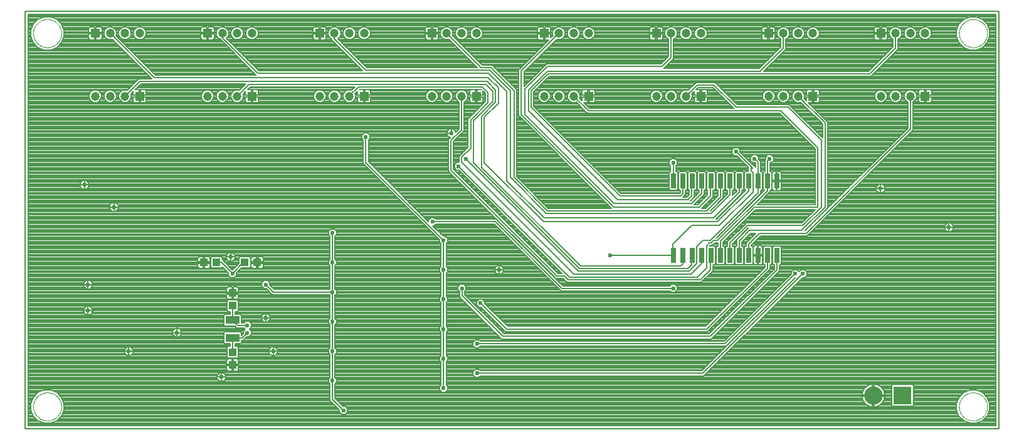
<source format=gbl>
G75*
%MOIN*%
%OFA0B0*%
%FSLAX25Y25*%
%IPPOS*%
%LPD*%
%AMOC8*
5,1,8,0,0,1.08239X$1,22.5*
%
%ADD10C,0.00787*%
%ADD11C,0.00000*%
%ADD12R,0.04331X0.03937*%
%ADD13R,0.02600X0.08000*%
%ADD14C,0.04724*%
%ADD15R,0.04724X0.04724*%
%ADD16C,0.09744*%
%ADD17R,0.09744X0.09744*%
%ADD18R,0.07480X0.04331*%
%ADD19R,0.03937X0.04331*%
%ADD20C,0.02362*%
%ADD21C,0.00600*%
D10*
X0001394Y0002628D02*
X0001394Y0225069D01*
X0519110Y0225069D01*
X0519110Y0002628D01*
X0001394Y0002628D01*
X0003165Y0004400D02*
X0003165Y0223297D01*
X0517339Y0223297D01*
X0517339Y0004400D01*
X0003165Y0004400D01*
X0003165Y0004986D02*
X0517339Y0004986D01*
X0517339Y0005772D02*
X0507554Y0005772D01*
X0507093Y0005581D02*
X0510349Y0006929D01*
X0512840Y0009421D01*
X0514189Y0012677D01*
X0514189Y0016201D01*
X0512840Y0019457D01*
X0510349Y0021949D01*
X0507093Y0023297D01*
X0503569Y0023297D01*
X0500313Y0021949D01*
X0497821Y0019457D01*
X0496472Y0016201D01*
X0496472Y0012677D01*
X0497821Y0009421D01*
X0500313Y0006929D01*
X0503569Y0005581D01*
X0507093Y0005581D01*
X0509451Y0006558D02*
X0517339Y0006558D01*
X0517339Y0007343D02*
X0510763Y0007343D01*
X0511549Y0008129D02*
X0517339Y0008129D01*
X0517339Y0008915D02*
X0512334Y0008915D01*
X0512956Y0009701D02*
X0517339Y0009701D01*
X0517339Y0010487D02*
X0513282Y0010487D01*
X0513607Y0011273D02*
X0517339Y0011273D01*
X0517339Y0012059D02*
X0513933Y0012059D01*
X0514189Y0012845D02*
X0517339Y0012845D01*
X0517339Y0013631D02*
X0514189Y0013631D01*
X0514189Y0014417D02*
X0517339Y0014417D01*
X0517339Y0015203D02*
X0514189Y0015203D01*
X0514189Y0015988D02*
X0517339Y0015988D01*
X0517339Y0016774D02*
X0513951Y0016774D01*
X0513626Y0017560D02*
X0517339Y0017560D01*
X0517339Y0018346D02*
X0513300Y0018346D01*
X0512975Y0019132D02*
X0517339Y0019132D01*
X0517339Y0019918D02*
X0512379Y0019918D01*
X0511593Y0020704D02*
X0517339Y0020704D01*
X0517339Y0021490D02*
X0510807Y0021490D01*
X0509559Y0022276D02*
X0517339Y0022276D01*
X0517339Y0023062D02*
X0507661Y0023062D01*
X0503000Y0023062D02*
X0473707Y0023062D01*
X0473707Y0023848D02*
X0517339Y0023848D01*
X0517339Y0024634D02*
X0473707Y0024634D01*
X0473707Y0025419D02*
X0517339Y0025419D01*
X0517339Y0026205D02*
X0453810Y0026205D01*
X0453677Y0026249D02*
X0452736Y0026398D01*
X0452654Y0026398D01*
X0452654Y0020738D01*
X0458313Y0020738D01*
X0458313Y0020821D01*
X0458164Y0021762D01*
X0457870Y0022668D01*
X0457437Y0023517D01*
X0456877Y0024288D01*
X0456203Y0024962D01*
X0455432Y0025522D01*
X0454583Y0025954D01*
X0453677Y0026249D01*
X0452654Y0026205D02*
X0451866Y0026205D01*
X0451866Y0026398D02*
X0451783Y0026398D01*
X0450842Y0026249D01*
X0449936Y0025954D01*
X0449087Y0025522D01*
X0448316Y0024962D01*
X0447643Y0024288D01*
X0447083Y0023517D01*
X0446650Y0022668D01*
X0446356Y0021762D01*
X0446207Y0020821D01*
X0446207Y0020738D01*
X0451866Y0020738D01*
X0451866Y0019951D01*
X0446207Y0019951D01*
X0446207Y0019868D01*
X0446356Y0018927D01*
X0446650Y0018021D01*
X0447083Y0017172D01*
X0447643Y0016401D01*
X0448316Y0015727D01*
X0449087Y0015167D01*
X0449936Y0014735D01*
X0450842Y0014440D01*
X0451783Y0014291D01*
X0451866Y0014291D01*
X0451866Y0019951D01*
X0452654Y0019951D01*
X0452654Y0020738D01*
X0451866Y0020738D01*
X0451866Y0026398D01*
X0451866Y0025419D02*
X0452654Y0025419D01*
X0452654Y0024634D02*
X0451866Y0024634D01*
X0451866Y0023848D02*
X0452654Y0023848D01*
X0452654Y0023062D02*
X0451866Y0023062D01*
X0451866Y0022276D02*
X0452654Y0022276D01*
X0452654Y0021490D02*
X0451866Y0021490D01*
X0451866Y0020704D02*
X0166157Y0020704D01*
X0166157Y0021490D02*
X0446313Y0021490D01*
X0446523Y0022276D02*
X0224891Y0022276D01*
X0224732Y0022116D02*
X0226000Y0023385D01*
X0226000Y0025178D01*
X0225213Y0025966D01*
X0225213Y0038345D01*
X0226000Y0039133D01*
X0226000Y0040926D01*
X0225213Y0041714D01*
X0225213Y0054093D01*
X0226000Y0054881D01*
X0226000Y0056674D01*
X0225213Y0057462D01*
X0225213Y0069841D01*
X0226000Y0070629D01*
X0226000Y0072423D01*
X0225213Y0073210D01*
X0225213Y0085589D01*
X0226000Y0086377D01*
X0226000Y0088171D01*
X0225213Y0088958D01*
X0225213Y0101337D01*
X0226000Y0102125D01*
X0226000Y0103919D01*
X0224732Y0105187D01*
X0223618Y0105187D01*
X0218106Y0110699D01*
X0218826Y0110699D01*
X0219613Y0111486D01*
X0250823Y0111486D01*
X0286256Y0076053D01*
X0344198Y0076053D01*
X0344985Y0075266D01*
X0346779Y0075266D01*
X0348047Y0076534D01*
X0348047Y0078328D01*
X0346779Y0079596D01*
X0344985Y0079596D01*
X0344198Y0078809D01*
X0287398Y0078809D01*
X0252772Y0113435D01*
X0251964Y0114242D01*
X0219613Y0114242D01*
X0218826Y0115030D01*
X0217032Y0115030D01*
X0215764Y0113761D01*
X0215764Y0113041D01*
X0183874Y0144931D01*
X0183874Y0156455D01*
X0184661Y0157243D01*
X0184661Y0159037D01*
X0183393Y0160305D01*
X0181599Y0160305D01*
X0180331Y0159037D01*
X0180331Y0157243D01*
X0181118Y0156455D01*
X0181118Y0143789D01*
X0181925Y0142982D01*
X0221669Y0103238D01*
X0221669Y0102125D01*
X0222457Y0101337D01*
X0222457Y0088958D01*
X0221669Y0088171D01*
X0221669Y0086377D01*
X0222457Y0085589D01*
X0222457Y0073210D01*
X0221669Y0072423D01*
X0221669Y0070629D01*
X0222457Y0069841D01*
X0222457Y0057462D01*
X0221669Y0056674D01*
X0221669Y0054881D01*
X0222457Y0054093D01*
X0222457Y0041714D01*
X0221669Y0040926D01*
X0221669Y0039133D01*
X0222457Y0038345D01*
X0222457Y0025966D01*
X0221669Y0025178D01*
X0221669Y0023385D01*
X0222938Y0022116D01*
X0224732Y0022116D01*
X0225677Y0023062D02*
X0446851Y0023062D01*
X0447323Y0023848D02*
X0226000Y0023848D01*
X0226000Y0024634D02*
X0447988Y0024634D01*
X0448947Y0025419D02*
X0225759Y0025419D01*
X0225213Y0026205D02*
X0450709Y0026205D01*
X0455573Y0025419D02*
X0461994Y0025419D01*
X0461994Y0025624D02*
X0461994Y0015065D01*
X0462571Y0014488D01*
X0473130Y0014488D01*
X0473707Y0015065D01*
X0473707Y0025624D01*
X0473130Y0026201D01*
X0462571Y0026201D01*
X0461994Y0025624D01*
X0461994Y0024634D02*
X0456531Y0024634D01*
X0457197Y0023848D02*
X0461994Y0023848D01*
X0461994Y0023062D02*
X0457669Y0023062D01*
X0457997Y0022276D02*
X0461994Y0022276D01*
X0461994Y0021490D02*
X0458207Y0021490D01*
X0458313Y0019951D02*
X0452654Y0019951D01*
X0452654Y0014291D01*
X0452736Y0014291D01*
X0453677Y0014440D01*
X0454583Y0014735D01*
X0455432Y0015167D01*
X0456203Y0015727D01*
X0456877Y0016401D01*
X0457437Y0017172D01*
X0457870Y0018021D01*
X0458164Y0018927D01*
X0458313Y0019868D01*
X0458313Y0019951D01*
X0458313Y0019918D02*
X0461994Y0019918D01*
X0461994Y0019132D02*
X0458196Y0019132D01*
X0457975Y0018346D02*
X0461994Y0018346D01*
X0461994Y0017560D02*
X0457635Y0017560D01*
X0457148Y0016774D02*
X0461994Y0016774D01*
X0461994Y0015988D02*
X0456464Y0015988D01*
X0455481Y0015203D02*
X0461994Y0015203D01*
X0461994Y0020704D02*
X0452654Y0020704D01*
X0452654Y0019918D02*
X0451866Y0019918D01*
X0451866Y0019132D02*
X0452654Y0019132D01*
X0452654Y0018346D02*
X0451866Y0018346D01*
X0451866Y0017560D02*
X0452654Y0017560D01*
X0452654Y0016774D02*
X0451866Y0016774D01*
X0451866Y0015988D02*
X0452654Y0015988D01*
X0452654Y0015203D02*
X0451866Y0015203D01*
X0451866Y0014417D02*
X0452654Y0014417D01*
X0453527Y0014417D02*
X0496472Y0014417D01*
X0496472Y0015203D02*
X0473707Y0015203D01*
X0473707Y0015988D02*
X0496472Y0015988D01*
X0496710Y0016774D02*
X0473707Y0016774D01*
X0473707Y0017560D02*
X0497035Y0017560D01*
X0497361Y0018346D02*
X0473707Y0018346D01*
X0473707Y0019132D02*
X0497687Y0019132D01*
X0498282Y0019918D02*
X0473707Y0019918D01*
X0473707Y0020704D02*
X0499068Y0020704D01*
X0499854Y0021490D02*
X0473707Y0021490D01*
X0473707Y0022276D02*
X0501103Y0022276D01*
X0517339Y0026991D02*
X0225213Y0026991D01*
X0225213Y0027777D02*
X0517339Y0027777D01*
X0517339Y0028563D02*
X0225213Y0028563D01*
X0225213Y0029349D02*
X0517339Y0029349D01*
X0517339Y0030135D02*
X0242593Y0030135D01*
X0242448Y0029990D02*
X0243235Y0030778D01*
X0362201Y0030778D01*
X0414563Y0083140D01*
X0415676Y0083140D01*
X0416945Y0084408D01*
X0416945Y0086202D01*
X0415676Y0087470D01*
X0413883Y0087470D01*
X0412811Y0086399D01*
X0411739Y0087470D01*
X0409946Y0087470D01*
X0408677Y0086202D01*
X0408677Y0085088D01*
X0372870Y0049281D01*
X0243235Y0049281D01*
X0242448Y0050069D01*
X0240654Y0050069D01*
X0239386Y0048800D01*
X0239386Y0047007D01*
X0240654Y0045738D01*
X0242448Y0045738D01*
X0243235Y0046526D01*
X0374012Y0046526D01*
X0374819Y0047333D01*
X0410626Y0083140D01*
X0410665Y0083140D01*
X0361059Y0033533D01*
X0243235Y0033533D01*
X0242448Y0034321D01*
X0240654Y0034321D01*
X0239386Y0033052D01*
X0239386Y0031259D01*
X0240654Y0029990D01*
X0242448Y0029990D01*
X0240510Y0030135D02*
X0225213Y0030135D01*
X0225213Y0030921D02*
X0239724Y0030921D01*
X0239386Y0031707D02*
X0225213Y0031707D01*
X0225213Y0032493D02*
X0239386Y0032493D01*
X0239612Y0033279D02*
X0225213Y0033279D01*
X0225213Y0034064D02*
X0240398Y0034064D01*
X0241551Y0032156D02*
X0361630Y0032156D01*
X0414780Y0085305D01*
X0416945Y0085149D02*
X0517339Y0085149D01*
X0517339Y0085935D02*
X0416945Y0085935D01*
X0416426Y0086721D02*
X0517339Y0086721D01*
X0517339Y0087507D02*
X0402378Y0087507D01*
X0402378Y0087844D02*
X0402319Y0087903D01*
X0402319Y0090048D01*
X0402649Y0090048D01*
X0403225Y0090625D01*
X0403225Y0099440D01*
X0402649Y0100017D01*
X0399233Y0100017D01*
X0398657Y0099440D01*
X0398657Y0090625D01*
X0399233Y0090048D01*
X0399563Y0090048D01*
X0399563Y0087785D01*
X0364996Y0053218D01*
X0255901Y0053218D01*
X0235055Y0074065D01*
X0235055Y0075747D01*
X0235843Y0076534D01*
X0235843Y0078328D01*
X0234574Y0079596D01*
X0232780Y0079596D01*
X0231512Y0078328D01*
X0231512Y0076534D01*
X0232299Y0075747D01*
X0232299Y0072923D01*
X0233106Y0072116D01*
X0254760Y0050463D01*
X0366138Y0050463D01*
X0366945Y0051270D01*
X0402378Y0086703D01*
X0402378Y0087844D01*
X0402319Y0088292D02*
X0517339Y0088292D01*
X0517339Y0089078D02*
X0402319Y0089078D01*
X0402319Y0089864D02*
X0517339Y0089864D01*
X0517339Y0090650D02*
X0403225Y0090650D01*
X0403225Y0091436D02*
X0517339Y0091436D01*
X0517339Y0092222D02*
X0403225Y0092222D01*
X0403225Y0093008D02*
X0517339Y0093008D01*
X0517339Y0093794D02*
X0403225Y0093794D01*
X0403225Y0094580D02*
X0517339Y0094580D01*
X0517339Y0095366D02*
X0403225Y0095366D01*
X0403225Y0096152D02*
X0517339Y0096152D01*
X0517339Y0096937D02*
X0403225Y0096937D01*
X0403225Y0097723D02*
X0517339Y0097723D01*
X0517339Y0098509D02*
X0403225Y0098509D01*
X0403225Y0099295D02*
X0517339Y0099295D01*
X0517339Y0100081D02*
X0392787Y0100081D01*
X0392697Y0100133D02*
X0392396Y0100214D01*
X0391197Y0100214D01*
X0391197Y0095289D01*
X0390685Y0095289D01*
X0390685Y0100214D01*
X0389485Y0100214D01*
X0389185Y0100133D01*
X0388916Y0099978D01*
X0388696Y0099758D01*
X0388540Y0099489D01*
X0388460Y0099188D01*
X0388460Y0095289D01*
X0390685Y0095289D01*
X0390685Y0094776D01*
X0391197Y0094776D01*
X0391197Y0089852D01*
X0392396Y0089852D01*
X0392697Y0089932D01*
X0392966Y0090088D01*
X0393186Y0090307D01*
X0393342Y0090577D01*
X0393422Y0090877D01*
X0393422Y0094776D01*
X0391197Y0094776D01*
X0391197Y0095289D01*
X0393422Y0095289D01*
X0393422Y0099188D01*
X0393342Y0099489D01*
X0393186Y0099758D01*
X0392966Y0099978D01*
X0392697Y0100133D01*
X0393393Y0099295D02*
X0393657Y0099295D01*
X0393657Y0099440D02*
X0393657Y0090625D01*
X0394233Y0090048D01*
X0394563Y0090048D01*
X0394563Y0088691D01*
X0363028Y0057155D01*
X0257870Y0057155D01*
X0245685Y0069340D01*
X0245685Y0070454D01*
X0244417Y0071722D01*
X0242623Y0071722D01*
X0241354Y0070454D01*
X0241354Y0068660D01*
X0242623Y0067392D01*
X0243736Y0067392D01*
X0256728Y0054400D01*
X0364169Y0054400D01*
X0397319Y0087549D01*
X0397319Y0090048D01*
X0397649Y0090048D01*
X0398225Y0090625D01*
X0398225Y0099440D01*
X0397649Y0100017D01*
X0394233Y0100017D01*
X0393657Y0099440D01*
X0393657Y0098509D02*
X0393422Y0098509D01*
X0393422Y0097723D02*
X0393657Y0097723D01*
X0393657Y0096937D02*
X0393422Y0096937D01*
X0393422Y0096152D02*
X0393657Y0096152D01*
X0393657Y0095366D02*
X0393422Y0095366D01*
X0393422Y0094580D02*
X0393657Y0094580D01*
X0393657Y0093794D02*
X0393422Y0093794D01*
X0393422Y0093008D02*
X0393657Y0093008D01*
X0393657Y0092222D02*
X0393422Y0092222D01*
X0393422Y0091436D02*
X0393657Y0091436D01*
X0393657Y0090650D02*
X0393361Y0090650D01*
X0392444Y0089864D02*
X0394563Y0089864D01*
X0394563Y0089078D02*
X0366945Y0089078D01*
X0366945Y0088292D02*
X0394165Y0088292D01*
X0393379Y0087507D02*
X0366945Y0087507D01*
X0366945Y0086721D02*
X0392593Y0086721D01*
X0391807Y0085935D02*
X0366177Y0085935D01*
X0366945Y0086703D02*
X0366945Y0090048D01*
X0367649Y0090048D01*
X0368225Y0090625D01*
X0368225Y0099440D01*
X0367649Y0100017D01*
X0365495Y0100017D01*
X0365744Y0100266D01*
X0366708Y0100266D01*
X0368086Y0101644D01*
X0369563Y0101644D01*
X0369563Y0100017D01*
X0369233Y0100017D01*
X0368657Y0099440D01*
X0368657Y0090625D01*
X0369233Y0090048D01*
X0372649Y0090048D01*
X0373225Y0090625D01*
X0373225Y0099440D01*
X0372649Y0100017D01*
X0372319Y0100017D01*
X0372319Y0101919D01*
X0389760Y0119360D01*
X0421295Y0119360D01*
X0414209Y0112274D01*
X0384681Y0112274D01*
X0383874Y0111466D01*
X0374563Y0102155D01*
X0374563Y0100017D01*
X0374233Y0100017D01*
X0373657Y0099440D01*
X0373657Y0090625D01*
X0374233Y0090048D01*
X0377649Y0090048D01*
X0378225Y0090625D01*
X0378225Y0099440D01*
X0377649Y0100017D01*
X0377319Y0100017D01*
X0377319Y0101014D01*
X0385823Y0109518D01*
X0385862Y0109518D01*
X0385074Y0108729D01*
X0379563Y0103218D01*
X0379563Y0100017D01*
X0379233Y0100017D01*
X0378657Y0099440D01*
X0378657Y0090625D01*
X0379233Y0090048D01*
X0382649Y0090048D01*
X0383225Y0090625D01*
X0383225Y0099440D01*
X0382649Y0100017D01*
X0382319Y0100017D01*
X0382319Y0102077D01*
X0387023Y0106781D01*
X0389720Y0106781D01*
X0384563Y0101624D01*
X0384563Y0100017D01*
X0384233Y0100017D01*
X0383657Y0099440D01*
X0383657Y0090625D01*
X0384233Y0090048D01*
X0387649Y0090048D01*
X0388225Y0090625D01*
X0388225Y0099440D01*
X0387649Y0100017D01*
X0387319Y0100017D01*
X0387319Y0100482D01*
X0392239Y0105403D01*
X0417141Y0105403D01*
X0473343Y0161604D01*
X0473343Y0176742D01*
X0473860Y0176956D01*
X0474802Y0177898D01*
X0475311Y0179128D01*
X0475311Y0180459D01*
X0474802Y0181689D01*
X0473860Y0182630D01*
X0472630Y0183140D01*
X0471299Y0183140D01*
X0470069Y0182630D01*
X0469128Y0181689D01*
X0468618Y0180459D01*
X0468618Y0179128D01*
X0469128Y0177898D01*
X0470069Y0176956D01*
X0470587Y0176742D01*
X0470587Y0162746D01*
X0415999Y0108159D01*
X0415960Y0108159D01*
X0427968Y0120167D01*
X0427968Y0166092D01*
X0427161Y0166900D01*
X0417811Y0176250D01*
X0419799Y0176250D01*
X0419799Y0179400D01*
X0416650Y0179400D01*
X0416650Y0177411D01*
X0415451Y0178610D01*
X0415665Y0179128D01*
X0415665Y0180459D01*
X0415156Y0181689D01*
X0414215Y0182630D01*
X0412985Y0183140D01*
X0411653Y0183140D01*
X0410423Y0182630D01*
X0409482Y0181689D01*
X0408972Y0180459D01*
X0408972Y0179128D01*
X0409482Y0177898D01*
X0410423Y0176956D01*
X0411653Y0176447D01*
X0412985Y0176447D01*
X0413502Y0176661D01*
X0425213Y0164951D01*
X0425213Y0157529D01*
X0408283Y0174459D01*
X0407476Y0175266D01*
X0379917Y0175266D01*
X0368913Y0186270D01*
X0368106Y0187077D01*
X0358008Y0187077D01*
X0353857Y0182925D01*
X0353339Y0183140D01*
X0352008Y0183140D01*
X0350778Y0182630D01*
X0349836Y0181689D01*
X0349327Y0180459D01*
X0349327Y0179128D01*
X0349836Y0177898D01*
X0350778Y0176956D01*
X0352008Y0176447D01*
X0353339Y0176447D01*
X0354569Y0176956D01*
X0355510Y0177898D01*
X0356020Y0179128D01*
X0356020Y0180459D01*
X0355805Y0180977D01*
X0357004Y0182175D01*
X0357004Y0180187D01*
X0360153Y0180187D01*
X0360153Y0179400D01*
X0357004Y0179400D01*
X0357004Y0177276D01*
X0357084Y0176975D01*
X0357240Y0176706D01*
X0357460Y0176486D01*
X0357729Y0176330D01*
X0358030Y0176250D01*
X0360154Y0176250D01*
X0360154Y0179400D01*
X0360941Y0179400D01*
X0360941Y0180187D01*
X0364091Y0180187D01*
X0364091Y0182311D01*
X0364010Y0182611D01*
X0363855Y0182881D01*
X0363635Y0183101D01*
X0363365Y0183256D01*
X0363065Y0183337D01*
X0360941Y0183337D01*
X0360941Y0180187D01*
X0360154Y0180187D01*
X0360154Y0183337D01*
X0358165Y0183337D01*
X0359150Y0184321D01*
X0366965Y0184321D01*
X0377969Y0173317D01*
X0377988Y0173297D01*
X0301472Y0173297D01*
X0298520Y0176250D01*
X0300508Y0176250D01*
X0300508Y0179400D01*
X0297358Y0179400D01*
X0297358Y0177411D01*
X0296160Y0178610D01*
X0296374Y0179128D01*
X0296374Y0180459D01*
X0295865Y0181689D01*
X0294923Y0182630D01*
X0293693Y0183140D01*
X0292362Y0183140D01*
X0291132Y0182630D01*
X0290191Y0181689D01*
X0289681Y0180459D01*
X0289681Y0179128D01*
X0290191Y0177898D01*
X0291132Y0176956D01*
X0292362Y0176447D01*
X0293693Y0176447D01*
X0294211Y0176661D01*
X0299524Y0171349D01*
X0300331Y0170541D01*
X0402398Y0170541D01*
X0421276Y0151663D01*
X0421276Y0122116D01*
X0390567Y0122116D01*
X0397319Y0128868D01*
X0397319Y0129648D01*
X0397649Y0129648D01*
X0398225Y0130225D01*
X0398225Y0139040D01*
X0397649Y0139617D01*
X0397319Y0139617D01*
X0397319Y0144163D01*
X0397960Y0144163D01*
X0399228Y0145432D01*
X0399228Y0147226D01*
X0397960Y0148494D01*
X0396166Y0148494D01*
X0394898Y0147226D01*
X0394898Y0146112D01*
X0394563Y0145777D01*
X0394563Y0139617D01*
X0394233Y0139617D01*
X0393657Y0139040D01*
X0393657Y0130225D01*
X0394218Y0129664D01*
X0368953Y0104400D01*
X0368894Y0104400D01*
X0392319Y0127825D01*
X0392319Y0129648D01*
X0392649Y0129648D01*
X0393225Y0130225D01*
X0393225Y0139040D01*
X0392649Y0139617D01*
X0392319Y0139617D01*
X0392319Y0145148D01*
X0391354Y0146112D01*
X0391354Y0147226D01*
X0390086Y0148494D01*
X0388292Y0148494D01*
X0387024Y0147226D01*
X0387024Y0145432D01*
X0388292Y0144163D01*
X0389406Y0144163D01*
X0389563Y0144006D01*
X0389563Y0141998D01*
X0388598Y0142963D01*
X0387791Y0143770D01*
X0381512Y0150049D01*
X0381512Y0151163D01*
X0380243Y0152431D01*
X0378450Y0152431D01*
X0377181Y0151163D01*
X0377181Y0149369D01*
X0378450Y0148100D01*
X0379563Y0148100D01*
X0385843Y0141821D01*
X0385843Y0139617D01*
X0384233Y0139617D01*
X0383657Y0139040D01*
X0383657Y0130225D01*
X0384233Y0129648D01*
X0384339Y0129648D01*
X0368933Y0114242D01*
X0368622Y0114242D01*
X0382319Y0127939D01*
X0382319Y0129648D01*
X0382649Y0129648D01*
X0383225Y0130225D01*
X0383225Y0139040D01*
X0382649Y0139617D01*
X0379233Y0139617D01*
X0378657Y0139040D01*
X0378657Y0130225D01*
X0379233Y0129648D01*
X0379563Y0129648D01*
X0379563Y0129080D01*
X0377319Y0126836D01*
X0377319Y0129648D01*
X0377649Y0129648D01*
X0378225Y0130225D01*
X0378225Y0139040D01*
X0377649Y0139617D01*
X0374233Y0139617D01*
X0373657Y0139040D01*
X0373657Y0130225D01*
X0374233Y0129648D01*
X0374563Y0129648D01*
X0374563Y0127746D01*
X0365587Y0118770D01*
X0365547Y0118770D01*
X0372319Y0125541D01*
X0372319Y0129648D01*
X0372649Y0129648D01*
X0373225Y0130225D01*
X0373225Y0139040D01*
X0372649Y0139617D01*
X0369233Y0139617D01*
X0368657Y0139040D01*
X0368657Y0130225D01*
X0369233Y0129648D01*
X0369563Y0129648D01*
X0369563Y0126683D01*
X0363028Y0120148D01*
X0361020Y0120148D01*
X0366945Y0126073D01*
X0366945Y0129648D01*
X0367649Y0129648D01*
X0368225Y0130225D01*
X0368225Y0139040D01*
X0367649Y0139617D01*
X0364233Y0139617D01*
X0363657Y0139040D01*
X0363657Y0130225D01*
X0364189Y0129693D01*
X0364189Y0127214D01*
X0359091Y0122116D01*
X0357083Y0122116D01*
X0357102Y0122136D01*
X0362319Y0127352D01*
X0362319Y0129648D01*
X0362649Y0129648D01*
X0363225Y0130225D01*
X0363225Y0139040D01*
X0362649Y0139617D01*
X0359233Y0139617D01*
X0358657Y0139040D01*
X0358657Y0130225D01*
X0359233Y0129648D01*
X0359563Y0129648D01*
X0359563Y0128494D01*
X0355154Y0124085D01*
X0355114Y0124085D01*
X0355134Y0124104D01*
X0357102Y0126073D01*
X0357102Y0129648D01*
X0357649Y0129648D01*
X0358225Y0130225D01*
X0358225Y0139040D01*
X0357649Y0139617D01*
X0354233Y0139617D01*
X0353657Y0139040D01*
X0353657Y0130225D01*
X0354233Y0129648D01*
X0354346Y0129648D01*
X0354346Y0127214D01*
X0353185Y0126053D01*
X0351177Y0126053D01*
X0351197Y0126073D01*
X0352319Y0127195D01*
X0352319Y0129648D01*
X0352649Y0129648D01*
X0353225Y0130225D01*
X0353225Y0139040D01*
X0352649Y0139617D01*
X0349233Y0139617D01*
X0348657Y0139040D01*
X0348657Y0130225D01*
X0349233Y0129648D01*
X0349563Y0129648D01*
X0349563Y0128337D01*
X0349248Y0128022D01*
X0318125Y0128022D01*
X0271688Y0174459D01*
X0271688Y0181960D01*
X0279955Y0190226D01*
X0450882Y0190226D01*
X0465468Y0204813D01*
X0465468Y0210206D01*
X0465986Y0210421D01*
X0466928Y0211362D01*
X0467437Y0212592D01*
X0467437Y0213924D01*
X0466928Y0215153D01*
X0465986Y0216095D01*
X0464756Y0216604D01*
X0463425Y0216604D01*
X0462195Y0216095D01*
X0461254Y0215153D01*
X0460744Y0213924D01*
X0460744Y0212592D01*
X0461254Y0211362D01*
X0462195Y0210421D01*
X0462713Y0210206D01*
X0462713Y0205955D01*
X0449740Y0192982D01*
X0393992Y0192982D01*
X0405823Y0204813D01*
X0405823Y0210206D01*
X0406340Y0210421D01*
X0407282Y0211362D01*
X0407791Y0212592D01*
X0407791Y0213924D01*
X0407282Y0215153D01*
X0406340Y0216095D01*
X0405111Y0216604D01*
X0403779Y0216604D01*
X0402549Y0216095D01*
X0401608Y0215153D01*
X0401098Y0213924D01*
X0401098Y0212592D01*
X0401608Y0211362D01*
X0402549Y0210421D01*
X0403067Y0210206D01*
X0403067Y0205955D01*
X0391612Y0194499D01*
X0340883Y0194499D01*
X0341354Y0194971D01*
X0346177Y0199793D01*
X0346177Y0210206D01*
X0346695Y0210421D01*
X0347636Y0211362D01*
X0348146Y0212592D01*
X0348146Y0213924D01*
X0347636Y0215153D01*
X0346695Y0216095D01*
X0345465Y0216604D01*
X0344134Y0216604D01*
X0342904Y0216095D01*
X0341962Y0215153D01*
X0341453Y0213924D01*
X0341453Y0212592D01*
X0341962Y0211362D01*
X0342904Y0210421D01*
X0343421Y0210206D01*
X0343421Y0200935D01*
X0339406Y0196919D01*
X0278382Y0196919D01*
X0277575Y0196112D01*
X0266571Y0185108D01*
X0266551Y0185088D01*
X0266551Y0192707D01*
X0283970Y0210126D01*
X0284488Y0209911D01*
X0285819Y0209911D01*
X0287049Y0210421D01*
X0287991Y0211362D01*
X0288500Y0212592D01*
X0288500Y0213924D01*
X0287991Y0215153D01*
X0287049Y0216095D01*
X0285819Y0216604D01*
X0284488Y0216604D01*
X0283258Y0216095D01*
X0282317Y0215153D01*
X0281807Y0213924D01*
X0281807Y0212592D01*
X0282022Y0212075D01*
X0280823Y0210876D01*
X0280823Y0212864D01*
X0277673Y0212864D01*
X0277673Y0209715D01*
X0279662Y0209715D01*
X0264602Y0194655D01*
X0263795Y0193848D01*
X0263795Y0169380D01*
X0264602Y0168573D01*
X0264602Y0168573D01*
X0313028Y0120148D01*
X0279524Y0120148D01*
X0262614Y0137057D01*
X0262614Y0183317D01*
X0250409Y0195522D01*
X0249602Y0196329D01*
X0244386Y0196329D01*
X0228640Y0212075D01*
X0228854Y0212592D01*
X0228854Y0213924D01*
X0228345Y0215153D01*
X0227403Y0216095D01*
X0226174Y0216604D01*
X0224842Y0216604D01*
X0223612Y0216095D01*
X0222671Y0215153D01*
X0222161Y0213924D01*
X0222161Y0212592D01*
X0222671Y0211362D01*
X0223612Y0210421D01*
X0224842Y0209911D01*
X0226174Y0209911D01*
X0226691Y0210126D01*
X0241866Y0194951D01*
X0183067Y0194951D01*
X0167644Y0210374D01*
X0167758Y0210421D01*
X0168699Y0211362D01*
X0169209Y0212592D01*
X0169209Y0213924D01*
X0168699Y0215153D01*
X0167758Y0216095D01*
X0166528Y0216604D01*
X0165197Y0216604D01*
X0163967Y0216095D01*
X0163025Y0215153D01*
X0162516Y0213924D01*
X0162516Y0212592D01*
X0163025Y0211362D01*
X0163967Y0210421D01*
X0164386Y0210247D01*
X0164386Y0209734D01*
X0180706Y0193414D01*
X0125549Y0193414D01*
X0108327Y0210636D01*
X0109054Y0211362D01*
X0109563Y0212592D01*
X0109563Y0213924D01*
X0109054Y0215153D01*
X0108112Y0216095D01*
X0106882Y0216604D01*
X0105551Y0216604D01*
X0104321Y0216095D01*
X0103380Y0215153D01*
X0102870Y0213924D01*
X0102870Y0212592D01*
X0103380Y0211362D01*
X0104321Y0210421D01*
X0104873Y0210192D01*
X0124051Y0191014D01*
X0070764Y0191014D01*
X0049703Y0212075D01*
X0049917Y0212592D01*
X0049917Y0213924D01*
X0049408Y0215153D01*
X0048466Y0216095D01*
X0047237Y0216604D01*
X0045905Y0216604D01*
X0044675Y0216095D01*
X0043734Y0215153D01*
X0043224Y0213924D01*
X0043224Y0212592D01*
X0043734Y0211362D01*
X0044675Y0210421D01*
X0045905Y0209911D01*
X0047237Y0209911D01*
X0047754Y0210126D01*
X0068815Y0189065D01*
X0068835Y0189045D01*
X0061748Y0189045D01*
X0060941Y0188238D01*
X0055628Y0182925D01*
X0055111Y0183140D01*
X0053779Y0183140D01*
X0052549Y0182630D01*
X0051608Y0181689D01*
X0051098Y0180459D01*
X0051098Y0179128D01*
X0051608Y0177898D01*
X0052549Y0176956D01*
X0053779Y0176447D01*
X0055111Y0176447D01*
X0056340Y0176956D01*
X0057282Y0177898D01*
X0057791Y0179128D01*
X0057791Y0180459D01*
X0057577Y0180977D01*
X0058776Y0182175D01*
X0058776Y0180187D01*
X0061925Y0180187D01*
X0061925Y0179400D01*
X0058776Y0179400D01*
X0058776Y0177276D01*
X0058856Y0176975D01*
X0059012Y0176706D01*
X0059231Y0176486D01*
X0059501Y0176330D01*
X0059801Y0176250D01*
X0061925Y0176250D01*
X0061925Y0179400D01*
X0062713Y0179400D01*
X0062713Y0180187D01*
X0065862Y0180187D01*
X0065862Y0182311D01*
X0065782Y0182611D01*
X0065626Y0182881D01*
X0065406Y0183101D01*
X0065137Y0183256D01*
X0064837Y0183337D01*
X0062713Y0183337D01*
X0062713Y0180187D01*
X0061925Y0180187D01*
X0061925Y0183337D01*
X0059937Y0183337D01*
X0062890Y0186289D01*
X0118638Y0186289D01*
X0115274Y0182925D01*
X0114756Y0183140D01*
X0113425Y0183140D01*
X0112195Y0182630D01*
X0111254Y0181689D01*
X0110744Y0180459D01*
X0110744Y0179128D01*
X0111254Y0177898D01*
X0112195Y0176956D01*
X0113425Y0176447D01*
X0114756Y0176447D01*
X0115986Y0176956D01*
X0116928Y0177898D01*
X0117437Y0179128D01*
X0117437Y0180459D01*
X0117223Y0180977D01*
X0118421Y0182175D01*
X0118421Y0180187D01*
X0121571Y0180187D01*
X0121571Y0183337D01*
X0119583Y0183337D01*
X0120998Y0184752D01*
X0176610Y0184752D01*
X0174823Y0182965D01*
X0174402Y0183140D01*
X0173071Y0183140D01*
X0171841Y0182630D01*
X0170899Y0181689D01*
X0170390Y0180459D01*
X0170390Y0179128D01*
X0170899Y0177898D01*
X0171841Y0176956D01*
X0173071Y0176447D01*
X0174402Y0176447D01*
X0175632Y0176956D01*
X0176573Y0177898D01*
X0177083Y0179128D01*
X0177083Y0180459D01*
X0176828Y0181073D01*
X0178067Y0182312D01*
X0178067Y0182311D01*
X0178067Y0180187D01*
X0181216Y0180187D01*
X0181216Y0179400D01*
X0178067Y0179400D01*
X0178067Y0177276D01*
X0178147Y0176975D01*
X0178303Y0176706D01*
X0178523Y0176486D01*
X0178792Y0176330D01*
X0179093Y0176250D01*
X0181217Y0176250D01*
X0181217Y0179400D01*
X0182004Y0179400D01*
X0182004Y0180187D01*
X0185154Y0180187D01*
X0185154Y0182311D01*
X0185073Y0182611D01*
X0184918Y0182881D01*
X0184698Y0183101D01*
X0184428Y0183256D01*
X0184128Y0183337D01*
X0182004Y0183337D01*
X0182004Y0180187D01*
X0181217Y0180187D01*
X0181217Y0183337D01*
X0179093Y0183337D01*
X0179092Y0183336D01*
X0179130Y0183374D01*
X0243895Y0183374D01*
X0243992Y0183278D01*
X0243774Y0183337D01*
X0241650Y0183337D01*
X0241650Y0180187D01*
X0244799Y0180187D01*
X0244799Y0182311D01*
X0244741Y0182529D01*
X0246079Y0181191D01*
X0246079Y0176950D01*
X0237634Y0168505D01*
X0236827Y0167698D01*
X0236827Y0152521D01*
X0232102Y0147796D01*
X0232102Y0144557D01*
X0230812Y0144557D01*
X0229543Y0143289D01*
X0229543Y0141495D01*
X0230812Y0140226D01*
X0231925Y0140226D01*
X0286669Y0085483D01*
X0284661Y0085483D01*
X0229150Y0140994D01*
X0229150Y0155600D01*
X0234760Y0161211D01*
X0234760Y0176742D01*
X0235277Y0176956D01*
X0236219Y0177898D01*
X0236728Y0179128D01*
X0236728Y0180459D01*
X0236219Y0181689D01*
X0235277Y0182630D01*
X0234048Y0183140D01*
X0232716Y0183140D01*
X0231486Y0182630D01*
X0230545Y0181689D01*
X0230035Y0180459D01*
X0230035Y0179128D01*
X0230545Y0177898D01*
X0231486Y0176956D01*
X0232004Y0176742D01*
X0232004Y0162352D01*
X0230215Y0160563D01*
X0230168Y0160797D01*
X0229990Y0161227D01*
X0229732Y0161614D01*
X0229403Y0161943D01*
X0229016Y0162202D01*
X0228586Y0162380D01*
X0228130Y0162470D01*
X0227897Y0162470D01*
X0227897Y0160108D01*
X0225535Y0160108D01*
X0225535Y0159876D01*
X0225625Y0159419D01*
X0225803Y0158989D01*
X0226062Y0158602D01*
X0226391Y0158273D01*
X0226778Y0158015D01*
X0227208Y0157837D01*
X0227442Y0157790D01*
X0227201Y0157549D01*
X0226394Y0156742D01*
X0226394Y0139852D01*
X0227201Y0139045D01*
X0282712Y0083534D01*
X0283519Y0082727D01*
X0287476Y0082727D01*
X0288815Y0081388D01*
X0289622Y0080581D01*
X0360823Y0080581D01*
X0366945Y0086703D01*
X0365567Y0087274D02*
X0360252Y0081959D01*
X0290193Y0081959D01*
X0288047Y0084105D01*
X0284090Y0084105D01*
X0227772Y0140423D01*
X0227772Y0156171D01*
X0233382Y0161781D01*
X0233382Y0179793D01*
X0236492Y0181030D02*
X0237713Y0181030D01*
X0237713Y0180244D02*
X0236728Y0180244D01*
X0236728Y0179458D02*
X0240862Y0179458D01*
X0240862Y0179400D02*
X0237713Y0179400D01*
X0237713Y0177276D01*
X0237793Y0176975D01*
X0237949Y0176706D01*
X0238168Y0176486D01*
X0238438Y0176330D01*
X0238738Y0176250D01*
X0240862Y0176250D01*
X0240862Y0179400D01*
X0240862Y0180187D01*
X0237713Y0180187D01*
X0237713Y0182311D01*
X0237793Y0182611D01*
X0237949Y0182881D01*
X0238168Y0183101D01*
X0238438Y0183256D01*
X0238738Y0183337D01*
X0240862Y0183337D01*
X0240862Y0180187D01*
X0241650Y0180187D01*
X0241650Y0179400D01*
X0244799Y0179400D01*
X0244799Y0177276D01*
X0244719Y0176975D01*
X0244563Y0176706D01*
X0244343Y0176486D01*
X0244074Y0176330D01*
X0243774Y0176250D01*
X0241650Y0176250D01*
X0241650Y0179400D01*
X0240862Y0179400D01*
X0240862Y0178672D02*
X0241650Y0178672D01*
X0241650Y0177887D02*
X0240862Y0177887D01*
X0240862Y0177101D02*
X0241650Y0177101D01*
X0241650Y0176315D02*
X0240862Y0176315D01*
X0238497Y0176315D02*
X0234760Y0176315D01*
X0234760Y0175529D02*
X0244657Y0175529D01*
X0244015Y0176315D02*
X0245443Y0176315D01*
X0246079Y0177101D02*
X0244752Y0177101D01*
X0244799Y0177887D02*
X0246079Y0177887D01*
X0246079Y0178672D02*
X0244799Y0178672D01*
X0246079Y0179458D02*
X0241650Y0179458D01*
X0241650Y0180244D02*
X0240862Y0180244D01*
X0240862Y0181030D02*
X0241650Y0181030D01*
X0241650Y0181816D02*
X0240862Y0181816D01*
X0240862Y0182602D02*
X0241650Y0182602D01*
X0244799Y0181816D02*
X0245454Y0181816D01*
X0246079Y0181030D02*
X0244799Y0181030D01*
X0244799Y0180244D02*
X0246079Y0180244D01*
X0247457Y0181762D02*
X0244466Y0184752D01*
X0178559Y0184752D01*
X0173736Y0179930D01*
X0173736Y0179793D01*
X0170626Y0181030D02*
X0168972Y0181030D01*
X0169209Y0180459D02*
X0168699Y0181689D01*
X0167758Y0182630D01*
X0166528Y0183140D01*
X0165197Y0183140D01*
X0163967Y0182630D01*
X0163025Y0181689D01*
X0162516Y0180459D01*
X0162516Y0179128D01*
X0163025Y0177898D01*
X0163967Y0176956D01*
X0165197Y0176447D01*
X0166528Y0176447D01*
X0167758Y0176956D01*
X0168699Y0177898D01*
X0169209Y0179128D01*
X0169209Y0180459D01*
X0169209Y0180244D02*
X0170390Y0180244D01*
X0170390Y0179458D02*
X0169209Y0179458D01*
X0169020Y0178672D02*
X0170578Y0178672D01*
X0170910Y0177887D02*
X0168688Y0177887D01*
X0167902Y0177101D02*
X0171696Y0177101D01*
X0175776Y0177101D02*
X0178114Y0177101D01*
X0178067Y0177887D02*
X0176562Y0177887D01*
X0176894Y0178672D02*
X0178067Y0178672D01*
X0177083Y0179458D02*
X0181216Y0179458D01*
X0181217Y0178672D02*
X0182004Y0178672D01*
X0182004Y0179400D02*
X0182004Y0176250D01*
X0184128Y0176250D01*
X0184428Y0176330D01*
X0184698Y0176486D01*
X0184918Y0176706D01*
X0185073Y0176975D01*
X0185154Y0177276D01*
X0185154Y0179400D01*
X0182004Y0179400D01*
X0182004Y0179458D02*
X0214287Y0179458D01*
X0214287Y0179128D02*
X0214797Y0177898D01*
X0215738Y0176956D01*
X0216968Y0176447D01*
X0218300Y0176447D01*
X0219529Y0176956D01*
X0220471Y0177898D01*
X0220980Y0179128D01*
X0220980Y0180459D01*
X0220471Y0181689D01*
X0219529Y0182630D01*
X0218300Y0183140D01*
X0216968Y0183140D01*
X0215738Y0182630D01*
X0214797Y0181689D01*
X0214287Y0180459D01*
X0214287Y0179128D01*
X0214476Y0178672D02*
X0185154Y0178672D01*
X0185154Y0177887D02*
X0214808Y0177887D01*
X0215594Y0177101D02*
X0185107Y0177101D01*
X0184369Y0176315D02*
X0232004Y0176315D01*
X0232004Y0175529D02*
X0003165Y0175529D01*
X0003165Y0176315D02*
X0059560Y0176315D01*
X0058822Y0177101D02*
X0056485Y0177101D01*
X0057271Y0177887D02*
X0058776Y0177887D01*
X0058776Y0178672D02*
X0057603Y0178672D01*
X0057791Y0179458D02*
X0061925Y0179458D01*
X0061925Y0178672D02*
X0062713Y0178672D01*
X0062713Y0179400D02*
X0062713Y0176250D01*
X0064837Y0176250D01*
X0065137Y0176330D01*
X0065406Y0176486D01*
X0065626Y0176706D01*
X0065782Y0176975D01*
X0065862Y0177276D01*
X0065862Y0179400D01*
X0062713Y0179400D01*
X0062713Y0179458D02*
X0094996Y0179458D01*
X0094996Y0179128D02*
X0095506Y0177898D01*
X0096447Y0176956D01*
X0097677Y0176447D01*
X0099008Y0176447D01*
X0100238Y0176956D01*
X0101180Y0177898D01*
X0101689Y0179128D01*
X0101689Y0180459D01*
X0101180Y0181689D01*
X0100238Y0182630D01*
X0099008Y0183140D01*
X0097677Y0183140D01*
X0096447Y0182630D01*
X0095506Y0181689D01*
X0094996Y0180459D01*
X0094996Y0179128D01*
X0095185Y0178672D02*
X0065862Y0178672D01*
X0065862Y0177887D02*
X0095517Y0177887D01*
X0096303Y0177101D02*
X0065815Y0177101D01*
X0065078Y0176315D02*
X0119205Y0176315D01*
X0119146Y0176330D02*
X0119447Y0176250D01*
X0121571Y0176250D01*
X0121571Y0179400D01*
X0118421Y0179400D01*
X0118421Y0177276D01*
X0118502Y0176975D01*
X0118657Y0176706D01*
X0118877Y0176486D01*
X0119146Y0176330D01*
X0118468Y0177101D02*
X0116130Y0177101D01*
X0116916Y0177887D02*
X0118421Y0177887D01*
X0118421Y0178672D02*
X0117248Y0178672D01*
X0117437Y0179458D02*
X0121571Y0179458D01*
X0121571Y0179400D02*
X0121571Y0180187D01*
X0122358Y0180187D01*
X0122358Y0183337D01*
X0124482Y0183337D01*
X0124783Y0183256D01*
X0125052Y0183101D01*
X0125272Y0182881D01*
X0125427Y0182611D01*
X0125508Y0182311D01*
X0125508Y0180187D01*
X0122358Y0180187D01*
X0122358Y0179400D01*
X0125508Y0179400D01*
X0125508Y0177276D01*
X0125427Y0176975D01*
X0125272Y0176706D01*
X0125052Y0176486D01*
X0124783Y0176330D01*
X0124482Y0176250D01*
X0122358Y0176250D01*
X0122358Y0179400D01*
X0121571Y0179400D01*
X0121571Y0178672D02*
X0122358Y0178672D01*
X0122358Y0177887D02*
X0121571Y0177887D01*
X0121571Y0177101D02*
X0122358Y0177101D01*
X0122358Y0176315D02*
X0121571Y0176315D01*
X0124724Y0176315D02*
X0178851Y0176315D01*
X0181217Y0176315D02*
X0182004Y0176315D01*
X0182004Y0177101D02*
X0181217Y0177101D01*
X0181217Y0177887D02*
X0182004Y0177887D01*
X0182004Y0180244D02*
X0181217Y0180244D01*
X0181217Y0181030D02*
X0182004Y0181030D01*
X0182004Y0181816D02*
X0181217Y0181816D01*
X0181217Y0182602D02*
X0182004Y0182602D01*
X0185076Y0182602D02*
X0215710Y0182602D01*
X0214924Y0181816D02*
X0185154Y0181816D01*
X0185154Y0181030D02*
X0214524Y0181030D01*
X0214287Y0180244D02*
X0185154Y0180244D01*
X0178067Y0180244D02*
X0177083Y0180244D01*
X0176846Y0181030D02*
X0178067Y0181030D01*
X0178067Y0181816D02*
X0177572Y0181816D01*
X0175246Y0183388D02*
X0119634Y0183388D01*
X0120420Y0184174D02*
X0176032Y0184174D01*
X0171812Y0182602D02*
X0167786Y0182602D01*
X0168572Y0181816D02*
X0171026Y0181816D01*
X0163938Y0182602D02*
X0159912Y0182602D01*
X0159884Y0182630D02*
X0158654Y0183140D01*
X0157323Y0183140D01*
X0156093Y0182630D01*
X0155151Y0181689D01*
X0154642Y0180459D01*
X0154642Y0179128D01*
X0155151Y0177898D01*
X0156093Y0176956D01*
X0157323Y0176447D01*
X0158654Y0176447D01*
X0159884Y0176956D01*
X0160825Y0177898D01*
X0161335Y0179128D01*
X0161335Y0180459D01*
X0160825Y0181689D01*
X0159884Y0182630D01*
X0160698Y0181816D02*
X0163152Y0181816D01*
X0162752Y0181030D02*
X0161098Y0181030D01*
X0161335Y0180244D02*
X0162516Y0180244D01*
X0162516Y0179458D02*
X0161335Y0179458D01*
X0161146Y0178672D02*
X0162704Y0178672D01*
X0163036Y0177887D02*
X0160814Y0177887D01*
X0160028Y0177101D02*
X0163822Y0177101D01*
X0155948Y0177101D02*
X0125461Y0177101D01*
X0125508Y0177887D02*
X0155162Y0177887D01*
X0154830Y0178672D02*
X0125508Y0178672D01*
X0125508Y0180244D02*
X0154642Y0180244D01*
X0154642Y0179458D02*
X0122358Y0179458D01*
X0122358Y0180244D02*
X0121571Y0180244D01*
X0121571Y0181030D02*
X0122358Y0181030D01*
X0122358Y0181816D02*
X0121571Y0181816D01*
X0121571Y0182602D02*
X0122358Y0182602D01*
X0125430Y0182602D02*
X0156064Y0182602D01*
X0155278Y0181816D02*
X0125508Y0181816D01*
X0125508Y0181030D02*
X0154878Y0181030D01*
X0180515Y0193605D02*
X0125358Y0193605D01*
X0124572Y0194391D02*
X0179729Y0194391D01*
X0178944Y0195177D02*
X0123786Y0195177D01*
X0123000Y0195963D02*
X0178158Y0195963D01*
X0177372Y0196748D02*
X0122214Y0196748D01*
X0121428Y0197534D02*
X0176586Y0197534D01*
X0175800Y0198320D02*
X0120642Y0198320D01*
X0119856Y0199106D02*
X0175014Y0199106D01*
X0174228Y0199892D02*
X0119070Y0199892D01*
X0118284Y0200678D02*
X0173442Y0200678D01*
X0172656Y0201464D02*
X0117499Y0201464D01*
X0116713Y0202250D02*
X0171870Y0202250D01*
X0171084Y0203036D02*
X0115927Y0203036D01*
X0115141Y0203822D02*
X0170299Y0203822D01*
X0169513Y0204608D02*
X0114355Y0204608D01*
X0113569Y0205393D02*
X0168727Y0205393D01*
X0167941Y0206179D02*
X0112783Y0206179D01*
X0111997Y0206965D02*
X0167155Y0206965D01*
X0166369Y0207751D02*
X0111211Y0207751D01*
X0110425Y0208537D02*
X0165583Y0208537D01*
X0164797Y0209323D02*
X0109639Y0209323D01*
X0108854Y0210109D02*
X0112948Y0210109D01*
X0113425Y0209911D02*
X0112195Y0210421D01*
X0111254Y0211362D01*
X0110744Y0212592D01*
X0110744Y0213924D01*
X0111254Y0215153D01*
X0112195Y0216095D01*
X0113425Y0216604D01*
X0114756Y0216604D01*
X0115986Y0216095D01*
X0116928Y0215153D01*
X0117437Y0213924D01*
X0117437Y0212592D01*
X0116928Y0211362D01*
X0115986Y0210421D01*
X0114756Y0209911D01*
X0113425Y0209911D01*
X0115233Y0210109D02*
X0120822Y0210109D01*
X0121299Y0209911D02*
X0120069Y0210421D01*
X0119128Y0211362D01*
X0118618Y0212592D01*
X0118618Y0213924D01*
X0119128Y0215153D01*
X0120069Y0216095D01*
X0121299Y0216604D01*
X0122630Y0216604D01*
X0123860Y0216095D01*
X0124802Y0215153D01*
X0125311Y0213924D01*
X0125311Y0212592D01*
X0124802Y0211362D01*
X0123860Y0210421D01*
X0122630Y0209911D01*
X0121299Y0209911D01*
X0123107Y0210109D02*
X0154742Y0210109D01*
X0154681Y0210170D02*
X0154901Y0209951D01*
X0155170Y0209795D01*
X0155470Y0209715D01*
X0157594Y0209715D01*
X0157594Y0212864D01*
X0154445Y0212864D01*
X0154445Y0210740D01*
X0154525Y0210440D01*
X0154681Y0210170D01*
X0154445Y0210895D02*
X0124334Y0210895D01*
X0124933Y0211681D02*
X0154445Y0211681D01*
X0154445Y0212467D02*
X0125259Y0212467D01*
X0125311Y0213253D02*
X0157594Y0213253D01*
X0157594Y0212864D02*
X0157594Y0213652D01*
X0154445Y0213652D01*
X0154445Y0215776D01*
X0154525Y0216076D01*
X0154681Y0216345D01*
X0154901Y0216565D01*
X0155170Y0216721D01*
X0155470Y0216801D01*
X0157594Y0216801D01*
X0157594Y0213652D01*
X0158382Y0213652D01*
X0158382Y0216801D01*
X0160506Y0216801D01*
X0160806Y0216721D01*
X0161076Y0216565D01*
X0161295Y0216345D01*
X0161451Y0216076D01*
X0161531Y0215776D01*
X0161531Y0213652D01*
X0158382Y0213652D01*
X0158382Y0212864D01*
X0161531Y0212864D01*
X0161531Y0210740D01*
X0161451Y0210440D01*
X0161295Y0210170D01*
X0161076Y0209951D01*
X0160806Y0209795D01*
X0160506Y0209715D01*
X0158382Y0209715D01*
X0158382Y0212864D01*
X0157594Y0212864D01*
X0157594Y0212467D02*
X0158382Y0212467D01*
X0158382Y0213253D02*
X0162516Y0213253D01*
X0162563Y0214039D02*
X0161531Y0214039D01*
X0161531Y0214824D02*
X0162889Y0214824D01*
X0163482Y0215610D02*
X0161531Y0215610D01*
X0161245Y0216396D02*
X0164694Y0216396D01*
X0167030Y0216396D02*
X0172568Y0216396D01*
X0173071Y0216604D02*
X0171841Y0216095D01*
X0170899Y0215153D01*
X0170390Y0213924D01*
X0170390Y0212592D01*
X0170899Y0211362D01*
X0171841Y0210421D01*
X0173071Y0209911D01*
X0174402Y0209911D01*
X0175632Y0210421D01*
X0176573Y0211362D01*
X0177083Y0212592D01*
X0177083Y0213924D01*
X0176573Y0215153D01*
X0175632Y0216095D01*
X0174402Y0216604D01*
X0173071Y0216604D01*
X0174904Y0216396D02*
X0180442Y0216396D01*
X0180945Y0216604D02*
X0179715Y0216095D01*
X0178773Y0215153D01*
X0178264Y0213924D01*
X0178264Y0212592D01*
X0178773Y0211362D01*
X0179715Y0210421D01*
X0180945Y0209911D01*
X0182276Y0209911D01*
X0183506Y0210421D01*
X0184447Y0211362D01*
X0184957Y0212592D01*
X0184957Y0213924D01*
X0184447Y0215153D01*
X0183506Y0216095D01*
X0182276Y0216604D01*
X0180945Y0216604D01*
X0182778Y0216396D02*
X0214378Y0216396D01*
X0214327Y0216345D02*
X0214171Y0216076D01*
X0214091Y0215776D01*
X0214091Y0213652D01*
X0217240Y0213652D01*
X0217240Y0216801D01*
X0215116Y0216801D01*
X0214816Y0216721D01*
X0214546Y0216565D01*
X0214327Y0216345D01*
X0214091Y0215610D02*
X0183990Y0215610D01*
X0184584Y0214824D02*
X0214091Y0214824D01*
X0214091Y0214039D02*
X0184909Y0214039D01*
X0184957Y0213253D02*
X0217240Y0213253D01*
X0217240Y0212864D02*
X0214091Y0212864D01*
X0214091Y0210740D01*
X0214171Y0210440D01*
X0214327Y0210170D01*
X0214546Y0209951D01*
X0214816Y0209795D01*
X0215116Y0209715D01*
X0217240Y0209715D01*
X0217240Y0212864D01*
X0218028Y0212864D01*
X0218028Y0213652D01*
X0221177Y0213652D01*
X0221177Y0215776D01*
X0221097Y0216076D01*
X0220941Y0216345D01*
X0220721Y0216565D01*
X0220452Y0216721D01*
X0220152Y0216801D01*
X0218028Y0216801D01*
X0218028Y0213652D01*
X0217240Y0213652D01*
X0217240Y0212864D01*
X0217240Y0212467D02*
X0218028Y0212467D01*
X0218028Y0212864D02*
X0218028Y0209715D01*
X0220152Y0209715D01*
X0220452Y0209795D01*
X0220721Y0209951D01*
X0220941Y0210170D01*
X0221097Y0210440D01*
X0221177Y0210740D01*
X0221177Y0212864D01*
X0218028Y0212864D01*
X0218028Y0213253D02*
X0222161Y0213253D01*
X0222209Y0214039D02*
X0221177Y0214039D01*
X0221177Y0214824D02*
X0222535Y0214824D01*
X0223128Y0215610D02*
X0221177Y0215610D01*
X0220890Y0216396D02*
X0224340Y0216396D01*
X0226676Y0216396D02*
X0232214Y0216396D01*
X0232716Y0216604D02*
X0231486Y0216095D01*
X0230545Y0215153D01*
X0230035Y0213924D01*
X0230035Y0212592D01*
X0230545Y0211362D01*
X0231486Y0210421D01*
X0232716Y0209911D01*
X0234048Y0209911D01*
X0235277Y0210421D01*
X0236219Y0211362D01*
X0236728Y0212592D01*
X0236728Y0213924D01*
X0236219Y0215153D01*
X0235277Y0216095D01*
X0234048Y0216604D01*
X0232716Y0216604D01*
X0234550Y0216396D02*
X0240088Y0216396D01*
X0240590Y0216604D02*
X0239360Y0216095D01*
X0238419Y0215153D01*
X0237909Y0213924D01*
X0237909Y0212592D01*
X0238419Y0211362D01*
X0239360Y0210421D01*
X0240590Y0209911D01*
X0241922Y0209911D01*
X0243152Y0210421D01*
X0244093Y0211362D01*
X0244602Y0212592D01*
X0244602Y0213924D01*
X0244093Y0215153D01*
X0243152Y0216095D01*
X0241922Y0216604D01*
X0240590Y0216604D01*
X0242424Y0216396D02*
X0274023Y0216396D01*
X0273972Y0216345D02*
X0273817Y0216076D01*
X0273736Y0215776D01*
X0273736Y0213652D01*
X0276886Y0213652D01*
X0276886Y0216801D01*
X0274762Y0216801D01*
X0274461Y0216721D01*
X0274192Y0216565D01*
X0273972Y0216345D01*
X0273736Y0215610D02*
X0243636Y0215610D01*
X0244229Y0214824D02*
X0273736Y0214824D01*
X0273736Y0214039D02*
X0244555Y0214039D01*
X0244602Y0213253D02*
X0276886Y0213253D01*
X0276886Y0212864D02*
X0273736Y0212864D01*
X0273736Y0210740D01*
X0273817Y0210440D01*
X0273972Y0210170D01*
X0274192Y0209951D01*
X0274461Y0209795D01*
X0274762Y0209715D01*
X0276886Y0209715D01*
X0276886Y0212864D01*
X0277673Y0212864D01*
X0277673Y0213652D01*
X0276886Y0213652D01*
X0276886Y0212864D01*
X0276886Y0212467D02*
X0277673Y0212467D01*
X0277673Y0213253D02*
X0281807Y0213253D01*
X0281855Y0214039D02*
X0280823Y0214039D01*
X0280823Y0213652D02*
X0280823Y0215776D01*
X0280742Y0216076D01*
X0280587Y0216345D01*
X0280367Y0216565D01*
X0280098Y0216721D01*
X0279797Y0216801D01*
X0277673Y0216801D01*
X0277673Y0213652D01*
X0280823Y0213652D01*
X0280823Y0214824D02*
X0282180Y0214824D01*
X0282773Y0215610D02*
X0280823Y0215610D01*
X0280536Y0216396D02*
X0283986Y0216396D01*
X0286322Y0216396D02*
X0291860Y0216396D01*
X0292362Y0216604D02*
X0291132Y0216095D01*
X0290191Y0215153D01*
X0289681Y0213924D01*
X0289681Y0212592D01*
X0290191Y0211362D01*
X0291132Y0210421D01*
X0292362Y0209911D01*
X0293693Y0209911D01*
X0294923Y0210421D01*
X0295865Y0211362D01*
X0296374Y0212592D01*
X0296374Y0213924D01*
X0295865Y0215153D01*
X0294923Y0216095D01*
X0293693Y0216604D01*
X0292362Y0216604D01*
X0294196Y0216396D02*
X0299734Y0216396D01*
X0300236Y0216604D02*
X0299006Y0216095D01*
X0298065Y0215153D01*
X0297555Y0213924D01*
X0297555Y0212592D01*
X0298065Y0211362D01*
X0299006Y0210421D01*
X0300236Y0209911D01*
X0301567Y0209911D01*
X0302797Y0210421D01*
X0303739Y0211362D01*
X0304248Y0212592D01*
X0304248Y0213924D01*
X0303739Y0215153D01*
X0302797Y0216095D01*
X0301567Y0216604D01*
X0300236Y0216604D01*
X0302070Y0216396D02*
X0333669Y0216396D01*
X0333618Y0216345D02*
X0333462Y0216076D01*
X0333382Y0215776D01*
X0333382Y0213652D01*
X0336531Y0213652D01*
X0336531Y0212864D01*
X0333382Y0212864D01*
X0333382Y0210740D01*
X0333462Y0210440D01*
X0333618Y0210170D01*
X0333838Y0209951D01*
X0334107Y0209795D01*
X0334407Y0209715D01*
X0336531Y0209715D01*
X0336531Y0212864D01*
X0337319Y0212864D01*
X0337319Y0209715D01*
X0339443Y0209715D01*
X0339743Y0209795D01*
X0340013Y0209951D01*
X0340233Y0210170D01*
X0340388Y0210440D01*
X0340468Y0210740D01*
X0340468Y0212864D01*
X0337319Y0212864D01*
X0337319Y0213652D01*
X0336531Y0213652D01*
X0336531Y0216801D01*
X0334407Y0216801D01*
X0334107Y0216721D01*
X0333838Y0216565D01*
X0333618Y0216345D01*
X0333382Y0215610D02*
X0303282Y0215610D01*
X0303875Y0214824D02*
X0333382Y0214824D01*
X0333382Y0214039D02*
X0304200Y0214039D01*
X0304248Y0213253D02*
X0336531Y0213253D01*
X0336531Y0214039D02*
X0337319Y0214039D01*
X0337319Y0213652D02*
X0337319Y0216801D01*
X0339443Y0216801D01*
X0339743Y0216721D01*
X0340013Y0216565D01*
X0340233Y0216345D01*
X0340388Y0216076D01*
X0340468Y0215776D01*
X0340468Y0213652D01*
X0337319Y0213652D01*
X0337319Y0213253D02*
X0341453Y0213253D01*
X0341500Y0214039D02*
X0340468Y0214039D01*
X0340468Y0214824D02*
X0341826Y0214824D01*
X0342419Y0215610D02*
X0340468Y0215610D01*
X0340182Y0216396D02*
X0343631Y0216396D01*
X0345967Y0216396D02*
X0351505Y0216396D01*
X0352008Y0216604D02*
X0350778Y0216095D01*
X0349836Y0215153D01*
X0349327Y0213924D01*
X0349327Y0212592D01*
X0349836Y0211362D01*
X0350778Y0210421D01*
X0352008Y0209911D01*
X0353339Y0209911D01*
X0354569Y0210421D01*
X0355510Y0211362D01*
X0356020Y0212592D01*
X0356020Y0213924D01*
X0355510Y0215153D01*
X0354569Y0216095D01*
X0353339Y0216604D01*
X0352008Y0216604D01*
X0353841Y0216396D02*
X0359379Y0216396D01*
X0359882Y0216604D02*
X0358652Y0216095D01*
X0357710Y0215153D01*
X0357201Y0213924D01*
X0357201Y0212592D01*
X0357710Y0211362D01*
X0358652Y0210421D01*
X0359882Y0209911D01*
X0361213Y0209911D01*
X0362443Y0210421D01*
X0363384Y0211362D01*
X0363894Y0212592D01*
X0363894Y0213924D01*
X0363384Y0215153D01*
X0362443Y0216095D01*
X0361213Y0216604D01*
X0359882Y0216604D01*
X0361715Y0216396D02*
X0393315Y0216396D01*
X0393264Y0216345D02*
X0393108Y0216076D01*
X0393028Y0215776D01*
X0393028Y0213652D01*
X0396177Y0213652D01*
X0396177Y0216801D01*
X0394053Y0216801D01*
X0393753Y0216721D01*
X0393483Y0216565D01*
X0393264Y0216345D01*
X0393028Y0215610D02*
X0362927Y0215610D01*
X0363521Y0214824D02*
X0393028Y0214824D01*
X0393028Y0214039D02*
X0363846Y0214039D01*
X0363894Y0213253D02*
X0396177Y0213253D01*
X0396177Y0212864D02*
X0393028Y0212864D01*
X0393028Y0210740D01*
X0393108Y0210440D01*
X0393264Y0210170D01*
X0393483Y0209951D01*
X0393753Y0209795D01*
X0394053Y0209715D01*
X0396177Y0209715D01*
X0396177Y0212864D01*
X0396965Y0212864D01*
X0396965Y0213652D01*
X0396177Y0213652D01*
X0396177Y0212864D01*
X0396177Y0212467D02*
X0396965Y0212467D01*
X0396965Y0212864D02*
X0396965Y0209715D01*
X0399089Y0209715D01*
X0399389Y0209795D01*
X0399658Y0209951D01*
X0399878Y0210170D01*
X0400034Y0210440D01*
X0400114Y0210740D01*
X0400114Y0212864D01*
X0396965Y0212864D01*
X0396965Y0213253D02*
X0401098Y0213253D01*
X0401146Y0214039D02*
X0400114Y0214039D01*
X0400114Y0213652D02*
X0400114Y0215776D01*
X0400034Y0216076D01*
X0399878Y0216345D01*
X0399658Y0216565D01*
X0399389Y0216721D01*
X0399089Y0216801D01*
X0396965Y0216801D01*
X0396965Y0213652D01*
X0400114Y0213652D01*
X0400114Y0214824D02*
X0401472Y0214824D01*
X0402065Y0215610D02*
X0400114Y0215610D01*
X0399827Y0216396D02*
X0403277Y0216396D01*
X0405613Y0216396D02*
X0411151Y0216396D01*
X0411653Y0216604D02*
X0410423Y0216095D01*
X0409482Y0215153D01*
X0408972Y0213924D01*
X0408972Y0212592D01*
X0409482Y0211362D01*
X0410423Y0210421D01*
X0411653Y0209911D01*
X0412985Y0209911D01*
X0414215Y0210421D01*
X0415156Y0211362D01*
X0415665Y0212592D01*
X0415665Y0213924D01*
X0415156Y0215153D01*
X0414215Y0216095D01*
X0412985Y0216604D01*
X0411653Y0216604D01*
X0413487Y0216396D02*
X0419025Y0216396D01*
X0419527Y0216604D02*
X0418297Y0216095D01*
X0417356Y0215153D01*
X0416846Y0213924D01*
X0416846Y0212592D01*
X0417356Y0211362D01*
X0418297Y0210421D01*
X0419527Y0209911D01*
X0420859Y0209911D01*
X0422089Y0210421D01*
X0423030Y0211362D01*
X0423539Y0212592D01*
X0423539Y0213924D01*
X0423030Y0215153D01*
X0422089Y0216095D01*
X0420859Y0216604D01*
X0419527Y0216604D01*
X0421361Y0216396D02*
X0452960Y0216396D01*
X0452909Y0216345D02*
X0452754Y0216076D01*
X0452673Y0215776D01*
X0452673Y0213652D01*
X0455823Y0213652D01*
X0455823Y0216801D01*
X0453699Y0216801D01*
X0453398Y0216721D01*
X0453129Y0216565D01*
X0452909Y0216345D01*
X0452673Y0215610D02*
X0422573Y0215610D01*
X0423166Y0214824D02*
X0452673Y0214824D01*
X0452673Y0214039D02*
X0423492Y0214039D01*
X0423539Y0213253D02*
X0455823Y0213253D01*
X0455823Y0212864D02*
X0452673Y0212864D01*
X0452673Y0210740D01*
X0452754Y0210440D01*
X0452909Y0210170D01*
X0453129Y0209951D01*
X0453398Y0209795D01*
X0453699Y0209715D01*
X0455823Y0209715D01*
X0455823Y0212864D01*
X0456610Y0212864D01*
X0456610Y0209715D01*
X0458734Y0209715D01*
X0459035Y0209795D01*
X0459304Y0209951D01*
X0459524Y0210170D01*
X0459679Y0210440D01*
X0459760Y0210740D01*
X0459760Y0212864D01*
X0456610Y0212864D01*
X0456610Y0213652D01*
X0455823Y0213652D01*
X0455823Y0212864D01*
X0455823Y0212467D02*
X0456610Y0212467D01*
X0456610Y0213253D02*
X0460744Y0213253D01*
X0460792Y0214039D02*
X0459760Y0214039D01*
X0459760Y0213652D02*
X0459760Y0215776D01*
X0459679Y0216076D01*
X0459524Y0216345D01*
X0459304Y0216565D01*
X0459035Y0216721D01*
X0458734Y0216801D01*
X0456610Y0216801D01*
X0456610Y0213652D01*
X0459760Y0213652D01*
X0459760Y0214824D02*
X0461117Y0214824D01*
X0461710Y0215610D02*
X0459760Y0215610D01*
X0459473Y0216396D02*
X0462923Y0216396D01*
X0465259Y0216396D02*
X0470797Y0216396D01*
X0471299Y0216604D02*
X0470069Y0216095D01*
X0469128Y0215153D01*
X0468618Y0213924D01*
X0468618Y0212592D01*
X0469128Y0211362D01*
X0470069Y0210421D01*
X0471299Y0209911D01*
X0472630Y0209911D01*
X0473860Y0210421D01*
X0474802Y0211362D01*
X0475311Y0212592D01*
X0475311Y0213924D01*
X0474802Y0215153D01*
X0473860Y0216095D01*
X0472630Y0216604D01*
X0471299Y0216604D01*
X0473133Y0216396D02*
X0478671Y0216396D01*
X0479173Y0216604D02*
X0477943Y0216095D01*
X0477002Y0215153D01*
X0476492Y0213924D01*
X0476492Y0212592D01*
X0477002Y0211362D01*
X0477943Y0210421D01*
X0479173Y0209911D01*
X0480504Y0209911D01*
X0481734Y0210421D01*
X0482676Y0211362D01*
X0483185Y0212592D01*
X0483185Y0213924D01*
X0482676Y0215153D01*
X0481734Y0216095D01*
X0480504Y0216604D01*
X0479173Y0216604D01*
X0481007Y0216396D02*
X0497043Y0216396D01*
X0496717Y0215610D02*
X0482219Y0215610D01*
X0482812Y0214824D02*
X0496472Y0214824D01*
X0496472Y0215020D02*
X0496472Y0211496D01*
X0497821Y0208240D01*
X0500313Y0205748D01*
X0503569Y0204400D01*
X0507093Y0204400D01*
X0510349Y0205748D01*
X0512840Y0208240D01*
X0514189Y0211496D01*
X0514189Y0215020D01*
X0512840Y0218276D01*
X0510349Y0220768D01*
X0507093Y0222116D01*
X0503569Y0222116D01*
X0500313Y0220768D01*
X0497821Y0218276D01*
X0496472Y0215020D01*
X0496472Y0214039D02*
X0483137Y0214039D01*
X0483185Y0213253D02*
X0496472Y0213253D01*
X0496472Y0212467D02*
X0483133Y0212467D01*
X0482807Y0211681D02*
X0496472Y0211681D01*
X0496721Y0210895D02*
X0482208Y0210895D01*
X0480981Y0210109D02*
X0497047Y0210109D01*
X0497372Y0209323D02*
X0465468Y0209323D01*
X0465468Y0208537D02*
X0497698Y0208537D01*
X0498310Y0207751D02*
X0465468Y0207751D01*
X0465468Y0206965D02*
X0499096Y0206965D01*
X0499882Y0206179D02*
X0465468Y0206179D01*
X0465468Y0205393D02*
X0501169Y0205393D01*
X0503067Y0204608D02*
X0465263Y0204608D01*
X0464477Y0203822D02*
X0517339Y0203822D01*
X0517339Y0204608D02*
X0507595Y0204608D01*
X0509492Y0205393D02*
X0517339Y0205393D01*
X0517339Y0206179D02*
X0510780Y0206179D01*
X0511566Y0206965D02*
X0517339Y0206965D01*
X0517339Y0207751D02*
X0512352Y0207751D01*
X0512963Y0208537D02*
X0517339Y0208537D01*
X0517339Y0209323D02*
X0513289Y0209323D01*
X0513614Y0210109D02*
X0517339Y0210109D01*
X0517339Y0210895D02*
X0513940Y0210895D01*
X0514189Y0211681D02*
X0517339Y0211681D01*
X0517339Y0212467D02*
X0514189Y0212467D01*
X0514189Y0213253D02*
X0517339Y0213253D01*
X0517339Y0214039D02*
X0514189Y0214039D01*
X0514189Y0214824D02*
X0517339Y0214824D01*
X0517339Y0215610D02*
X0513944Y0215610D01*
X0513619Y0216396D02*
X0517339Y0216396D01*
X0517339Y0217182D02*
X0513293Y0217182D01*
X0512968Y0217968D02*
X0517339Y0217968D01*
X0517339Y0218754D02*
X0512362Y0218754D01*
X0511576Y0219540D02*
X0517339Y0219540D01*
X0517339Y0220326D02*
X0510790Y0220326D01*
X0509518Y0221112D02*
X0517339Y0221112D01*
X0517339Y0221898D02*
X0507620Y0221898D01*
X0503041Y0221898D02*
X0015494Y0221898D01*
X0014967Y0222116D02*
X0011443Y0222116D01*
X0008187Y0220768D01*
X0005695Y0218276D01*
X0004346Y0215020D01*
X0004346Y0211496D01*
X0005695Y0208240D01*
X0008187Y0205748D01*
X0011443Y0204400D01*
X0014967Y0204400D01*
X0018223Y0205748D01*
X0020714Y0208240D01*
X0022063Y0211496D01*
X0022063Y0215020D01*
X0020714Y0218276D01*
X0018223Y0220768D01*
X0014967Y0222116D01*
X0017392Y0221112D02*
X0501144Y0221112D01*
X0499871Y0220326D02*
X0018664Y0220326D01*
X0019450Y0219540D02*
X0499085Y0219540D01*
X0498299Y0218754D02*
X0020236Y0218754D01*
X0020842Y0217968D02*
X0497694Y0217968D01*
X0497368Y0217182D02*
X0021167Y0217182D01*
X0021493Y0216396D02*
X0035441Y0216396D01*
X0035390Y0216345D02*
X0035234Y0216076D01*
X0035154Y0215776D01*
X0035154Y0213652D01*
X0038303Y0213652D01*
X0038303Y0216801D01*
X0036179Y0216801D01*
X0035879Y0216721D01*
X0035609Y0216565D01*
X0035390Y0216345D01*
X0035154Y0215610D02*
X0021818Y0215610D01*
X0022063Y0214824D02*
X0035154Y0214824D01*
X0035154Y0214039D02*
X0022063Y0214039D01*
X0022063Y0213253D02*
X0038303Y0213253D01*
X0038303Y0212864D02*
X0035154Y0212864D01*
X0035154Y0210740D01*
X0035234Y0210440D01*
X0035390Y0210170D01*
X0035609Y0209951D01*
X0035879Y0209795D01*
X0036179Y0209715D01*
X0038303Y0209715D01*
X0038303Y0212864D01*
X0038303Y0213652D01*
X0039091Y0213652D01*
X0042240Y0213652D01*
X0042240Y0215776D01*
X0042160Y0216076D01*
X0042004Y0216345D01*
X0041784Y0216565D01*
X0041515Y0216721D01*
X0041215Y0216801D01*
X0039091Y0216801D01*
X0039091Y0213652D01*
X0039091Y0212864D01*
X0042240Y0212864D01*
X0042240Y0210740D01*
X0042160Y0210440D01*
X0042004Y0210170D01*
X0041784Y0209951D01*
X0041515Y0209795D01*
X0041215Y0209715D01*
X0039091Y0209715D01*
X0039091Y0212864D01*
X0038303Y0212864D01*
X0038303Y0212467D02*
X0039091Y0212467D01*
X0039091Y0213253D02*
X0043224Y0213253D01*
X0043272Y0214039D02*
X0042240Y0214039D01*
X0042240Y0214824D02*
X0043598Y0214824D01*
X0044191Y0215610D02*
X0042240Y0215610D01*
X0041953Y0216396D02*
X0045403Y0216396D01*
X0047739Y0216396D02*
X0053277Y0216396D01*
X0053779Y0216604D02*
X0052549Y0216095D01*
X0051608Y0215153D01*
X0051098Y0213924D01*
X0051098Y0212592D01*
X0051608Y0211362D01*
X0052549Y0210421D01*
X0053779Y0209911D01*
X0055111Y0209911D01*
X0056340Y0210421D01*
X0057282Y0211362D01*
X0057791Y0212592D01*
X0057791Y0213924D01*
X0057282Y0215153D01*
X0056340Y0216095D01*
X0055111Y0216604D01*
X0053779Y0216604D01*
X0055613Y0216396D02*
X0061151Y0216396D01*
X0061653Y0216604D02*
X0060423Y0216095D01*
X0059482Y0215153D01*
X0058972Y0213924D01*
X0058972Y0212592D01*
X0059482Y0211362D01*
X0060423Y0210421D01*
X0061653Y0209911D01*
X0062985Y0209911D01*
X0064215Y0210421D01*
X0065156Y0211362D01*
X0065665Y0212592D01*
X0065665Y0213924D01*
X0065156Y0215153D01*
X0064215Y0216095D01*
X0062985Y0216604D01*
X0061653Y0216604D01*
X0063487Y0216396D02*
X0095086Y0216396D01*
X0095035Y0216345D02*
X0094880Y0216076D01*
X0094799Y0215776D01*
X0094799Y0213652D01*
X0097949Y0213652D01*
X0097949Y0216801D01*
X0095825Y0216801D01*
X0095524Y0216721D01*
X0095255Y0216565D01*
X0095035Y0216345D01*
X0094799Y0215610D02*
X0064699Y0215610D01*
X0065292Y0214824D02*
X0094799Y0214824D01*
X0094799Y0214039D02*
X0065618Y0214039D01*
X0065665Y0213253D02*
X0097949Y0213253D01*
X0097949Y0212864D02*
X0094799Y0212864D01*
X0094799Y0210740D01*
X0094880Y0210440D01*
X0095035Y0210170D01*
X0095255Y0209951D01*
X0095524Y0209795D01*
X0095825Y0209715D01*
X0097949Y0209715D01*
X0097949Y0212864D01*
X0098736Y0212864D01*
X0098736Y0209715D01*
X0100860Y0209715D01*
X0101161Y0209795D01*
X0101430Y0209951D01*
X0101650Y0210170D01*
X0101805Y0210440D01*
X0101886Y0210740D01*
X0101886Y0212864D01*
X0098736Y0212864D01*
X0098736Y0213652D01*
X0097949Y0213652D01*
X0097949Y0212864D01*
X0097949Y0212467D02*
X0098736Y0212467D01*
X0098736Y0213253D02*
X0102870Y0213253D01*
X0102918Y0214039D02*
X0101886Y0214039D01*
X0101886Y0213652D02*
X0101886Y0215776D01*
X0101805Y0216076D01*
X0101650Y0216345D01*
X0101430Y0216565D01*
X0101161Y0216721D01*
X0100860Y0216801D01*
X0098736Y0216801D01*
X0098736Y0213652D01*
X0101886Y0213652D01*
X0101886Y0214824D02*
X0103243Y0214824D01*
X0103836Y0215610D02*
X0101886Y0215610D01*
X0101599Y0216396D02*
X0105049Y0216396D01*
X0107384Y0216396D02*
X0112923Y0216396D01*
X0111710Y0215610D02*
X0108597Y0215610D01*
X0109190Y0214824D02*
X0111117Y0214824D01*
X0110792Y0214039D02*
X0109515Y0214039D01*
X0109563Y0213253D02*
X0110744Y0213253D01*
X0110796Y0212467D02*
X0109511Y0212467D01*
X0109185Y0211681D02*
X0111122Y0211681D01*
X0111721Y0210895D02*
X0108586Y0210895D01*
X0106217Y0210797D02*
X0124978Y0192036D01*
X0247637Y0192036D01*
X0257394Y0182279D01*
X0257394Y0134695D01*
X0277256Y0114833D01*
X0367264Y0114833D01*
X0380941Y0128510D01*
X0380941Y0134633D01*
X0383225Y0134661D02*
X0383657Y0134661D01*
X0383657Y0133875D02*
X0383225Y0133875D01*
X0383225Y0133089D02*
X0383657Y0133089D01*
X0383657Y0132304D02*
X0383225Y0132304D01*
X0383225Y0131518D02*
X0383657Y0131518D01*
X0383657Y0130732D02*
X0383225Y0130732D01*
X0382946Y0129946D02*
X0383936Y0129946D01*
X0383851Y0129160D02*
X0382319Y0129160D01*
X0382319Y0128374D02*
X0383065Y0128374D01*
X0382279Y0127588D02*
X0381968Y0127588D01*
X0381493Y0126802D02*
X0381182Y0126802D01*
X0380707Y0126016D02*
X0380396Y0126016D01*
X0379921Y0125230D02*
X0379610Y0125230D01*
X0379136Y0124444D02*
X0378824Y0124444D01*
X0378350Y0123659D02*
X0378039Y0123659D01*
X0377564Y0122873D02*
X0377253Y0122873D01*
X0376778Y0122087D02*
X0376467Y0122087D01*
X0375992Y0121301D02*
X0375681Y0121301D01*
X0375206Y0120515D02*
X0374895Y0120515D01*
X0374420Y0119729D02*
X0374109Y0119729D01*
X0373634Y0118943D02*
X0373323Y0118943D01*
X0372848Y0118157D02*
X0372537Y0118157D01*
X0372062Y0117371D02*
X0371751Y0117371D01*
X0371276Y0116585D02*
X0370965Y0116585D01*
X0370490Y0115799D02*
X0370179Y0115799D01*
X0369705Y0115013D02*
X0369394Y0115013D01*
X0369504Y0112864D02*
X0385941Y0129301D01*
X0385941Y0134633D01*
X0383657Y0135447D02*
X0383225Y0135447D01*
X0383225Y0136233D02*
X0383657Y0136233D01*
X0383657Y0137019D02*
X0383225Y0137019D01*
X0383225Y0137805D02*
X0383657Y0137805D01*
X0383657Y0138591D02*
X0383225Y0138591D01*
X0382889Y0139377D02*
X0383993Y0139377D01*
X0385843Y0140163D02*
X0347260Y0140163D01*
X0347260Y0139617D02*
X0347260Y0142676D01*
X0348047Y0143463D01*
X0348047Y0145257D01*
X0346779Y0146526D01*
X0344985Y0146526D01*
X0343717Y0145257D01*
X0343717Y0143463D01*
X0344504Y0142676D01*
X0344504Y0139617D01*
X0344233Y0139617D01*
X0343657Y0139040D01*
X0343657Y0130225D01*
X0344233Y0129648D01*
X0347649Y0129648D01*
X0348225Y0130225D01*
X0348225Y0139040D01*
X0347649Y0139617D01*
X0347260Y0139617D01*
X0347889Y0139377D02*
X0348993Y0139377D01*
X0348657Y0138591D02*
X0348225Y0138591D01*
X0348225Y0137805D02*
X0348657Y0137805D01*
X0348657Y0137019D02*
X0348225Y0137019D01*
X0348225Y0136233D02*
X0348657Y0136233D01*
X0348657Y0135447D02*
X0348225Y0135447D01*
X0348225Y0134661D02*
X0348657Y0134661D01*
X0348657Y0133875D02*
X0348225Y0133875D01*
X0348225Y0133089D02*
X0348657Y0133089D01*
X0348657Y0132304D02*
X0348225Y0132304D01*
X0348225Y0131518D02*
X0348657Y0131518D01*
X0348657Y0130732D02*
X0348225Y0130732D01*
X0347946Y0129946D02*
X0348936Y0129946D01*
X0349563Y0129160D02*
X0316987Y0129160D01*
X0317773Y0128374D02*
X0349563Y0128374D01*
X0350941Y0127766D02*
X0349819Y0126644D01*
X0317554Y0126644D01*
X0270310Y0173888D01*
X0270310Y0182530D01*
X0279384Y0191604D01*
X0450311Y0191604D01*
X0464091Y0205384D01*
X0464091Y0213258D01*
X0467437Y0213253D02*
X0468618Y0213253D01*
X0468666Y0214039D02*
X0467389Y0214039D01*
X0467064Y0214824D02*
X0468991Y0214824D01*
X0469584Y0215610D02*
X0466471Y0215610D01*
X0467385Y0212467D02*
X0468670Y0212467D01*
X0468996Y0211681D02*
X0467059Y0211681D01*
X0466460Y0210895D02*
X0469595Y0210895D01*
X0470822Y0210109D02*
X0465468Y0210109D01*
X0462713Y0210109D02*
X0459462Y0210109D01*
X0459760Y0210895D02*
X0461721Y0210895D01*
X0461122Y0211681D02*
X0459760Y0211681D01*
X0459760Y0212467D02*
X0460796Y0212467D01*
X0456610Y0211681D02*
X0455823Y0211681D01*
X0455823Y0210895D02*
X0456610Y0210895D01*
X0456610Y0210109D02*
X0455823Y0210109D01*
X0452971Y0210109D02*
X0421335Y0210109D01*
X0422563Y0210895D02*
X0452673Y0210895D01*
X0452673Y0211681D02*
X0423162Y0211681D01*
X0423487Y0212467D02*
X0452673Y0212467D01*
X0455823Y0214039D02*
X0456610Y0214039D01*
X0456610Y0214824D02*
X0455823Y0214824D01*
X0455823Y0215610D02*
X0456610Y0215610D01*
X0456610Y0216396D02*
X0455823Y0216396D01*
X0462713Y0209323D02*
X0405823Y0209323D01*
X0405823Y0208537D02*
X0462713Y0208537D01*
X0462713Y0207751D02*
X0405823Y0207751D01*
X0405823Y0206965D02*
X0462713Y0206965D01*
X0462713Y0206179D02*
X0405823Y0206179D01*
X0405823Y0205393D02*
X0462151Y0205393D01*
X0461366Y0204608D02*
X0405617Y0204608D01*
X0404831Y0203822D02*
X0460580Y0203822D01*
X0459794Y0203036D02*
X0404045Y0203036D01*
X0403260Y0202250D02*
X0459008Y0202250D01*
X0458222Y0201464D02*
X0402474Y0201464D01*
X0401688Y0200678D02*
X0457436Y0200678D01*
X0456650Y0199892D02*
X0400902Y0199892D01*
X0400116Y0199106D02*
X0455864Y0199106D01*
X0455078Y0198320D02*
X0399330Y0198320D01*
X0398544Y0197534D02*
X0454292Y0197534D01*
X0453506Y0196748D02*
X0397758Y0196748D01*
X0396972Y0195963D02*
X0452720Y0195963D01*
X0451935Y0195177D02*
X0396186Y0195177D01*
X0395400Y0194391D02*
X0451149Y0194391D01*
X0450363Y0193605D02*
X0394615Y0193605D01*
X0392183Y0193122D02*
X0404445Y0205384D01*
X0404445Y0213258D01*
X0406825Y0215610D02*
X0409939Y0215610D01*
X0409346Y0214824D02*
X0407418Y0214824D01*
X0407744Y0214039D02*
X0409020Y0214039D01*
X0408972Y0213253D02*
X0407791Y0213253D01*
X0407739Y0212467D02*
X0409024Y0212467D01*
X0409350Y0211681D02*
X0407414Y0211681D01*
X0406814Y0210895D02*
X0409949Y0210895D01*
X0411176Y0210109D02*
X0405823Y0210109D01*
X0403067Y0210109D02*
X0399817Y0210109D01*
X0400114Y0210895D02*
X0402075Y0210895D01*
X0401476Y0211681D02*
X0400114Y0211681D01*
X0400114Y0212467D02*
X0401150Y0212467D01*
X0396965Y0211681D02*
X0396177Y0211681D01*
X0396177Y0210895D02*
X0396965Y0210895D01*
X0396965Y0210109D02*
X0396177Y0210109D01*
X0393325Y0210109D02*
X0361690Y0210109D01*
X0362917Y0210895D02*
X0393028Y0210895D01*
X0393028Y0211681D02*
X0363516Y0211681D01*
X0363842Y0212467D02*
X0393028Y0212467D01*
X0396177Y0214039D02*
X0396965Y0214039D01*
X0396965Y0214824D02*
X0396177Y0214824D01*
X0396177Y0215610D02*
X0396965Y0215610D01*
X0396965Y0216396D02*
X0396177Y0216396D01*
X0403067Y0209323D02*
X0346177Y0209323D01*
X0346177Y0208537D02*
X0403067Y0208537D01*
X0403067Y0207751D02*
X0346177Y0207751D01*
X0346177Y0206965D02*
X0403067Y0206965D01*
X0403067Y0206179D02*
X0346177Y0206179D01*
X0346177Y0205393D02*
X0402506Y0205393D01*
X0401720Y0204608D02*
X0346177Y0204608D01*
X0346177Y0203822D02*
X0400934Y0203822D01*
X0400148Y0203036D02*
X0346177Y0203036D01*
X0346177Y0202250D02*
X0399362Y0202250D01*
X0398576Y0201464D02*
X0346177Y0201464D01*
X0346177Y0200678D02*
X0397790Y0200678D01*
X0397004Y0199892D02*
X0346177Y0199892D01*
X0345490Y0199106D02*
X0396218Y0199106D01*
X0395433Y0198320D02*
X0344704Y0198320D01*
X0343918Y0197534D02*
X0394647Y0197534D01*
X0393861Y0196748D02*
X0343132Y0196748D01*
X0342346Y0195963D02*
X0393075Y0195963D01*
X0392289Y0195177D02*
X0341560Y0195177D01*
X0339976Y0195541D02*
X0278953Y0195541D01*
X0267142Y0183730D01*
X0267142Y0169951D01*
X0314386Y0122707D01*
X0355724Y0122707D01*
X0360941Y0127923D01*
X0360941Y0134633D01*
X0363225Y0134661D02*
X0363657Y0134661D01*
X0363657Y0133875D02*
X0363225Y0133875D01*
X0363225Y0133089D02*
X0363657Y0133089D01*
X0363657Y0132304D02*
X0363225Y0132304D01*
X0363225Y0131518D02*
X0363657Y0131518D01*
X0363657Y0130732D02*
X0363225Y0130732D01*
X0362946Y0129946D02*
X0363936Y0129946D01*
X0364189Y0129160D02*
X0362319Y0129160D01*
X0362319Y0128374D02*
X0364189Y0128374D01*
X0364189Y0127588D02*
X0362319Y0127588D01*
X0361769Y0126802D02*
X0363777Y0126802D01*
X0362991Y0126016D02*
X0360983Y0126016D01*
X0360197Y0125230D02*
X0362205Y0125230D01*
X0361419Y0124444D02*
X0359411Y0124444D01*
X0358625Y0123659D02*
X0360633Y0123659D01*
X0359847Y0122873D02*
X0357839Y0122873D01*
X0355513Y0124444D02*
X0355474Y0124444D01*
X0356260Y0125230D02*
X0356299Y0125230D01*
X0357046Y0126016D02*
X0357085Y0126016D01*
X0357102Y0126802D02*
X0357871Y0126802D01*
X0357102Y0127588D02*
X0358657Y0127588D01*
X0359443Y0128374D02*
X0357102Y0128374D01*
X0357102Y0129160D02*
X0359563Y0129160D01*
X0358936Y0129946D02*
X0357946Y0129946D01*
X0358225Y0130732D02*
X0358657Y0130732D01*
X0358657Y0131518D02*
X0358225Y0131518D01*
X0358225Y0132304D02*
X0358657Y0132304D01*
X0358657Y0133089D02*
X0358225Y0133089D01*
X0358225Y0133875D02*
X0358657Y0133875D01*
X0358657Y0134661D02*
X0358225Y0134661D01*
X0358225Y0135447D02*
X0358657Y0135447D01*
X0358657Y0136233D02*
X0358225Y0136233D01*
X0358225Y0137019D02*
X0358657Y0137019D01*
X0358657Y0137805D02*
X0358225Y0137805D01*
X0358225Y0138591D02*
X0358657Y0138591D01*
X0358993Y0139377D02*
X0357889Y0139377D01*
X0353993Y0139377D02*
X0352889Y0139377D01*
X0353225Y0138591D02*
X0353657Y0138591D01*
X0353657Y0137805D02*
X0353225Y0137805D01*
X0353225Y0137019D02*
X0353657Y0137019D01*
X0353657Y0136233D02*
X0353225Y0136233D01*
X0353225Y0135447D02*
X0353657Y0135447D01*
X0353657Y0134661D02*
X0353225Y0134661D01*
X0353225Y0133875D02*
X0353657Y0133875D01*
X0353657Y0133089D02*
X0353225Y0133089D01*
X0353225Y0132304D02*
X0353657Y0132304D01*
X0353657Y0131518D02*
X0353225Y0131518D01*
X0353225Y0130732D02*
X0353657Y0130732D01*
X0353936Y0129946D02*
X0352946Y0129946D01*
X0352319Y0129160D02*
X0354346Y0129160D01*
X0354346Y0128374D02*
X0352319Y0128374D01*
X0352319Y0127588D02*
X0354346Y0127588D01*
X0353934Y0126802D02*
X0351926Y0126802D01*
X0350941Y0127766D02*
X0350941Y0134633D01*
X0355724Y0134416D02*
X0355724Y0126644D01*
X0353756Y0124675D01*
X0316354Y0124675D01*
X0268932Y0172097D01*
X0268932Y0183101D01*
X0278953Y0193122D01*
X0392183Y0193122D01*
X0395905Y0183140D02*
X0394675Y0182630D01*
X0393734Y0181689D01*
X0393224Y0180459D01*
X0393224Y0179128D01*
X0393734Y0177898D01*
X0394675Y0176956D01*
X0395905Y0176447D01*
X0397237Y0176447D01*
X0398466Y0176956D01*
X0399408Y0177898D01*
X0399917Y0179128D01*
X0399917Y0180459D01*
X0399408Y0181689D01*
X0398466Y0182630D01*
X0397237Y0183140D01*
X0395905Y0183140D01*
X0394647Y0182602D02*
X0372581Y0182602D01*
X0373367Y0181816D02*
X0393861Y0181816D01*
X0393461Y0181030D02*
X0374153Y0181030D01*
X0374939Y0180244D02*
X0393224Y0180244D01*
X0393224Y0179458D02*
X0375725Y0179458D01*
X0376511Y0178672D02*
X0393413Y0178672D01*
X0393745Y0177887D02*
X0377296Y0177887D01*
X0378082Y0177101D02*
X0394531Y0177101D01*
X0398611Y0177101D02*
X0402405Y0177101D01*
X0402549Y0176956D02*
X0403779Y0176447D01*
X0405111Y0176447D01*
X0406340Y0176956D01*
X0407282Y0177898D01*
X0407791Y0179128D01*
X0407791Y0180459D01*
X0407282Y0181689D01*
X0406340Y0182630D01*
X0405111Y0183140D01*
X0403779Y0183140D01*
X0402549Y0182630D01*
X0401608Y0181689D01*
X0401098Y0180459D01*
X0401098Y0179128D01*
X0401608Y0177898D01*
X0402549Y0176956D01*
X0401619Y0177887D02*
X0399397Y0177887D01*
X0399729Y0178672D02*
X0401287Y0178672D01*
X0401098Y0179458D02*
X0399917Y0179458D01*
X0399917Y0180244D02*
X0401098Y0180244D01*
X0401335Y0181030D02*
X0399681Y0181030D01*
X0399281Y0181816D02*
X0401735Y0181816D01*
X0402521Y0182602D02*
X0398495Y0182602D01*
X0406369Y0182602D02*
X0410395Y0182602D01*
X0409609Y0181816D02*
X0407155Y0181816D01*
X0407555Y0181030D02*
X0409209Y0181030D01*
X0408972Y0180244D02*
X0407791Y0180244D01*
X0407791Y0179458D02*
X0408972Y0179458D01*
X0409161Y0178672D02*
X0407603Y0178672D01*
X0407271Y0177887D02*
X0409493Y0177887D01*
X0410279Y0177101D02*
X0406485Y0177101D01*
X0407999Y0174743D02*
X0415421Y0174743D01*
X0416207Y0173957D02*
X0408785Y0173957D01*
X0409571Y0173171D02*
X0416992Y0173171D01*
X0417778Y0172385D02*
X0410357Y0172385D01*
X0411143Y0171599D02*
X0418564Y0171599D01*
X0419350Y0170813D02*
X0411929Y0170813D01*
X0412715Y0170027D02*
X0420136Y0170027D01*
X0420922Y0169241D02*
X0413501Y0169241D01*
X0414286Y0168456D02*
X0421708Y0168456D01*
X0422494Y0167670D02*
X0415072Y0167670D01*
X0415858Y0166884D02*
X0423280Y0166884D01*
X0424066Y0166098D02*
X0416644Y0166098D01*
X0417430Y0165312D02*
X0424852Y0165312D01*
X0425213Y0164526D02*
X0418216Y0164526D01*
X0419002Y0163740D02*
X0425213Y0163740D01*
X0425213Y0162954D02*
X0419788Y0162954D01*
X0420574Y0162168D02*
X0425213Y0162168D01*
X0425213Y0161382D02*
X0421360Y0161382D01*
X0422146Y0160596D02*
X0425213Y0160596D01*
X0425213Y0159811D02*
X0422931Y0159811D01*
X0423717Y0159025D02*
X0425213Y0159025D01*
X0425213Y0158239D02*
X0424503Y0158239D01*
X0424622Y0156171D02*
X0406906Y0173888D01*
X0379346Y0173888D01*
X0367535Y0185699D01*
X0358579Y0185699D01*
X0352673Y0179793D01*
X0349563Y0181030D02*
X0347909Y0181030D01*
X0348146Y0180459D02*
X0347636Y0181689D01*
X0346695Y0182630D01*
X0345465Y0183140D01*
X0344134Y0183140D01*
X0342904Y0182630D01*
X0341962Y0181689D01*
X0341453Y0180459D01*
X0341453Y0179128D01*
X0341962Y0177898D01*
X0342904Y0176956D01*
X0344134Y0176447D01*
X0345465Y0176447D01*
X0346695Y0176956D01*
X0347636Y0177898D01*
X0348146Y0179128D01*
X0348146Y0180459D01*
X0348146Y0180244D02*
X0349327Y0180244D01*
X0349327Y0179458D02*
X0348146Y0179458D01*
X0347957Y0178672D02*
X0349515Y0178672D01*
X0349847Y0177887D02*
X0347625Y0177887D01*
X0346839Y0177101D02*
X0350633Y0177101D01*
X0354713Y0177101D02*
X0357051Y0177101D01*
X0357004Y0177887D02*
X0355499Y0177887D01*
X0355831Y0178672D02*
X0357004Y0178672D01*
X0356020Y0179458D02*
X0360153Y0179458D01*
X0360154Y0178672D02*
X0360941Y0178672D01*
X0360941Y0179400D02*
X0360941Y0176250D01*
X0363065Y0176250D01*
X0363365Y0176330D01*
X0363635Y0176486D01*
X0363855Y0176706D01*
X0364010Y0176975D01*
X0364091Y0177276D01*
X0364091Y0179400D01*
X0360941Y0179400D01*
X0360941Y0179458D02*
X0371827Y0179458D01*
X0372613Y0178672D02*
X0364091Y0178672D01*
X0364091Y0177887D02*
X0373399Y0177887D01*
X0374185Y0177101D02*
X0364044Y0177101D01*
X0363306Y0176315D02*
X0374971Y0176315D01*
X0375757Y0175529D02*
X0299241Y0175529D01*
X0300027Y0174743D02*
X0376543Y0174743D01*
X0377329Y0173957D02*
X0300813Y0173957D01*
X0300902Y0171919D02*
X0402969Y0171919D01*
X0422654Y0152234D01*
X0422654Y0120738D01*
X0389189Y0120738D01*
X0370941Y0102490D01*
X0370941Y0095033D01*
X0373225Y0095366D02*
X0373657Y0095366D01*
X0373657Y0096152D02*
X0373225Y0096152D01*
X0373225Y0096937D02*
X0373657Y0096937D01*
X0373657Y0097723D02*
X0373225Y0097723D01*
X0373225Y0098509D02*
X0373657Y0098509D01*
X0373657Y0099295D02*
X0373225Y0099295D01*
X0372319Y0100081D02*
X0374563Y0100081D01*
X0374563Y0100867D02*
X0372319Y0100867D01*
X0372319Y0101653D02*
X0374563Y0101653D01*
X0374846Y0102439D02*
X0372838Y0102439D01*
X0373624Y0103225D02*
X0375632Y0103225D01*
X0376418Y0104011D02*
X0374410Y0104011D01*
X0375196Y0104797D02*
X0377204Y0104797D01*
X0377990Y0105583D02*
X0375982Y0105583D01*
X0376768Y0106368D02*
X0378776Y0106368D01*
X0379562Y0107154D02*
X0377554Y0107154D01*
X0378340Y0107940D02*
X0380348Y0107940D01*
X0381134Y0108726D02*
X0379126Y0108726D01*
X0379912Y0109512D02*
X0381920Y0109512D01*
X0382706Y0110298D02*
X0380698Y0110298D01*
X0381483Y0111084D02*
X0383492Y0111084D01*
X0384277Y0111870D02*
X0382269Y0111870D01*
X0383055Y0112656D02*
X0414591Y0112656D01*
X0415377Y0113442D02*
X0383841Y0113442D01*
X0384627Y0114228D02*
X0416163Y0114228D01*
X0416949Y0115013D02*
X0385413Y0115013D01*
X0386199Y0115799D02*
X0417735Y0115799D01*
X0418520Y0116585D02*
X0386985Y0116585D01*
X0387771Y0117371D02*
X0419306Y0117371D01*
X0420092Y0118157D02*
X0388557Y0118157D01*
X0389343Y0118943D02*
X0420878Y0118943D01*
X0424622Y0120738D02*
X0424622Y0156171D01*
X0427968Y0155881D02*
X0463722Y0155881D01*
X0464508Y0156667D02*
X0427968Y0156667D01*
X0427968Y0157453D02*
X0465293Y0157453D01*
X0466079Y0158239D02*
X0427968Y0158239D01*
X0427968Y0159025D02*
X0466865Y0159025D01*
X0467651Y0159811D02*
X0427968Y0159811D01*
X0427968Y0160596D02*
X0468437Y0160596D01*
X0469223Y0161382D02*
X0427968Y0161382D01*
X0427968Y0162168D02*
X0470009Y0162168D01*
X0470587Y0162954D02*
X0427968Y0162954D01*
X0427968Y0163740D02*
X0470587Y0163740D01*
X0470587Y0164526D02*
X0427968Y0164526D01*
X0427968Y0165312D02*
X0470587Y0165312D01*
X0470587Y0166098D02*
X0427963Y0166098D01*
X0427177Y0166884D02*
X0470587Y0166884D01*
X0470587Y0167670D02*
X0426391Y0167670D01*
X0425605Y0168456D02*
X0470587Y0168456D01*
X0470587Y0169241D02*
X0424819Y0169241D01*
X0424034Y0170027D02*
X0470587Y0170027D01*
X0470587Y0170813D02*
X0423248Y0170813D01*
X0422462Y0171599D02*
X0470587Y0171599D01*
X0470587Y0172385D02*
X0421676Y0172385D01*
X0420890Y0173171D02*
X0470587Y0173171D01*
X0470587Y0173957D02*
X0420104Y0173957D01*
X0419318Y0174743D02*
X0470587Y0174743D01*
X0470587Y0175529D02*
X0418532Y0175529D01*
X0419799Y0176315D02*
X0420587Y0176315D01*
X0420587Y0176250D02*
X0422711Y0176250D01*
X0423011Y0176330D01*
X0423280Y0176486D01*
X0423500Y0176706D01*
X0423656Y0176975D01*
X0423736Y0177276D01*
X0423736Y0179400D01*
X0420587Y0179400D01*
X0420587Y0180187D01*
X0423736Y0180187D01*
X0423736Y0182311D01*
X0423656Y0182611D01*
X0423500Y0182881D01*
X0423280Y0183101D01*
X0423011Y0183256D01*
X0422711Y0183337D01*
X0420587Y0183337D01*
X0420587Y0180187D01*
X0419799Y0180187D01*
X0419799Y0179400D01*
X0420587Y0179400D01*
X0420587Y0176250D01*
X0420587Y0177101D02*
X0419799Y0177101D01*
X0419799Y0177887D02*
X0420587Y0177887D01*
X0420587Y0178672D02*
X0419799Y0178672D01*
X0419799Y0179458D02*
X0415665Y0179458D01*
X0415665Y0180244D02*
X0416650Y0180244D01*
X0416650Y0180187D02*
X0419799Y0180187D01*
X0419799Y0183337D01*
X0417675Y0183337D01*
X0417375Y0183256D01*
X0417105Y0183101D01*
X0416886Y0182881D01*
X0416730Y0182611D01*
X0416650Y0182311D01*
X0416650Y0180187D01*
X0416650Y0181030D02*
X0415429Y0181030D01*
X0415029Y0181816D02*
X0416650Y0181816D01*
X0416728Y0182602D02*
X0414243Y0182602D01*
X0412319Y0179793D02*
X0426591Y0165522D01*
X0426591Y0120738D01*
X0414011Y0108159D01*
X0386452Y0108159D01*
X0380941Y0102648D01*
X0380941Y0095033D01*
X0383225Y0095366D02*
X0383657Y0095366D01*
X0383657Y0096152D02*
X0383225Y0096152D01*
X0383225Y0096937D02*
X0383657Y0096937D01*
X0383657Y0097723D02*
X0383225Y0097723D01*
X0383225Y0098509D02*
X0383657Y0098509D01*
X0383657Y0099295D02*
X0383225Y0099295D01*
X0382319Y0100081D02*
X0384563Y0100081D01*
X0384563Y0100867D02*
X0382319Y0100867D01*
X0382319Y0101653D02*
X0384592Y0101653D01*
X0385378Y0102439D02*
X0382681Y0102439D01*
X0383467Y0103225D02*
X0386164Y0103225D01*
X0386950Y0104011D02*
X0384253Y0104011D01*
X0385039Y0104797D02*
X0387736Y0104797D01*
X0388522Y0105583D02*
X0385825Y0105583D01*
X0386610Y0106368D02*
X0389308Y0106368D01*
X0391669Y0106781D02*
X0416570Y0106781D01*
X0471965Y0162175D01*
X0471965Y0179793D01*
X0475074Y0181030D02*
X0476295Y0181030D01*
X0476295Y0180244D02*
X0475311Y0180244D01*
X0475311Y0179458D02*
X0479445Y0179458D01*
X0479445Y0179400D02*
X0476295Y0179400D01*
X0476295Y0177276D01*
X0476376Y0176975D01*
X0476531Y0176706D01*
X0476751Y0176486D01*
X0477020Y0176330D01*
X0477321Y0176250D01*
X0479445Y0176250D01*
X0479445Y0179400D01*
X0479445Y0180187D01*
X0479445Y0183337D01*
X0477321Y0183337D01*
X0477020Y0183256D01*
X0476751Y0183101D01*
X0476531Y0182881D01*
X0476376Y0182611D01*
X0476295Y0182311D01*
X0476295Y0180187D01*
X0479445Y0180187D01*
X0480232Y0180187D01*
X0480232Y0183337D01*
X0482356Y0183337D01*
X0482657Y0183256D01*
X0482926Y0183101D01*
X0483146Y0182881D01*
X0483301Y0182611D01*
X0483382Y0182311D01*
X0483382Y0180187D01*
X0480232Y0180187D01*
X0480232Y0179400D01*
X0483382Y0179400D01*
X0483382Y0177276D01*
X0483301Y0176975D01*
X0483146Y0176706D01*
X0482926Y0176486D01*
X0482657Y0176330D01*
X0482356Y0176250D01*
X0480232Y0176250D01*
X0480232Y0179400D01*
X0479445Y0179400D01*
X0479445Y0178672D02*
X0480232Y0178672D01*
X0480232Y0177887D02*
X0479445Y0177887D01*
X0479445Y0177101D02*
X0480232Y0177101D01*
X0480232Y0176315D02*
X0479445Y0176315D01*
X0477079Y0176315D02*
X0473343Y0176315D01*
X0473343Y0175529D02*
X0517339Y0175529D01*
X0517339Y0176315D02*
X0482598Y0176315D01*
X0483335Y0177101D02*
X0517339Y0177101D01*
X0517339Y0177887D02*
X0483382Y0177887D01*
X0483382Y0178672D02*
X0517339Y0178672D01*
X0517339Y0179458D02*
X0480232Y0179458D01*
X0480232Y0180244D02*
X0479445Y0180244D01*
X0479445Y0181030D02*
X0480232Y0181030D01*
X0480232Y0181816D02*
X0479445Y0181816D01*
X0479445Y0182602D02*
X0480232Y0182602D01*
X0483304Y0182602D02*
X0517339Y0182602D01*
X0517339Y0183388D02*
X0371795Y0183388D01*
X0371009Y0184174D02*
X0517339Y0184174D01*
X0517339Y0184960D02*
X0370223Y0184960D01*
X0369437Y0185746D02*
X0517339Y0185746D01*
X0517339Y0186532D02*
X0368651Y0186532D01*
X0367112Y0184174D02*
X0359002Y0184174D01*
X0358217Y0183388D02*
X0367898Y0183388D01*
X0368684Y0182602D02*
X0364013Y0182602D01*
X0364091Y0181816D02*
X0369469Y0181816D01*
X0370255Y0181030D02*
X0364091Y0181030D01*
X0364091Y0180244D02*
X0371041Y0180244D01*
X0378868Y0176315D02*
X0413849Y0176315D01*
X0414635Y0175529D02*
X0379654Y0175529D01*
X0360941Y0176315D02*
X0360154Y0176315D01*
X0360154Y0177101D02*
X0360941Y0177101D01*
X0360941Y0177887D02*
X0360154Y0177887D01*
X0360154Y0180244D02*
X0360941Y0180244D01*
X0360941Y0181030D02*
X0360154Y0181030D01*
X0360154Y0181816D02*
X0360941Y0181816D01*
X0360941Y0182602D02*
X0360154Y0182602D01*
X0357004Y0181816D02*
X0356645Y0181816D01*
X0357004Y0181030D02*
X0355859Y0181030D01*
X0356020Y0180244D02*
X0357004Y0180244D01*
X0354319Y0183388D02*
X0273117Y0183388D01*
X0273902Y0184174D02*
X0355105Y0184174D01*
X0355891Y0184960D02*
X0274688Y0184960D01*
X0275474Y0185746D02*
X0356677Y0185746D01*
X0357463Y0186532D02*
X0276260Y0186532D01*
X0277046Y0187317D02*
X0517339Y0187317D01*
X0517339Y0188103D02*
X0277832Y0188103D01*
X0278618Y0188889D02*
X0517339Y0188889D01*
X0517339Y0189675D02*
X0279404Y0189675D01*
X0275067Y0193605D02*
X0267449Y0193605D01*
X0268235Y0194391D02*
X0275853Y0194391D01*
X0276639Y0195177D02*
X0269021Y0195177D01*
X0269807Y0195963D02*
X0277425Y0195963D01*
X0278211Y0196748D02*
X0270593Y0196748D01*
X0271379Y0197534D02*
X0340021Y0197534D01*
X0340807Y0198320D02*
X0272165Y0198320D01*
X0272951Y0199106D02*
X0341592Y0199106D01*
X0342378Y0199892D02*
X0273736Y0199892D01*
X0274522Y0200678D02*
X0343164Y0200678D01*
X0343421Y0201464D02*
X0275308Y0201464D01*
X0276094Y0202250D02*
X0343421Y0202250D01*
X0343421Y0203036D02*
X0276880Y0203036D01*
X0277666Y0203822D02*
X0343421Y0203822D01*
X0343421Y0204608D02*
X0278452Y0204608D01*
X0279238Y0205393D02*
X0343421Y0205393D01*
X0343421Y0206179D02*
X0280024Y0206179D01*
X0280810Y0206965D02*
X0343421Y0206965D01*
X0343421Y0207751D02*
X0281596Y0207751D01*
X0282382Y0208537D02*
X0343421Y0208537D01*
X0343421Y0209323D02*
X0283167Y0209323D01*
X0283953Y0210109D02*
X0284011Y0210109D01*
X0286296Y0210109D02*
X0291885Y0210109D01*
X0290658Y0210895D02*
X0287523Y0210895D01*
X0288122Y0211681D02*
X0290059Y0211681D01*
X0289733Y0212467D02*
X0288448Y0212467D01*
X0288500Y0213253D02*
X0289681Y0213253D01*
X0289729Y0214039D02*
X0288452Y0214039D01*
X0288127Y0214824D02*
X0290054Y0214824D01*
X0290647Y0215610D02*
X0287534Y0215610D01*
X0285154Y0213258D02*
X0265173Y0193278D01*
X0265173Y0169951D01*
X0314386Y0120738D01*
X0359661Y0120738D01*
X0365567Y0126644D01*
X0365567Y0134259D01*
X0365941Y0134633D01*
X0368225Y0134661D02*
X0368657Y0134661D01*
X0368657Y0133875D02*
X0368225Y0133875D01*
X0368225Y0133089D02*
X0368657Y0133089D01*
X0368657Y0132304D02*
X0368225Y0132304D01*
X0368225Y0131518D02*
X0368657Y0131518D01*
X0368657Y0130732D02*
X0368225Y0130732D01*
X0367946Y0129946D02*
X0368936Y0129946D01*
X0369563Y0129160D02*
X0366945Y0129160D01*
X0366945Y0128374D02*
X0369563Y0128374D01*
X0369563Y0127588D02*
X0366945Y0127588D01*
X0366945Y0126802D02*
X0369563Y0126802D01*
X0368896Y0126016D02*
X0366888Y0126016D01*
X0366102Y0125230D02*
X0368110Y0125230D01*
X0367324Y0124444D02*
X0365316Y0124444D01*
X0364530Y0123659D02*
X0366539Y0123659D01*
X0365753Y0122873D02*
X0363745Y0122873D01*
X0362959Y0122087D02*
X0364967Y0122087D01*
X0364181Y0121301D02*
X0362173Y0121301D01*
X0361387Y0120515D02*
X0363395Y0120515D01*
X0363598Y0118770D02*
X0278953Y0118770D01*
X0261236Y0136486D01*
X0261236Y0181762D01*
X0261236Y0182746D01*
X0249031Y0194951D01*
X0243815Y0194951D01*
X0225508Y0213258D01*
X0228854Y0213253D02*
X0230035Y0213253D01*
X0230083Y0214039D02*
X0228807Y0214039D01*
X0228481Y0214824D02*
X0230409Y0214824D01*
X0231002Y0215610D02*
X0227888Y0215610D01*
X0228802Y0212467D02*
X0230087Y0212467D01*
X0230413Y0211681D02*
X0229034Y0211681D01*
X0229820Y0210895D02*
X0231012Y0210895D01*
X0230605Y0210109D02*
X0232239Y0210109D01*
X0231391Y0209323D02*
X0279270Y0209323D01*
X0278484Y0208537D02*
X0232177Y0208537D01*
X0232963Y0207751D02*
X0277698Y0207751D01*
X0276912Y0206965D02*
X0233749Y0206965D01*
X0234535Y0206179D02*
X0276126Y0206179D01*
X0275340Y0205393D02*
X0235321Y0205393D01*
X0236107Y0204608D02*
X0274555Y0204608D01*
X0273769Y0203822D02*
X0236893Y0203822D01*
X0237679Y0203036D02*
X0272983Y0203036D01*
X0272197Y0202250D02*
X0238465Y0202250D01*
X0239251Y0201464D02*
X0271411Y0201464D01*
X0270625Y0200678D02*
X0240036Y0200678D01*
X0240822Y0199892D02*
X0269839Y0199892D01*
X0269053Y0199106D02*
X0241608Y0199106D01*
X0242394Y0198320D02*
X0268267Y0198320D01*
X0267481Y0197534D02*
X0243180Y0197534D01*
X0243966Y0196748D02*
X0266695Y0196748D01*
X0265909Y0195963D02*
X0249968Y0195963D01*
X0250754Y0195177D02*
X0265124Y0195177D01*
X0264338Y0194391D02*
X0251540Y0194391D01*
X0252326Y0193605D02*
X0263795Y0193605D01*
X0263795Y0192819D02*
X0253112Y0192819D01*
X0253898Y0192033D02*
X0263795Y0192033D01*
X0263795Y0191247D02*
X0254684Y0191247D01*
X0255470Y0190461D02*
X0263795Y0190461D01*
X0263795Y0189675D02*
X0256256Y0189675D01*
X0257042Y0188889D02*
X0263795Y0188889D01*
X0263795Y0188103D02*
X0257828Y0188103D01*
X0258614Y0187317D02*
X0263795Y0187317D01*
X0263795Y0186532D02*
X0259399Y0186532D01*
X0260185Y0185746D02*
X0263795Y0185746D01*
X0263795Y0184960D02*
X0260971Y0184960D01*
X0261757Y0184174D02*
X0263795Y0184174D01*
X0263795Y0183388D02*
X0262543Y0183388D01*
X0262614Y0182602D02*
X0263795Y0182602D01*
X0263795Y0181816D02*
X0262614Y0181816D01*
X0262614Y0181030D02*
X0263795Y0181030D01*
X0263795Y0180244D02*
X0262614Y0180244D01*
X0262614Y0179458D02*
X0263795Y0179458D01*
X0263795Y0178672D02*
X0262614Y0178672D01*
X0262614Y0177887D02*
X0263795Y0177887D01*
X0263795Y0177101D02*
X0262614Y0177101D01*
X0262614Y0176315D02*
X0263795Y0176315D01*
X0263795Y0175529D02*
X0262614Y0175529D01*
X0262614Y0174743D02*
X0263795Y0174743D01*
X0263795Y0173957D02*
X0262614Y0173957D01*
X0262614Y0173171D02*
X0263795Y0173171D01*
X0263795Y0172385D02*
X0262614Y0172385D01*
X0262614Y0171599D02*
X0263795Y0171599D01*
X0263795Y0170813D02*
X0262614Y0170813D01*
X0262614Y0170027D02*
X0263795Y0170027D01*
X0263934Y0169241D02*
X0262614Y0169241D01*
X0262614Y0168456D02*
X0264720Y0168456D01*
X0265506Y0167670D02*
X0262614Y0167670D01*
X0262614Y0166884D02*
X0266292Y0166884D01*
X0267077Y0166098D02*
X0262614Y0166098D01*
X0262614Y0165312D02*
X0267863Y0165312D01*
X0268649Y0164526D02*
X0262614Y0164526D01*
X0262614Y0163740D02*
X0269435Y0163740D01*
X0270221Y0162954D02*
X0262614Y0162954D01*
X0262614Y0162168D02*
X0271007Y0162168D01*
X0271793Y0161382D02*
X0262614Y0161382D01*
X0262614Y0160596D02*
X0272579Y0160596D01*
X0273365Y0159811D02*
X0262614Y0159811D01*
X0262614Y0159025D02*
X0274151Y0159025D01*
X0274937Y0158239D02*
X0262614Y0158239D01*
X0262614Y0157453D02*
X0275723Y0157453D01*
X0276508Y0156667D02*
X0262614Y0156667D01*
X0262614Y0155881D02*
X0277294Y0155881D01*
X0278080Y0155095D02*
X0262614Y0155095D01*
X0262614Y0154309D02*
X0278866Y0154309D01*
X0279652Y0153523D02*
X0262614Y0153523D01*
X0262614Y0152737D02*
X0280438Y0152737D01*
X0281224Y0151951D02*
X0262614Y0151951D01*
X0262614Y0151165D02*
X0282010Y0151165D01*
X0282796Y0150380D02*
X0262614Y0150380D01*
X0262614Y0149594D02*
X0283582Y0149594D01*
X0284368Y0148808D02*
X0262614Y0148808D01*
X0262614Y0148022D02*
X0285153Y0148022D01*
X0285939Y0147236D02*
X0262614Y0147236D01*
X0262614Y0146450D02*
X0286725Y0146450D01*
X0287511Y0145664D02*
X0262614Y0145664D01*
X0262614Y0144878D02*
X0288297Y0144878D01*
X0289083Y0144092D02*
X0262614Y0144092D01*
X0262614Y0143306D02*
X0289869Y0143306D01*
X0290655Y0142520D02*
X0262614Y0142520D01*
X0262614Y0141735D02*
X0291441Y0141735D01*
X0292227Y0140949D02*
X0262614Y0140949D01*
X0262614Y0140163D02*
X0293013Y0140163D01*
X0293798Y0139377D02*
X0262614Y0139377D01*
X0262614Y0138591D02*
X0294584Y0138591D01*
X0295370Y0137805D02*
X0262614Y0137805D01*
X0262652Y0137019D02*
X0296156Y0137019D01*
X0296942Y0136233D02*
X0263438Y0136233D01*
X0264224Y0135447D02*
X0297728Y0135447D01*
X0298514Y0134661D02*
X0265010Y0134661D01*
X0265796Y0133875D02*
X0299300Y0133875D01*
X0300086Y0133089D02*
X0266582Y0133089D01*
X0267368Y0132304D02*
X0300872Y0132304D01*
X0301658Y0131518D02*
X0268153Y0131518D01*
X0268939Y0130732D02*
X0302444Y0130732D01*
X0303229Y0129946D02*
X0269725Y0129946D01*
X0270511Y0129160D02*
X0304015Y0129160D01*
X0304801Y0128374D02*
X0271297Y0128374D01*
X0272083Y0127588D02*
X0305587Y0127588D01*
X0306373Y0126802D02*
X0272869Y0126802D01*
X0273655Y0126016D02*
X0307159Y0126016D01*
X0307945Y0125230D02*
X0274441Y0125230D01*
X0275227Y0124444D02*
X0308731Y0124444D01*
X0309517Y0123659D02*
X0276013Y0123659D01*
X0276799Y0122873D02*
X0310303Y0122873D01*
X0311089Y0122087D02*
X0277584Y0122087D01*
X0278370Y0121301D02*
X0311874Y0121301D01*
X0312660Y0120515D02*
X0279156Y0120515D01*
X0278362Y0117392D02*
X0259268Y0136486D01*
X0259268Y0182746D01*
X0248441Y0193573D01*
X0182496Y0193573D01*
X0165764Y0210305D01*
X0165764Y0213159D01*
X0165862Y0213258D01*
X0163493Y0210895D02*
X0161531Y0210895D01*
X0161531Y0211681D02*
X0162893Y0211681D01*
X0162568Y0212467D02*
X0161531Y0212467D01*
X0161234Y0210109D02*
X0164386Y0210109D01*
X0167909Y0210109D02*
X0172594Y0210109D01*
X0171367Y0210895D02*
X0168232Y0210895D01*
X0168831Y0211681D02*
X0170767Y0211681D01*
X0170442Y0212467D02*
X0169157Y0212467D01*
X0169209Y0213253D02*
X0170390Y0213253D01*
X0170437Y0214039D02*
X0169161Y0214039D01*
X0168835Y0214824D02*
X0170763Y0214824D01*
X0171356Y0215610D02*
X0168242Y0215610D01*
X0176116Y0215610D02*
X0179230Y0215610D01*
X0178637Y0214824D02*
X0176710Y0214824D01*
X0177035Y0214039D02*
X0178311Y0214039D01*
X0178264Y0213253D02*
X0177083Y0213253D01*
X0177031Y0212467D02*
X0178316Y0212467D01*
X0178641Y0211681D02*
X0176705Y0211681D01*
X0176106Y0210895D02*
X0179241Y0210895D01*
X0180468Y0210109D02*
X0174879Y0210109D01*
X0170266Y0207751D02*
X0229066Y0207751D01*
X0229852Y0206965D02*
X0171052Y0206965D01*
X0171838Y0206179D02*
X0230638Y0206179D01*
X0231424Y0205393D02*
X0172624Y0205393D01*
X0173410Y0204608D02*
X0232209Y0204608D01*
X0232995Y0203822D02*
X0174196Y0203822D01*
X0174982Y0203036D02*
X0233781Y0203036D01*
X0234567Y0202250D02*
X0175768Y0202250D01*
X0176554Y0201464D02*
X0235353Y0201464D01*
X0236139Y0200678D02*
X0177340Y0200678D01*
X0178126Y0199892D02*
X0236925Y0199892D01*
X0237711Y0199106D02*
X0178911Y0199106D01*
X0179697Y0198320D02*
X0238497Y0198320D01*
X0239283Y0197534D02*
X0180483Y0197534D01*
X0181269Y0196748D02*
X0240069Y0196748D01*
X0240855Y0195963D02*
X0182055Y0195963D01*
X0182841Y0195177D02*
X0241640Y0195177D01*
X0247437Y0189636D02*
X0078165Y0189636D01*
X0078067Y0189636D01*
X0070193Y0189636D01*
X0046571Y0213258D01*
X0049917Y0213253D02*
X0051098Y0213253D01*
X0051146Y0214039D02*
X0049870Y0214039D01*
X0049544Y0214824D02*
X0051472Y0214824D01*
X0052065Y0215610D02*
X0048951Y0215610D01*
X0049865Y0212467D02*
X0051150Y0212467D01*
X0051476Y0211681D02*
X0050097Y0211681D01*
X0050883Y0210895D02*
X0052075Y0210895D01*
X0051668Y0210109D02*
X0053302Y0210109D01*
X0052454Y0209323D02*
X0105742Y0209323D01*
X0106528Y0208537D02*
X0053240Y0208537D01*
X0054026Y0207751D02*
X0107314Y0207751D01*
X0108100Y0206965D02*
X0054812Y0206965D01*
X0055598Y0206179D02*
X0108886Y0206179D01*
X0109672Y0205393D02*
X0056384Y0205393D01*
X0057170Y0204608D02*
X0110457Y0204608D01*
X0111243Y0203822D02*
X0057956Y0203822D01*
X0058742Y0203036D02*
X0112029Y0203036D01*
X0112815Y0202250D02*
X0059528Y0202250D01*
X0060314Y0201464D02*
X0113601Y0201464D01*
X0114387Y0200678D02*
X0061099Y0200678D01*
X0061885Y0199892D02*
X0115173Y0199892D01*
X0115959Y0199106D02*
X0062671Y0199106D01*
X0063457Y0198320D02*
X0116745Y0198320D01*
X0117531Y0197534D02*
X0064243Y0197534D01*
X0065029Y0196748D02*
X0118317Y0196748D01*
X0119103Y0195963D02*
X0065815Y0195963D01*
X0066601Y0195177D02*
X0119888Y0195177D01*
X0120674Y0194391D02*
X0067387Y0194391D01*
X0068173Y0193605D02*
X0121460Y0193605D01*
X0122246Y0192819D02*
X0068959Y0192819D01*
X0069744Y0192033D02*
X0123032Y0192033D01*
X0123818Y0191247D02*
X0070530Y0191247D01*
X0068205Y0189675D02*
X0003165Y0189675D01*
X0003165Y0188889D02*
X0061592Y0188889D01*
X0060806Y0188103D02*
X0003165Y0188103D01*
X0003165Y0187317D02*
X0060020Y0187317D01*
X0059234Y0186532D02*
X0003165Y0186532D01*
X0003165Y0185746D02*
X0058449Y0185746D01*
X0057663Y0184960D02*
X0003165Y0184960D01*
X0003165Y0184174D02*
X0056877Y0184174D01*
X0056091Y0183388D02*
X0003165Y0183388D01*
X0003165Y0182602D02*
X0036773Y0182602D01*
X0036801Y0182630D02*
X0035860Y0181689D01*
X0035350Y0180459D01*
X0035350Y0179128D01*
X0035860Y0177898D01*
X0036801Y0176956D01*
X0038031Y0176447D01*
X0039363Y0176447D01*
X0040592Y0176956D01*
X0041534Y0177898D01*
X0042043Y0179128D01*
X0042043Y0180459D01*
X0041534Y0181689D01*
X0040592Y0182630D01*
X0039363Y0183140D01*
X0038031Y0183140D01*
X0036801Y0182630D01*
X0035987Y0181816D02*
X0003165Y0181816D01*
X0003165Y0181030D02*
X0035587Y0181030D01*
X0035350Y0180244D02*
X0003165Y0180244D01*
X0003165Y0179458D02*
X0035350Y0179458D01*
X0035539Y0178672D02*
X0003165Y0178672D01*
X0003165Y0177887D02*
X0035871Y0177887D01*
X0036657Y0177101D02*
X0003165Y0177101D01*
X0003165Y0174743D02*
X0232004Y0174743D01*
X0232004Y0173957D02*
X0003165Y0173957D01*
X0003165Y0173171D02*
X0232004Y0173171D01*
X0232004Y0172385D02*
X0003165Y0172385D01*
X0003165Y0171599D02*
X0232004Y0171599D01*
X0232004Y0170813D02*
X0003165Y0170813D01*
X0003165Y0170027D02*
X0232004Y0170027D01*
X0232004Y0169241D02*
X0003165Y0169241D01*
X0003165Y0168456D02*
X0232004Y0168456D01*
X0232004Y0167670D02*
X0003165Y0167670D01*
X0003165Y0166884D02*
X0232004Y0166884D01*
X0232004Y0166098D02*
X0003165Y0166098D01*
X0003165Y0165312D02*
X0232004Y0165312D01*
X0232004Y0164526D02*
X0003165Y0164526D01*
X0003165Y0163740D02*
X0232004Y0163740D01*
X0232004Y0162954D02*
X0003165Y0162954D01*
X0003165Y0162168D02*
X0226728Y0162168D01*
X0226778Y0162202D02*
X0226391Y0161943D01*
X0226062Y0161614D01*
X0225803Y0161227D01*
X0225625Y0160797D01*
X0225535Y0160341D01*
X0225535Y0160108D01*
X0227897Y0160108D01*
X0227897Y0160108D01*
X0227897Y0160108D01*
X0227897Y0162470D01*
X0227664Y0162470D01*
X0227208Y0162380D01*
X0226778Y0162202D01*
X0227897Y0162168D02*
X0227897Y0162168D01*
X0227897Y0161382D02*
X0227897Y0161382D01*
X0227897Y0160596D02*
X0227897Y0160596D01*
X0229066Y0162168D02*
X0231820Y0162168D01*
X0231034Y0161382D02*
X0229887Y0161382D01*
X0230208Y0160596D02*
X0230248Y0160596D01*
X0232574Y0159025D02*
X0236827Y0159025D01*
X0236827Y0159811D02*
X0233360Y0159811D01*
X0234146Y0160596D02*
X0236827Y0160596D01*
X0236827Y0161382D02*
X0234760Y0161382D01*
X0234760Y0162168D02*
X0236827Y0162168D01*
X0236827Y0162954D02*
X0234760Y0162954D01*
X0234760Y0163740D02*
X0236827Y0163740D01*
X0236827Y0164526D02*
X0234760Y0164526D01*
X0234760Y0165312D02*
X0236827Y0165312D01*
X0236827Y0166098D02*
X0234760Y0166098D01*
X0234760Y0166884D02*
X0236827Y0166884D01*
X0236827Y0167670D02*
X0234760Y0167670D01*
X0234760Y0168456D02*
X0237584Y0168456D01*
X0238370Y0169241D02*
X0234760Y0169241D01*
X0234760Y0170027D02*
X0239156Y0170027D01*
X0239942Y0170813D02*
X0234760Y0170813D01*
X0234760Y0171599D02*
X0240728Y0171599D01*
X0241514Y0172385D02*
X0234760Y0172385D01*
X0234760Y0173171D02*
X0242300Y0173171D01*
X0243086Y0173957D02*
X0234760Y0173957D01*
X0234760Y0174743D02*
X0243871Y0174743D01*
X0247457Y0176379D02*
X0238205Y0167127D01*
X0238205Y0151950D01*
X0233480Y0147226D01*
X0233480Y0144557D01*
X0292929Y0085108D01*
X0355528Y0085108D01*
X0360941Y0090522D01*
X0360941Y0095033D01*
X0365567Y0094659D02*
X0365567Y0087274D01*
X0365391Y0085149D02*
X0391021Y0085149D01*
X0390235Y0084363D02*
X0364605Y0084363D01*
X0363819Y0083577D02*
X0389449Y0083577D01*
X0388663Y0082791D02*
X0363033Y0082791D01*
X0362247Y0082005D02*
X0387877Y0082005D01*
X0387091Y0081219D02*
X0361461Y0081219D01*
X0358677Y0083337D02*
X0363598Y0088258D01*
X0363598Y0100069D01*
X0365173Y0101644D01*
X0366138Y0101644D01*
X0367516Y0103022D01*
X0369524Y0103022D01*
X0395941Y0129439D01*
X0395941Y0134633D01*
X0395941Y0145207D01*
X0397063Y0146329D01*
X0398675Y0144878D02*
X0421276Y0144878D01*
X0421276Y0144092D02*
X0397319Y0144092D01*
X0397319Y0143306D02*
X0421276Y0143306D01*
X0421276Y0142520D02*
X0397319Y0142520D01*
X0397319Y0141735D02*
X0421276Y0141735D01*
X0421276Y0140949D02*
X0397319Y0140949D01*
X0397319Y0140163D02*
X0421276Y0140163D01*
X0421276Y0139377D02*
X0403167Y0139377D01*
X0403186Y0139358D02*
X0402966Y0139578D01*
X0402697Y0139733D01*
X0402396Y0139814D01*
X0401197Y0139814D01*
X0401197Y0134889D01*
X0400685Y0134889D01*
X0400685Y0139814D01*
X0399485Y0139814D01*
X0399185Y0139733D01*
X0398916Y0139578D01*
X0398696Y0139358D01*
X0398540Y0139089D01*
X0398460Y0138788D01*
X0398460Y0134889D01*
X0400685Y0134889D01*
X0400685Y0134376D01*
X0401197Y0134376D01*
X0401197Y0129452D01*
X0402396Y0129452D01*
X0402697Y0129532D01*
X0402966Y0129688D01*
X0403186Y0129907D01*
X0403342Y0130177D01*
X0403422Y0130477D01*
X0403422Y0134376D01*
X0401197Y0134376D01*
X0401197Y0134889D01*
X0403422Y0134889D01*
X0403422Y0138788D01*
X0403342Y0139089D01*
X0403186Y0139358D01*
X0403422Y0138591D02*
X0421276Y0138591D01*
X0421276Y0137805D02*
X0403422Y0137805D01*
X0403422Y0137019D02*
X0421276Y0137019D01*
X0421276Y0136233D02*
X0403422Y0136233D01*
X0403422Y0135447D02*
X0421276Y0135447D01*
X0421276Y0134661D02*
X0401197Y0134661D01*
X0400685Y0134661D02*
X0398225Y0134661D01*
X0398460Y0134376D02*
X0398460Y0130477D01*
X0398540Y0130177D01*
X0398696Y0129907D01*
X0398916Y0129688D01*
X0399185Y0129532D01*
X0399485Y0129452D01*
X0400685Y0129452D01*
X0400685Y0134376D01*
X0398460Y0134376D01*
X0398460Y0133875D02*
X0398225Y0133875D01*
X0398225Y0133089D02*
X0398460Y0133089D01*
X0398460Y0132304D02*
X0398225Y0132304D01*
X0398225Y0131518D02*
X0398460Y0131518D01*
X0398460Y0130732D02*
X0398225Y0130732D01*
X0397946Y0129946D02*
X0398674Y0129946D01*
X0397319Y0129160D02*
X0421276Y0129160D01*
X0421276Y0129946D02*
X0403208Y0129946D01*
X0403422Y0130732D02*
X0421276Y0130732D01*
X0421276Y0131518D02*
X0403422Y0131518D01*
X0403422Y0132304D02*
X0421276Y0132304D01*
X0421276Y0133089D02*
X0403422Y0133089D01*
X0403422Y0133875D02*
X0421276Y0133875D01*
X0427968Y0133875D02*
X0441716Y0133875D01*
X0440930Y0133089D02*
X0427968Y0133089D01*
X0427968Y0132304D02*
X0440144Y0132304D01*
X0439358Y0131518D02*
X0427968Y0131518D01*
X0427968Y0130732D02*
X0438572Y0130732D01*
X0437786Y0129946D02*
X0427968Y0129946D01*
X0427968Y0129160D02*
X0437001Y0129160D01*
X0436215Y0128374D02*
X0427968Y0128374D01*
X0427968Y0127588D02*
X0435429Y0127588D01*
X0434643Y0126802D02*
X0427968Y0126802D01*
X0427968Y0126016D02*
X0433857Y0126016D01*
X0433071Y0125230D02*
X0427968Y0125230D01*
X0427968Y0124444D02*
X0432285Y0124444D01*
X0431499Y0123659D02*
X0427968Y0123659D01*
X0427968Y0122873D02*
X0430713Y0122873D01*
X0429927Y0122087D02*
X0427968Y0122087D01*
X0427968Y0121301D02*
X0429141Y0121301D01*
X0428356Y0120515D02*
X0427968Y0120515D01*
X0427570Y0119729D02*
X0427530Y0119729D01*
X0426784Y0118943D02*
X0426744Y0118943D01*
X0425998Y0118157D02*
X0425958Y0118157D01*
X0425212Y0117371D02*
X0425172Y0117371D01*
X0424426Y0116585D02*
X0424386Y0116585D01*
X0423640Y0115799D02*
X0423600Y0115799D01*
X0422854Y0115013D02*
X0422815Y0115013D01*
X0422068Y0114228D02*
X0422029Y0114228D01*
X0421282Y0113442D02*
X0421243Y0113442D01*
X0420496Y0112656D02*
X0420457Y0112656D01*
X0419710Y0111870D02*
X0419671Y0111870D01*
X0418925Y0111084D02*
X0418885Y0111084D01*
X0418139Y0110298D02*
X0418099Y0110298D01*
X0417353Y0109512D02*
X0417313Y0109512D01*
X0416567Y0108726D02*
X0416527Y0108726D01*
X0414780Y0110896D02*
X0424622Y0120738D01*
X0421276Y0122873D02*
X0391323Y0122873D01*
X0392109Y0123659D02*
X0421276Y0123659D01*
X0421276Y0124444D02*
X0392895Y0124444D01*
X0393681Y0125230D02*
X0421276Y0125230D01*
X0421276Y0126016D02*
X0394467Y0126016D01*
X0395253Y0126802D02*
X0421276Y0126802D01*
X0421276Y0127588D02*
X0396039Y0127588D01*
X0396825Y0128374D02*
X0421276Y0128374D01*
X0427968Y0134661D02*
X0442502Y0134661D01*
X0443288Y0135447D02*
X0427968Y0135447D01*
X0427968Y0136233D02*
X0444074Y0136233D01*
X0444860Y0137019D02*
X0427968Y0137019D01*
X0427968Y0137805D02*
X0445646Y0137805D01*
X0446432Y0138591D02*
X0427968Y0138591D01*
X0427968Y0139377D02*
X0447217Y0139377D01*
X0448003Y0140163D02*
X0427968Y0140163D01*
X0427968Y0140949D02*
X0448789Y0140949D01*
X0449575Y0141735D02*
X0427968Y0141735D01*
X0427968Y0142520D02*
X0450361Y0142520D01*
X0451147Y0143306D02*
X0427968Y0143306D01*
X0427968Y0144092D02*
X0451933Y0144092D01*
X0452719Y0144878D02*
X0427968Y0144878D01*
X0427968Y0145664D02*
X0453505Y0145664D01*
X0454291Y0146450D02*
X0427968Y0146450D01*
X0427968Y0147236D02*
X0455077Y0147236D01*
X0455862Y0148022D02*
X0427968Y0148022D01*
X0427968Y0148808D02*
X0456648Y0148808D01*
X0457434Y0149594D02*
X0427968Y0149594D01*
X0427968Y0150380D02*
X0458220Y0150380D01*
X0459006Y0151165D02*
X0427968Y0151165D01*
X0427968Y0151951D02*
X0459792Y0151951D01*
X0460578Y0152737D02*
X0427968Y0152737D01*
X0427968Y0153523D02*
X0461364Y0153523D01*
X0462150Y0154309D02*
X0427968Y0154309D01*
X0427968Y0155095D02*
X0462936Y0155095D01*
X0465261Y0153523D02*
X0517339Y0153523D01*
X0517339Y0152737D02*
X0464475Y0152737D01*
X0463689Y0151951D02*
X0517339Y0151951D01*
X0517339Y0151165D02*
X0462904Y0151165D01*
X0462118Y0150380D02*
X0517339Y0150380D01*
X0517339Y0149594D02*
X0461332Y0149594D01*
X0460546Y0148808D02*
X0517339Y0148808D01*
X0517339Y0148022D02*
X0459760Y0148022D01*
X0458974Y0147236D02*
X0517339Y0147236D01*
X0517339Y0146450D02*
X0458188Y0146450D01*
X0457402Y0145664D02*
X0517339Y0145664D01*
X0517339Y0144878D02*
X0456616Y0144878D01*
X0455830Y0144092D02*
X0517339Y0144092D01*
X0517339Y0143306D02*
X0455044Y0143306D01*
X0454259Y0142520D02*
X0517339Y0142520D01*
X0517339Y0141735D02*
X0453473Y0141735D01*
X0452687Y0140949D02*
X0517339Y0140949D01*
X0517339Y0140163D02*
X0451901Y0140163D01*
X0451115Y0139377D02*
X0517339Y0139377D01*
X0517339Y0138591D02*
X0450329Y0138591D01*
X0449543Y0137805D02*
X0517339Y0137805D01*
X0517339Y0137019D02*
X0448757Y0137019D01*
X0447971Y0136233D02*
X0517339Y0136233D01*
X0517339Y0135447D02*
X0447185Y0135447D01*
X0446399Y0134661D02*
X0517339Y0134661D01*
X0517339Y0133875D02*
X0445613Y0133875D01*
X0444828Y0133089D02*
X0517339Y0133089D01*
X0517339Y0132304D02*
X0457736Y0132304D01*
X0457624Y0132416D02*
X0457237Y0132674D01*
X0456807Y0132852D01*
X0456351Y0132943D01*
X0456118Y0132943D01*
X0455885Y0132943D01*
X0455429Y0132852D01*
X0454999Y0132674D01*
X0454612Y0132416D01*
X0454283Y0132087D01*
X0454025Y0131700D01*
X0453847Y0131270D01*
X0453756Y0130813D01*
X0453756Y0130581D01*
X0456118Y0130581D01*
X0456118Y0132943D01*
X0456118Y0130581D01*
X0456118Y0130581D01*
X0456118Y0130581D01*
X0458480Y0130581D01*
X0458480Y0130813D01*
X0458390Y0131270D01*
X0458211Y0131700D01*
X0457953Y0132087D01*
X0457624Y0132416D01*
X0458287Y0131518D02*
X0517339Y0131518D01*
X0517339Y0130732D02*
X0458480Y0130732D01*
X0458480Y0130581D02*
X0456118Y0130581D01*
X0456118Y0130581D01*
X0453756Y0130581D01*
X0453756Y0130348D01*
X0453847Y0129892D01*
X0454025Y0129462D01*
X0454283Y0129075D01*
X0454612Y0128746D01*
X0454999Y0128487D01*
X0455429Y0128309D01*
X0455885Y0128219D01*
X0456118Y0128219D01*
X0456118Y0130581D01*
X0456118Y0130581D01*
X0456118Y0128219D01*
X0456351Y0128219D01*
X0456807Y0128309D01*
X0457237Y0128487D01*
X0457624Y0128746D01*
X0457953Y0129075D01*
X0458211Y0129462D01*
X0458390Y0129892D01*
X0458480Y0130348D01*
X0458480Y0130581D01*
X0458400Y0129946D02*
X0517339Y0129946D01*
X0517339Y0129160D02*
X0458010Y0129160D01*
X0456963Y0128374D02*
X0517339Y0128374D01*
X0517339Y0127588D02*
X0439326Y0127588D01*
X0438540Y0126802D02*
X0517339Y0126802D01*
X0517339Y0126016D02*
X0437754Y0126016D01*
X0436968Y0125230D02*
X0517339Y0125230D01*
X0517339Y0124444D02*
X0436183Y0124444D01*
X0435397Y0123659D02*
X0517339Y0123659D01*
X0517339Y0122873D02*
X0434611Y0122873D01*
X0433825Y0122087D02*
X0517339Y0122087D01*
X0517339Y0121301D02*
X0433039Y0121301D01*
X0432253Y0120515D02*
X0517339Y0120515D01*
X0517339Y0119729D02*
X0431467Y0119729D01*
X0430681Y0118943D02*
X0517339Y0118943D01*
X0517339Y0118157D02*
X0429895Y0118157D01*
X0429109Y0117371D02*
X0517339Y0117371D01*
X0517339Y0116585D02*
X0428323Y0116585D01*
X0427537Y0115799D02*
X0517339Y0115799D01*
X0517339Y0115013D02*
X0426752Y0115013D01*
X0425966Y0114228D02*
X0517339Y0114228D01*
X0517339Y0113442D02*
X0425180Y0113442D01*
X0424394Y0112656D02*
X0517339Y0112656D01*
X0517339Y0111870D02*
X0493856Y0111870D01*
X0494041Y0111746D02*
X0493654Y0112005D01*
X0493224Y0112183D01*
X0492768Y0112274D01*
X0492535Y0112274D01*
X0492303Y0112274D01*
X0491846Y0112183D01*
X0491416Y0112005D01*
X0491030Y0111746D01*
X0490701Y0111417D01*
X0490442Y0111030D01*
X0490264Y0110600D01*
X0490173Y0110144D01*
X0490173Y0109911D01*
X0490173Y0109679D01*
X0490264Y0109222D01*
X0490442Y0108792D01*
X0490701Y0108406D01*
X0491030Y0108077D01*
X0491416Y0107818D01*
X0491846Y0107640D01*
X0492303Y0107549D01*
X0492535Y0107549D01*
X0492535Y0109911D01*
X0490173Y0109911D01*
X0492535Y0109911D01*
X0492535Y0109911D01*
X0492535Y0109911D01*
X0492535Y0107549D01*
X0492768Y0107549D01*
X0493224Y0107640D01*
X0493654Y0107818D01*
X0494041Y0108077D01*
X0494370Y0108406D01*
X0494629Y0108792D01*
X0494807Y0109222D01*
X0494898Y0109679D01*
X0494898Y0109911D01*
X0492536Y0109911D01*
X0492536Y0109911D01*
X0494898Y0109911D01*
X0494898Y0110144D01*
X0494807Y0110600D01*
X0494629Y0111030D01*
X0494370Y0111417D01*
X0494041Y0111746D01*
X0494593Y0111084D02*
X0517339Y0111084D01*
X0517339Y0110298D02*
X0494867Y0110298D01*
X0494864Y0109512D02*
X0517339Y0109512D01*
X0517339Y0108726D02*
X0494584Y0108726D01*
X0493837Y0107940D02*
X0517339Y0107940D01*
X0517339Y0107154D02*
X0418892Y0107154D01*
X0418107Y0106368D02*
X0517339Y0106368D01*
X0517339Y0105583D02*
X0417321Y0105583D01*
X0419678Y0107940D02*
X0491234Y0107940D01*
X0490486Y0108726D02*
X0420464Y0108726D01*
X0421250Y0109512D02*
X0490206Y0109512D01*
X0490204Y0110298D02*
X0422036Y0110298D01*
X0422822Y0111084D02*
X0490478Y0111084D01*
X0491215Y0111870D02*
X0423608Y0111870D01*
X0414780Y0110896D02*
X0385252Y0110896D01*
X0375941Y0101585D01*
X0375941Y0095033D01*
X0378225Y0095366D02*
X0378657Y0095366D01*
X0378657Y0096152D02*
X0378225Y0096152D01*
X0378225Y0096937D02*
X0378657Y0096937D01*
X0378657Y0097723D02*
X0378225Y0097723D01*
X0378225Y0098509D02*
X0378657Y0098509D01*
X0378657Y0099295D02*
X0378225Y0099295D01*
X0377319Y0100081D02*
X0379563Y0100081D01*
X0379563Y0100867D02*
X0377319Y0100867D01*
X0377958Y0101653D02*
X0379563Y0101653D01*
X0379563Y0102439D02*
X0378744Y0102439D01*
X0379530Y0103225D02*
X0379569Y0103225D01*
X0380316Y0104011D02*
X0380355Y0104011D01*
X0381102Y0104797D02*
X0381141Y0104797D01*
X0381888Y0105583D02*
X0381927Y0105583D01*
X0382673Y0106368D02*
X0382713Y0106368D01*
X0383459Y0107154D02*
X0383499Y0107154D01*
X0384245Y0107940D02*
X0384285Y0107940D01*
X0385031Y0108726D02*
X0385071Y0108726D01*
X0385817Y0109512D02*
X0385857Y0109512D01*
X0376423Y0111870D02*
X0376364Y0111870D01*
X0375637Y0111084D02*
X0375578Y0111084D01*
X0374851Y0110298D02*
X0374792Y0110298D01*
X0374065Y0109512D02*
X0374006Y0109512D01*
X0373280Y0108726D02*
X0373220Y0108726D01*
X0372494Y0107940D02*
X0372434Y0107940D01*
X0371708Y0107154D02*
X0371648Y0107154D01*
X0370922Y0106368D02*
X0370862Y0106368D01*
X0370136Y0105583D02*
X0370077Y0105583D01*
X0369350Y0104797D02*
X0369291Y0104797D01*
X0369563Y0100867D02*
X0367310Y0100867D01*
X0368225Y0099295D02*
X0368657Y0099295D01*
X0368657Y0098509D02*
X0368225Y0098509D01*
X0368225Y0097723D02*
X0368657Y0097723D01*
X0368657Y0096937D02*
X0368225Y0096937D01*
X0368225Y0096152D02*
X0368657Y0096152D01*
X0368657Y0095366D02*
X0368225Y0095366D01*
X0368225Y0094580D02*
X0368657Y0094580D01*
X0368657Y0093794D02*
X0368225Y0093794D01*
X0368225Y0093008D02*
X0368657Y0093008D01*
X0368657Y0092222D02*
X0368225Y0092222D01*
X0368225Y0091436D02*
X0368657Y0091436D01*
X0368657Y0090650D02*
X0368225Y0090650D01*
X0366945Y0089864D02*
X0389438Y0089864D01*
X0389485Y0089852D02*
X0390685Y0089852D01*
X0390685Y0094776D01*
X0388460Y0094776D01*
X0388460Y0090877D01*
X0388540Y0090577D01*
X0388696Y0090307D01*
X0388916Y0090088D01*
X0389185Y0089932D01*
X0389485Y0089852D01*
X0390685Y0089864D02*
X0391197Y0089864D01*
X0391197Y0090650D02*
X0390685Y0090650D01*
X0390685Y0091436D02*
X0391197Y0091436D01*
X0391197Y0092222D02*
X0390685Y0092222D01*
X0390685Y0093008D02*
X0391197Y0093008D01*
X0391197Y0093794D02*
X0390685Y0093794D01*
X0390685Y0094580D02*
X0391197Y0094580D01*
X0391197Y0095366D02*
X0390685Y0095366D01*
X0390685Y0096152D02*
X0391197Y0096152D01*
X0391197Y0096937D02*
X0390685Y0096937D01*
X0390685Y0097723D02*
X0391197Y0097723D01*
X0391197Y0098509D02*
X0390685Y0098509D01*
X0390685Y0099295D02*
X0391197Y0099295D01*
X0391197Y0100081D02*
X0390685Y0100081D01*
X0389095Y0100081D02*
X0387319Y0100081D01*
X0387704Y0100867D02*
X0517339Y0100867D01*
X0517339Y0101653D02*
X0388489Y0101653D01*
X0389275Y0102439D02*
X0517339Y0102439D01*
X0517339Y0103225D02*
X0390061Y0103225D01*
X0390847Y0104011D02*
X0517339Y0104011D01*
X0517339Y0104797D02*
X0391633Y0104797D01*
X0391669Y0106781D02*
X0385941Y0101053D01*
X0385941Y0095033D01*
X0388225Y0095366D02*
X0388460Y0095366D01*
X0388460Y0096152D02*
X0388225Y0096152D01*
X0388225Y0096937D02*
X0388460Y0096937D01*
X0388460Y0097723D02*
X0388225Y0097723D01*
X0388225Y0098509D02*
X0388460Y0098509D01*
X0388489Y0099295D02*
X0388225Y0099295D01*
X0388225Y0094580D02*
X0388460Y0094580D01*
X0388460Y0093794D02*
X0388225Y0093794D01*
X0388225Y0093008D02*
X0388460Y0093008D01*
X0388460Y0092222D02*
X0388225Y0092222D01*
X0388225Y0091436D02*
X0388460Y0091436D01*
X0388521Y0090650D02*
X0388225Y0090650D01*
X0383657Y0090650D02*
X0383225Y0090650D01*
X0383225Y0091436D02*
X0383657Y0091436D01*
X0383657Y0092222D02*
X0383225Y0092222D01*
X0383225Y0093008D02*
X0383657Y0093008D01*
X0383657Y0093794D02*
X0383225Y0093794D01*
X0383225Y0094580D02*
X0383657Y0094580D01*
X0378657Y0094580D02*
X0378225Y0094580D01*
X0378225Y0093794D02*
X0378657Y0093794D01*
X0378657Y0093008D02*
X0378225Y0093008D01*
X0378225Y0092222D02*
X0378657Y0092222D01*
X0378657Y0091436D02*
X0378225Y0091436D01*
X0378225Y0090650D02*
X0378657Y0090650D01*
X0373657Y0090650D02*
X0373225Y0090650D01*
X0373225Y0091436D02*
X0373657Y0091436D01*
X0373657Y0092222D02*
X0373225Y0092222D01*
X0373225Y0093008D02*
X0373657Y0093008D01*
X0373657Y0093794D02*
X0373225Y0093794D01*
X0373225Y0094580D02*
X0373657Y0094580D01*
X0365941Y0095033D02*
X0365567Y0094659D01*
X0365559Y0100081D02*
X0369563Y0100081D01*
X0365567Y0103022D02*
X0361630Y0103022D01*
X0358225Y0099617D01*
X0358225Y0090492D01*
X0354219Y0086486D01*
X0295508Y0086486D01*
X0294439Y0087555D01*
X0294420Y0087555D01*
X0235646Y0146329D01*
X0233114Y0148808D02*
X0229150Y0148808D01*
X0229150Y0149594D02*
X0233900Y0149594D01*
X0234686Y0150380D02*
X0229150Y0150380D01*
X0229150Y0151165D02*
X0235471Y0151165D01*
X0236257Y0151951D02*
X0229150Y0151951D01*
X0229150Y0152737D02*
X0236827Y0152737D01*
X0236827Y0153523D02*
X0229150Y0153523D01*
X0229150Y0154309D02*
X0236827Y0154309D01*
X0236827Y0155095D02*
X0229150Y0155095D01*
X0229430Y0155881D02*
X0236827Y0155881D01*
X0236827Y0156667D02*
X0230216Y0156667D01*
X0231002Y0157453D02*
X0236827Y0157453D01*
X0236827Y0158239D02*
X0231788Y0158239D01*
X0227104Y0157453D02*
X0184661Y0157453D01*
X0184661Y0158239D02*
X0226443Y0158239D01*
X0225789Y0159025D02*
X0184661Y0159025D01*
X0183888Y0159811D02*
X0225548Y0159811D01*
X0225585Y0160596D02*
X0003165Y0160596D01*
X0003165Y0159811D02*
X0181105Y0159811D01*
X0180331Y0159025D02*
X0003165Y0159025D01*
X0003165Y0158239D02*
X0180331Y0158239D01*
X0180331Y0157453D02*
X0003165Y0157453D01*
X0003165Y0156667D02*
X0180907Y0156667D01*
X0181118Y0155881D02*
X0003165Y0155881D01*
X0003165Y0155095D02*
X0181118Y0155095D01*
X0181118Y0154309D02*
X0003165Y0154309D01*
X0003165Y0153523D02*
X0181118Y0153523D01*
X0181118Y0152737D02*
X0003165Y0152737D01*
X0003165Y0151951D02*
X0181118Y0151951D01*
X0181118Y0151165D02*
X0003165Y0151165D01*
X0003165Y0150380D02*
X0181118Y0150380D01*
X0181118Y0149594D02*
X0003165Y0149594D01*
X0003165Y0148808D02*
X0181118Y0148808D01*
X0181118Y0148022D02*
X0003165Y0148022D01*
X0003165Y0147236D02*
X0181118Y0147236D01*
X0181118Y0146450D02*
X0003165Y0146450D01*
X0003165Y0145664D02*
X0181118Y0145664D01*
X0181118Y0144878D02*
X0003165Y0144878D01*
X0003165Y0144092D02*
X0181118Y0144092D01*
X0181601Y0143306D02*
X0003165Y0143306D01*
X0003165Y0142520D02*
X0182387Y0142520D01*
X0183173Y0141735D02*
X0003165Y0141735D01*
X0003165Y0140949D02*
X0183959Y0140949D01*
X0184745Y0140163D02*
X0003165Y0140163D01*
X0003165Y0139377D02*
X0185531Y0139377D01*
X0186317Y0138591D02*
X0003165Y0138591D01*
X0003165Y0137805D02*
X0187103Y0137805D01*
X0187889Y0137019D02*
X0003165Y0137019D01*
X0003165Y0136233D02*
X0188674Y0136233D01*
X0189460Y0135447D02*
X0003165Y0135447D01*
X0003165Y0134661D02*
X0031816Y0134661D01*
X0031771Y0134643D02*
X0031384Y0134384D01*
X0031055Y0134055D01*
X0030796Y0133668D01*
X0030618Y0133238D01*
X0030528Y0132782D01*
X0030528Y0132549D01*
X0030528Y0132317D01*
X0030618Y0131860D01*
X0030796Y0131430D01*
X0031055Y0131043D01*
X0031384Y0130714D01*
X0031771Y0130456D01*
X0032201Y0130278D01*
X0032657Y0130187D01*
X0032890Y0130187D01*
X0033122Y0130187D01*
X0033579Y0130278D01*
X0034009Y0130456D01*
X0034396Y0130714D01*
X0034725Y0131043D01*
X0034983Y0131430D01*
X0035161Y0131860D01*
X0035252Y0132317D01*
X0035252Y0132549D01*
X0032890Y0132549D01*
X0032890Y0132549D01*
X0032890Y0130187D01*
X0032890Y0132549D01*
X0032890Y0132549D01*
X0035252Y0132549D01*
X0035252Y0132782D01*
X0035161Y0133238D01*
X0034983Y0133668D01*
X0034725Y0134055D01*
X0034396Y0134384D01*
X0034009Y0134643D01*
X0033579Y0134821D01*
X0033122Y0134911D01*
X0032890Y0134911D01*
X0032890Y0132549D01*
X0032890Y0132549D01*
X0030528Y0132549D01*
X0032890Y0132549D01*
X0032890Y0132549D01*
X0032890Y0134911D01*
X0032657Y0134911D01*
X0032201Y0134821D01*
X0031771Y0134643D01*
X0032890Y0134661D02*
X0032890Y0134661D01*
X0032890Y0133875D02*
X0032890Y0133875D01*
X0032890Y0133089D02*
X0032890Y0133089D01*
X0032890Y0132304D02*
X0032890Y0132304D01*
X0032890Y0131518D02*
X0032890Y0131518D01*
X0032890Y0130732D02*
X0032890Y0130732D01*
X0034413Y0130732D02*
X0194176Y0130732D01*
X0193390Y0131518D02*
X0035019Y0131518D01*
X0035249Y0132304D02*
X0192604Y0132304D01*
X0191818Y0133089D02*
X0035191Y0133089D01*
X0034845Y0133875D02*
X0191032Y0133875D01*
X0190246Y0134661D02*
X0033963Y0134661D01*
X0030935Y0133875D02*
X0003165Y0133875D01*
X0003165Y0133089D02*
X0030589Y0133089D01*
X0030530Y0132304D02*
X0003165Y0132304D01*
X0003165Y0131518D02*
X0030760Y0131518D01*
X0031367Y0130732D02*
X0003165Y0130732D01*
X0003165Y0129946D02*
X0194962Y0129946D01*
X0195748Y0129160D02*
X0003165Y0129160D01*
X0003165Y0128374D02*
X0196534Y0128374D01*
X0197319Y0127588D02*
X0003165Y0127588D01*
X0003165Y0126802D02*
X0198105Y0126802D01*
X0198891Y0126016D02*
X0003165Y0126016D01*
X0003165Y0125230D02*
X0199677Y0125230D01*
X0200463Y0124444D02*
X0003165Y0124444D01*
X0003165Y0123659D02*
X0201249Y0123659D01*
X0202035Y0122873D02*
X0049658Y0122873D01*
X0049757Y0122832D02*
X0049327Y0123010D01*
X0048870Y0123100D01*
X0048638Y0123100D01*
X0048638Y0120738D01*
X0048638Y0120738D01*
X0051000Y0120738D01*
X0051000Y0120506D01*
X0050909Y0120049D01*
X0050731Y0119619D01*
X0050473Y0119232D01*
X0050144Y0118903D01*
X0049757Y0118645D01*
X0049327Y0118467D01*
X0048870Y0118376D01*
X0048638Y0118376D01*
X0048638Y0120738D01*
X0048638Y0120738D01*
X0051000Y0120738D01*
X0051000Y0120971D01*
X0050909Y0121427D01*
X0050731Y0121857D01*
X0050473Y0122244D01*
X0050144Y0122573D01*
X0049757Y0122832D01*
X0050578Y0122087D02*
X0202821Y0122087D01*
X0203607Y0121301D02*
X0050934Y0121301D01*
X0051000Y0120515D02*
X0204393Y0120515D01*
X0205179Y0119729D02*
X0050777Y0119729D01*
X0050183Y0118943D02*
X0205965Y0118943D01*
X0206750Y0118157D02*
X0003165Y0118157D01*
X0003165Y0117371D02*
X0207536Y0117371D01*
X0208322Y0116585D02*
X0003165Y0116585D01*
X0003165Y0115799D02*
X0209108Y0115799D01*
X0209894Y0115013D02*
X0003165Y0115013D01*
X0003165Y0114228D02*
X0210680Y0114228D01*
X0211466Y0113442D02*
X0003165Y0113442D01*
X0003165Y0112656D02*
X0212252Y0112656D01*
X0213038Y0111870D02*
X0003165Y0111870D01*
X0003165Y0111084D02*
X0213824Y0111084D01*
X0214610Y0110298D02*
X0003165Y0110298D01*
X0003165Y0109512D02*
X0215395Y0109512D01*
X0216181Y0108726D02*
X0166074Y0108726D01*
X0165676Y0109124D02*
X0163883Y0109124D01*
X0162614Y0107856D01*
X0162614Y0106062D01*
X0163402Y0105274D01*
X0163402Y0092895D01*
X0162614Y0092108D01*
X0162614Y0090314D01*
X0163402Y0089526D01*
X0163402Y0077147D01*
X0163095Y0076841D01*
X0133854Y0076841D01*
X0131512Y0079183D01*
X0131512Y0080297D01*
X0130243Y0081565D01*
X0128450Y0081565D01*
X0127181Y0080297D01*
X0127181Y0078503D01*
X0128450Y0077234D01*
X0129563Y0077234D01*
X0132713Y0074085D01*
X0163095Y0074085D01*
X0163402Y0073778D01*
X0163402Y0061399D01*
X0162614Y0060611D01*
X0162614Y0058818D01*
X0163402Y0058030D01*
X0163402Y0045651D01*
X0162614Y0044863D01*
X0162614Y0043070D01*
X0163402Y0042282D01*
X0163402Y0029903D01*
X0162614Y0029115D01*
X0162614Y0027322D01*
X0163402Y0026534D01*
X0163402Y0017805D01*
X0168520Y0012687D01*
X0168520Y0011574D01*
X0169788Y0010305D01*
X0171582Y0010305D01*
X0172850Y0011574D01*
X0172850Y0013367D01*
X0171582Y0014636D01*
X0170468Y0014636D01*
X0166157Y0018947D01*
X0166157Y0026534D01*
X0166945Y0027322D01*
X0166945Y0029115D01*
X0166157Y0029903D01*
X0166157Y0042282D01*
X0166945Y0043070D01*
X0166945Y0044863D01*
X0166157Y0045651D01*
X0166157Y0058030D01*
X0166945Y0058818D01*
X0166945Y0060611D01*
X0166157Y0061399D01*
X0166157Y0073778D01*
X0166945Y0074566D01*
X0166945Y0076360D01*
X0166157Y0077147D01*
X0166157Y0089526D01*
X0166945Y0090314D01*
X0166945Y0092108D01*
X0166157Y0092895D01*
X0166157Y0105274D01*
X0166945Y0106062D01*
X0166945Y0107856D01*
X0165676Y0109124D01*
X0166860Y0107940D02*
X0216967Y0107940D01*
X0217753Y0107154D02*
X0166945Y0107154D01*
X0166945Y0106368D02*
X0218539Y0106368D01*
X0219325Y0105583D02*
X0166466Y0105583D01*
X0166157Y0104797D02*
X0220111Y0104797D01*
X0220897Y0104011D02*
X0166157Y0104011D01*
X0166157Y0103225D02*
X0221669Y0103225D01*
X0221669Y0102439D02*
X0166157Y0102439D01*
X0166157Y0101653D02*
X0222141Y0101653D01*
X0222457Y0100867D02*
X0166157Y0100867D01*
X0166157Y0100081D02*
X0222457Y0100081D01*
X0222457Y0099295D02*
X0166157Y0099295D01*
X0166157Y0098509D02*
X0222457Y0098509D01*
X0222457Y0097723D02*
X0166157Y0097723D01*
X0166157Y0096937D02*
X0222457Y0096937D01*
X0222457Y0096152D02*
X0166157Y0096152D01*
X0166157Y0095366D02*
X0222457Y0095366D01*
X0222457Y0094580D02*
X0166157Y0094580D01*
X0166157Y0093794D02*
X0222457Y0093794D01*
X0222457Y0093008D02*
X0166157Y0093008D01*
X0166830Y0092222D02*
X0222457Y0092222D01*
X0222457Y0091436D02*
X0166945Y0091436D01*
X0166945Y0090650D02*
X0222457Y0090650D01*
X0222457Y0089864D02*
X0166495Y0089864D01*
X0166157Y0089078D02*
X0222457Y0089078D01*
X0221791Y0088292D02*
X0166157Y0088292D01*
X0166157Y0087507D02*
X0221669Y0087507D01*
X0221669Y0086721D02*
X0166157Y0086721D01*
X0166157Y0085935D02*
X0222111Y0085935D01*
X0222457Y0085149D02*
X0166157Y0085149D01*
X0166157Y0084363D02*
X0222457Y0084363D01*
X0222457Y0083577D02*
X0166157Y0083577D01*
X0166157Y0082791D02*
X0222457Y0082791D01*
X0222457Y0082005D02*
X0166157Y0082005D01*
X0166157Y0081219D02*
X0222457Y0081219D01*
X0222457Y0080433D02*
X0166157Y0080433D01*
X0166157Y0079647D02*
X0222457Y0079647D01*
X0222457Y0078862D02*
X0166157Y0078862D01*
X0166157Y0078076D02*
X0222457Y0078076D01*
X0222457Y0077290D02*
X0166157Y0077290D01*
X0166801Y0076504D02*
X0222457Y0076504D01*
X0222457Y0075718D02*
X0166945Y0075718D01*
X0166945Y0074932D02*
X0222457Y0074932D01*
X0222457Y0074146D02*
X0166525Y0074146D01*
X0166157Y0073360D02*
X0222457Y0073360D01*
X0221821Y0072574D02*
X0166157Y0072574D01*
X0166157Y0071788D02*
X0221669Y0071788D01*
X0221669Y0071002D02*
X0166157Y0071002D01*
X0166157Y0070216D02*
X0222081Y0070216D01*
X0222457Y0069431D02*
X0166157Y0069431D01*
X0166157Y0068645D02*
X0222457Y0068645D01*
X0222457Y0067859D02*
X0166157Y0067859D01*
X0166157Y0067073D02*
X0222457Y0067073D01*
X0222457Y0066287D02*
X0166157Y0066287D01*
X0166157Y0065501D02*
X0222457Y0065501D01*
X0222457Y0064715D02*
X0166157Y0064715D01*
X0166157Y0063929D02*
X0222457Y0063929D01*
X0222457Y0063143D02*
X0166157Y0063143D01*
X0166157Y0062357D02*
X0222457Y0062357D01*
X0222457Y0061571D02*
X0166157Y0061571D01*
X0166771Y0060786D02*
X0222457Y0060786D01*
X0222457Y0060000D02*
X0166945Y0060000D01*
X0166945Y0059214D02*
X0222457Y0059214D01*
X0222457Y0058428D02*
X0166555Y0058428D01*
X0166157Y0057642D02*
X0222457Y0057642D01*
X0221851Y0056856D02*
X0166157Y0056856D01*
X0166157Y0056070D02*
X0221669Y0056070D01*
X0221669Y0055284D02*
X0166157Y0055284D01*
X0166157Y0054498D02*
X0222052Y0054498D01*
X0222457Y0053712D02*
X0166157Y0053712D01*
X0166157Y0052926D02*
X0222457Y0052926D01*
X0222457Y0052140D02*
X0166157Y0052140D01*
X0166157Y0051355D02*
X0222457Y0051355D01*
X0222457Y0050569D02*
X0166157Y0050569D01*
X0166157Y0049783D02*
X0222457Y0049783D01*
X0222457Y0048997D02*
X0166157Y0048997D01*
X0166157Y0048211D02*
X0222457Y0048211D01*
X0222457Y0047425D02*
X0166157Y0047425D01*
X0166157Y0046639D02*
X0222457Y0046639D01*
X0222457Y0045853D02*
X0166157Y0045853D01*
X0166741Y0045067D02*
X0222457Y0045067D01*
X0222457Y0044281D02*
X0166945Y0044281D01*
X0166945Y0043495D02*
X0222457Y0043495D01*
X0222457Y0042710D02*
X0166585Y0042710D01*
X0166157Y0041924D02*
X0222457Y0041924D01*
X0221881Y0041138D02*
X0166157Y0041138D01*
X0166157Y0040352D02*
X0221669Y0040352D01*
X0221669Y0039566D02*
X0166157Y0039566D01*
X0166157Y0038780D02*
X0222022Y0038780D01*
X0222457Y0037994D02*
X0166157Y0037994D01*
X0166157Y0037208D02*
X0222457Y0037208D01*
X0222457Y0036422D02*
X0166157Y0036422D01*
X0166157Y0035636D02*
X0222457Y0035636D01*
X0222457Y0034850D02*
X0166157Y0034850D01*
X0166157Y0034064D02*
X0222457Y0034064D01*
X0222457Y0033279D02*
X0166157Y0033279D01*
X0166157Y0032493D02*
X0222457Y0032493D01*
X0222457Y0031707D02*
X0166157Y0031707D01*
X0166157Y0030921D02*
X0222457Y0030921D01*
X0222457Y0030135D02*
X0166157Y0030135D01*
X0166711Y0029349D02*
X0222457Y0029349D01*
X0222457Y0028563D02*
X0166945Y0028563D01*
X0166945Y0027777D02*
X0222457Y0027777D01*
X0222457Y0026991D02*
X0166615Y0026991D01*
X0166157Y0026205D02*
X0222457Y0026205D01*
X0221910Y0025419D02*
X0166157Y0025419D01*
X0166157Y0024634D02*
X0221669Y0024634D01*
X0221669Y0023848D02*
X0166157Y0023848D01*
X0166157Y0023062D02*
X0221992Y0023062D01*
X0222778Y0022276D02*
X0166157Y0022276D01*
X0166157Y0019918D02*
X0446207Y0019918D01*
X0446323Y0019132D02*
X0166157Y0019132D01*
X0166758Y0018346D02*
X0446544Y0018346D01*
X0446885Y0017560D02*
X0167544Y0017560D01*
X0168330Y0016774D02*
X0447372Y0016774D01*
X0448055Y0015988D02*
X0169116Y0015988D01*
X0169902Y0015203D02*
X0449039Y0015203D01*
X0450992Y0014417D02*
X0171801Y0014417D01*
X0172587Y0013631D02*
X0496472Y0013631D01*
X0496472Y0012845D02*
X0172850Y0012845D01*
X0172850Y0012059D02*
X0496728Y0012059D01*
X0497054Y0011273D02*
X0172550Y0011273D01*
X0171764Y0010487D02*
X0497380Y0010487D01*
X0497705Y0009701D02*
X0020830Y0009701D01*
X0020714Y0009421D02*
X0022063Y0012677D01*
X0022063Y0016201D01*
X0020714Y0019457D01*
X0018223Y0021949D01*
X0014967Y0023297D01*
X0011443Y0023297D01*
X0008187Y0021949D01*
X0005695Y0019457D01*
X0004346Y0016201D01*
X0004346Y0012677D01*
X0005695Y0009421D01*
X0008187Y0006929D01*
X0011443Y0005581D01*
X0014967Y0005581D01*
X0018223Y0006929D01*
X0020714Y0009421D01*
X0020208Y0008915D02*
X0498327Y0008915D01*
X0499113Y0008129D02*
X0019423Y0008129D01*
X0018637Y0007343D02*
X0499899Y0007343D01*
X0501210Y0006558D02*
X0017325Y0006558D01*
X0015428Y0005772D02*
X0503108Y0005772D01*
X0517339Y0030921D02*
X0362344Y0030921D01*
X0363130Y0031707D02*
X0517339Y0031707D01*
X0517339Y0032493D02*
X0363916Y0032493D01*
X0364702Y0033279D02*
X0517339Y0033279D01*
X0517339Y0034064D02*
X0365488Y0034064D01*
X0366274Y0034850D02*
X0517339Y0034850D01*
X0517339Y0035636D02*
X0367059Y0035636D01*
X0367845Y0036422D02*
X0517339Y0036422D01*
X0517339Y0037208D02*
X0368631Y0037208D01*
X0369417Y0037994D02*
X0517339Y0037994D01*
X0517339Y0038780D02*
X0370203Y0038780D01*
X0370989Y0039566D02*
X0517339Y0039566D01*
X0517339Y0040352D02*
X0371775Y0040352D01*
X0372561Y0041138D02*
X0517339Y0041138D01*
X0517339Y0041924D02*
X0373347Y0041924D01*
X0374133Y0042710D02*
X0517339Y0042710D01*
X0517339Y0043495D02*
X0374919Y0043495D01*
X0375704Y0044281D02*
X0517339Y0044281D01*
X0517339Y0045067D02*
X0376490Y0045067D01*
X0377276Y0045853D02*
X0517339Y0045853D01*
X0517339Y0046639D02*
X0378062Y0046639D01*
X0378848Y0047425D02*
X0517339Y0047425D01*
X0517339Y0048211D02*
X0379634Y0048211D01*
X0380420Y0048997D02*
X0517339Y0048997D01*
X0517339Y0049783D02*
X0381206Y0049783D01*
X0381992Y0050569D02*
X0517339Y0050569D01*
X0517339Y0051355D02*
X0382778Y0051355D01*
X0383564Y0052140D02*
X0517339Y0052140D01*
X0517339Y0052926D02*
X0384350Y0052926D01*
X0385135Y0053712D02*
X0517339Y0053712D01*
X0517339Y0054498D02*
X0385921Y0054498D01*
X0386707Y0055284D02*
X0517339Y0055284D01*
X0517339Y0056070D02*
X0387493Y0056070D01*
X0388279Y0056856D02*
X0517339Y0056856D01*
X0517339Y0057642D02*
X0389065Y0057642D01*
X0389851Y0058428D02*
X0517339Y0058428D01*
X0517339Y0059214D02*
X0390637Y0059214D01*
X0391423Y0060000D02*
X0517339Y0060000D01*
X0517339Y0060786D02*
X0392209Y0060786D01*
X0392995Y0061571D02*
X0517339Y0061571D01*
X0517339Y0062357D02*
X0393780Y0062357D01*
X0394566Y0063143D02*
X0517339Y0063143D01*
X0517339Y0063929D02*
X0395352Y0063929D01*
X0396138Y0064715D02*
X0517339Y0064715D01*
X0517339Y0065501D02*
X0396924Y0065501D01*
X0397710Y0066287D02*
X0517339Y0066287D01*
X0517339Y0067073D02*
X0398496Y0067073D01*
X0399282Y0067859D02*
X0517339Y0067859D01*
X0517339Y0068645D02*
X0400068Y0068645D01*
X0400854Y0069431D02*
X0517339Y0069431D01*
X0517339Y0070216D02*
X0401640Y0070216D01*
X0402426Y0071002D02*
X0517339Y0071002D01*
X0517339Y0071788D02*
X0403211Y0071788D01*
X0403997Y0072574D02*
X0517339Y0072574D01*
X0517339Y0073360D02*
X0404783Y0073360D01*
X0405569Y0074146D02*
X0517339Y0074146D01*
X0517339Y0074932D02*
X0406355Y0074932D01*
X0407141Y0075718D02*
X0517339Y0075718D01*
X0517339Y0076504D02*
X0407927Y0076504D01*
X0408713Y0077290D02*
X0517339Y0077290D01*
X0517339Y0078076D02*
X0409499Y0078076D01*
X0410285Y0078862D02*
X0517339Y0078862D01*
X0517339Y0079647D02*
X0411071Y0079647D01*
X0411856Y0080433D02*
X0517339Y0080433D01*
X0517339Y0081219D02*
X0412642Y0081219D01*
X0413428Y0082005D02*
X0517339Y0082005D01*
X0517339Y0082791D02*
X0414214Y0082791D01*
X0416114Y0083577D02*
X0517339Y0083577D01*
X0517339Y0084363D02*
X0416900Y0084363D01*
X0413133Y0086721D02*
X0412489Y0086721D01*
X0410843Y0085305D02*
X0373441Y0047904D01*
X0241551Y0047904D01*
X0239386Y0048211D02*
X0225213Y0048211D01*
X0225213Y0048997D02*
X0239582Y0048997D01*
X0240368Y0049783D02*
X0225213Y0049783D01*
X0225213Y0050569D02*
X0254654Y0050569D01*
X0253868Y0051355D02*
X0225213Y0051355D01*
X0225213Y0052140D02*
X0253082Y0052140D01*
X0252296Y0052926D02*
X0225213Y0052926D01*
X0225213Y0053712D02*
X0251510Y0053712D01*
X0250724Y0054498D02*
X0225618Y0054498D01*
X0226000Y0055284D02*
X0249938Y0055284D01*
X0249152Y0056070D02*
X0226000Y0056070D01*
X0225819Y0056856D02*
X0248367Y0056856D01*
X0247581Y0057642D02*
X0225213Y0057642D01*
X0225213Y0058428D02*
X0246795Y0058428D01*
X0246009Y0059214D02*
X0225213Y0059214D01*
X0225213Y0060000D02*
X0245223Y0060000D01*
X0244437Y0060786D02*
X0225213Y0060786D01*
X0225213Y0061571D02*
X0243651Y0061571D01*
X0242865Y0062357D02*
X0225213Y0062357D01*
X0225213Y0063143D02*
X0242079Y0063143D01*
X0241293Y0063929D02*
X0225213Y0063929D01*
X0225213Y0064715D02*
X0240507Y0064715D01*
X0239722Y0065501D02*
X0225213Y0065501D01*
X0225213Y0066287D02*
X0238936Y0066287D01*
X0238150Y0067073D02*
X0225213Y0067073D01*
X0225213Y0067859D02*
X0237364Y0067859D01*
X0236578Y0068645D02*
X0225213Y0068645D01*
X0225213Y0069431D02*
X0235792Y0069431D01*
X0235006Y0070216D02*
X0225588Y0070216D01*
X0226000Y0071002D02*
X0234220Y0071002D01*
X0233434Y0071788D02*
X0226000Y0071788D01*
X0225848Y0072574D02*
X0232648Y0072574D01*
X0232299Y0073360D02*
X0225213Y0073360D01*
X0225213Y0074146D02*
X0232299Y0074146D01*
X0232299Y0074932D02*
X0225213Y0074932D01*
X0225213Y0075718D02*
X0232299Y0075718D01*
X0231542Y0076504D02*
X0225213Y0076504D01*
X0225213Y0077290D02*
X0231512Y0077290D01*
X0231512Y0078076D02*
X0225213Y0078076D01*
X0225213Y0078862D02*
X0232045Y0078862D01*
X0233677Y0077431D02*
X0233677Y0073494D01*
X0255331Y0051841D01*
X0365567Y0051841D01*
X0401000Y0087274D01*
X0400941Y0087333D01*
X0400941Y0095033D01*
X0398657Y0095366D02*
X0398225Y0095366D01*
X0398225Y0096152D02*
X0398657Y0096152D01*
X0398657Y0096937D02*
X0398225Y0096937D01*
X0398225Y0097723D02*
X0398657Y0097723D01*
X0398657Y0098509D02*
X0398225Y0098509D01*
X0398225Y0099295D02*
X0398657Y0099295D01*
X0398657Y0094580D02*
X0398225Y0094580D01*
X0398225Y0093794D02*
X0398657Y0093794D01*
X0398657Y0093008D02*
X0398225Y0093008D01*
X0398225Y0092222D02*
X0398657Y0092222D01*
X0398657Y0091436D02*
X0398225Y0091436D01*
X0398225Y0090650D02*
X0398657Y0090650D01*
X0399563Y0089864D02*
X0397319Y0089864D01*
X0397319Y0089078D02*
X0399563Y0089078D01*
X0399563Y0088292D02*
X0397319Y0088292D01*
X0397276Y0087507D02*
X0399284Y0087507D01*
X0398498Y0086721D02*
X0396490Y0086721D01*
X0395704Y0085935D02*
X0397712Y0085935D01*
X0396926Y0085149D02*
X0394918Y0085149D01*
X0394132Y0084363D02*
X0396141Y0084363D01*
X0395355Y0083577D02*
X0393347Y0083577D01*
X0392561Y0082791D02*
X0394569Y0082791D01*
X0393783Y0082005D02*
X0391775Y0082005D01*
X0390989Y0081219D02*
X0392997Y0081219D01*
X0392211Y0080433D02*
X0390203Y0080433D01*
X0389417Y0079647D02*
X0391425Y0079647D01*
X0390639Y0078862D02*
X0388631Y0078862D01*
X0387845Y0078076D02*
X0389853Y0078076D01*
X0389067Y0077290D02*
X0387059Y0077290D01*
X0386273Y0076504D02*
X0388281Y0076504D01*
X0387496Y0075718D02*
X0385487Y0075718D01*
X0384702Y0074932D02*
X0386710Y0074932D01*
X0385924Y0074146D02*
X0383916Y0074146D01*
X0383130Y0073360D02*
X0385138Y0073360D01*
X0384352Y0072574D02*
X0382344Y0072574D01*
X0381558Y0071788D02*
X0383566Y0071788D01*
X0382780Y0071002D02*
X0380772Y0071002D01*
X0379986Y0070216D02*
X0381994Y0070216D01*
X0381208Y0069431D02*
X0379200Y0069431D01*
X0378414Y0068645D02*
X0380422Y0068645D01*
X0379636Y0067859D02*
X0377628Y0067859D01*
X0376842Y0067073D02*
X0378850Y0067073D01*
X0378065Y0066287D02*
X0376056Y0066287D01*
X0375271Y0065501D02*
X0377279Y0065501D01*
X0376493Y0064715D02*
X0374485Y0064715D01*
X0373699Y0063929D02*
X0375707Y0063929D01*
X0374921Y0063143D02*
X0372913Y0063143D01*
X0372127Y0062357D02*
X0374135Y0062357D01*
X0373349Y0061571D02*
X0371341Y0061571D01*
X0370555Y0060786D02*
X0372563Y0060786D01*
X0371777Y0060000D02*
X0369769Y0060000D01*
X0368983Y0059214D02*
X0370991Y0059214D01*
X0370205Y0058428D02*
X0368197Y0058428D01*
X0367411Y0057642D02*
X0369420Y0057642D01*
X0368634Y0056856D02*
X0366626Y0056856D01*
X0365840Y0056070D02*
X0367848Y0056070D01*
X0367062Y0055284D02*
X0365054Y0055284D01*
X0364268Y0054498D02*
X0366276Y0054498D01*
X0365490Y0053712D02*
X0255408Y0053712D01*
X0254622Y0054498D02*
X0256630Y0054498D01*
X0255844Y0055284D02*
X0253836Y0055284D01*
X0253050Y0056070D02*
X0255058Y0056070D01*
X0254272Y0056856D02*
X0252264Y0056856D01*
X0251478Y0057642D02*
X0253486Y0057642D01*
X0252700Y0058428D02*
X0250692Y0058428D01*
X0249906Y0059214D02*
X0251914Y0059214D01*
X0251128Y0060000D02*
X0249120Y0060000D01*
X0248334Y0060786D02*
X0250343Y0060786D01*
X0249557Y0061571D02*
X0247549Y0061571D01*
X0246763Y0062357D02*
X0248771Y0062357D01*
X0247985Y0063143D02*
X0245977Y0063143D01*
X0245191Y0063929D02*
X0247199Y0063929D01*
X0246413Y0064715D02*
X0244405Y0064715D01*
X0243619Y0065501D02*
X0245627Y0065501D01*
X0244841Y0066287D02*
X0242833Y0066287D01*
X0242047Y0067073D02*
X0244055Y0067073D01*
X0242156Y0067859D02*
X0241261Y0067859D01*
X0241370Y0068645D02*
X0240475Y0068645D01*
X0239689Y0069431D02*
X0241354Y0069431D01*
X0241354Y0070216D02*
X0238904Y0070216D01*
X0238118Y0071002D02*
X0241903Y0071002D01*
X0243520Y0069557D02*
X0257299Y0055778D01*
X0363598Y0055778D01*
X0395941Y0088120D01*
X0395941Y0095033D01*
X0402378Y0086721D02*
X0409196Y0086721D01*
X0408677Y0085935D02*
X0401610Y0085935D01*
X0400824Y0085149D02*
X0408677Y0085149D01*
X0407952Y0084363D02*
X0400038Y0084363D01*
X0399252Y0083577D02*
X0407166Y0083577D01*
X0406380Y0082791D02*
X0398466Y0082791D01*
X0397680Y0082005D02*
X0405594Y0082005D01*
X0404808Y0081219D02*
X0396894Y0081219D01*
X0396108Y0080433D02*
X0404022Y0080433D01*
X0403236Y0079647D02*
X0395323Y0079647D01*
X0394537Y0078862D02*
X0402450Y0078862D01*
X0401664Y0078076D02*
X0393751Y0078076D01*
X0392965Y0077290D02*
X0400878Y0077290D01*
X0400092Y0076504D02*
X0392179Y0076504D01*
X0391393Y0075718D02*
X0399307Y0075718D01*
X0398521Y0074932D02*
X0390607Y0074932D01*
X0389821Y0074146D02*
X0397735Y0074146D01*
X0396949Y0073360D02*
X0389035Y0073360D01*
X0388249Y0072574D02*
X0396163Y0072574D01*
X0395377Y0071788D02*
X0387463Y0071788D01*
X0386677Y0071002D02*
X0394591Y0071002D01*
X0393805Y0070216D02*
X0385892Y0070216D01*
X0385106Y0069431D02*
X0393019Y0069431D01*
X0392233Y0068645D02*
X0384320Y0068645D01*
X0383534Y0067859D02*
X0391447Y0067859D01*
X0390661Y0067073D02*
X0382748Y0067073D01*
X0381962Y0066287D02*
X0389876Y0066287D01*
X0389090Y0065501D02*
X0381176Y0065501D01*
X0380390Y0064715D02*
X0388304Y0064715D01*
X0387518Y0063929D02*
X0379604Y0063929D01*
X0378818Y0063143D02*
X0386732Y0063143D01*
X0385946Y0062357D02*
X0378032Y0062357D01*
X0377247Y0061571D02*
X0385160Y0061571D01*
X0384374Y0060786D02*
X0376461Y0060786D01*
X0375675Y0060000D02*
X0383588Y0060000D01*
X0382802Y0059214D02*
X0374889Y0059214D01*
X0374103Y0058428D02*
X0382016Y0058428D01*
X0381231Y0057642D02*
X0373317Y0057642D01*
X0372531Y0056856D02*
X0380445Y0056856D01*
X0379659Y0056070D02*
X0371745Y0056070D01*
X0370959Y0055284D02*
X0378873Y0055284D01*
X0378087Y0054498D02*
X0370173Y0054498D01*
X0369387Y0053712D02*
X0377301Y0053712D01*
X0376515Y0052926D02*
X0368601Y0052926D01*
X0367816Y0052140D02*
X0375729Y0052140D01*
X0374943Y0051355D02*
X0367030Y0051355D01*
X0366945Y0051270D02*
X0366945Y0051270D01*
X0366244Y0050569D02*
X0374157Y0050569D01*
X0373371Y0049783D02*
X0242734Y0049783D01*
X0239386Y0047425D02*
X0225213Y0047425D01*
X0225213Y0046639D02*
X0239753Y0046639D01*
X0240539Y0045853D02*
X0225213Y0045853D01*
X0225213Y0045067D02*
X0372593Y0045067D01*
X0371807Y0044281D02*
X0225213Y0044281D01*
X0225213Y0043495D02*
X0371021Y0043495D01*
X0370235Y0042710D02*
X0225213Y0042710D01*
X0225213Y0041924D02*
X0369449Y0041924D01*
X0368663Y0041138D02*
X0225789Y0041138D01*
X0226000Y0040352D02*
X0367877Y0040352D01*
X0367092Y0039566D02*
X0226000Y0039566D01*
X0225647Y0038780D02*
X0366306Y0038780D01*
X0365520Y0037994D02*
X0225213Y0037994D01*
X0225213Y0037208D02*
X0364734Y0037208D01*
X0363948Y0036422D02*
X0225213Y0036422D01*
X0225213Y0035636D02*
X0363162Y0035636D01*
X0362376Y0034850D02*
X0225213Y0034850D01*
X0223835Y0040030D02*
X0223835Y0024281D01*
X0242704Y0034064D02*
X0361590Y0034064D01*
X0373379Y0045853D02*
X0242563Y0045853D01*
X0223835Y0040030D02*
X0223835Y0055778D01*
X0223835Y0071526D01*
X0223835Y0087274D01*
X0223835Y0103022D01*
X0182496Y0144360D01*
X0182496Y0158140D01*
X0184085Y0156667D02*
X0226394Y0156667D01*
X0226394Y0155881D02*
X0183874Y0155881D01*
X0183874Y0155095D02*
X0226394Y0155095D01*
X0226394Y0154309D02*
X0183874Y0154309D01*
X0183874Y0153523D02*
X0226394Y0153523D01*
X0226394Y0152737D02*
X0183874Y0152737D01*
X0183874Y0151951D02*
X0226394Y0151951D01*
X0226394Y0151165D02*
X0183874Y0151165D01*
X0183874Y0150380D02*
X0226394Y0150380D01*
X0226394Y0149594D02*
X0183874Y0149594D01*
X0183874Y0148808D02*
X0226394Y0148808D01*
X0226394Y0148022D02*
X0183874Y0148022D01*
X0183874Y0147236D02*
X0226394Y0147236D01*
X0226394Y0146450D02*
X0183874Y0146450D01*
X0183874Y0145664D02*
X0226394Y0145664D01*
X0226394Y0144878D02*
X0183927Y0144878D01*
X0184713Y0144092D02*
X0226394Y0144092D01*
X0226394Y0143306D02*
X0185499Y0143306D01*
X0186285Y0142520D02*
X0226394Y0142520D01*
X0226394Y0141735D02*
X0187070Y0141735D01*
X0187856Y0140949D02*
X0226394Y0140949D01*
X0226394Y0140163D02*
X0188642Y0140163D01*
X0189428Y0139377D02*
X0226869Y0139377D01*
X0227201Y0139045D02*
X0227201Y0139045D01*
X0227655Y0138591D02*
X0190214Y0138591D01*
X0191000Y0137805D02*
X0228441Y0137805D01*
X0229227Y0137019D02*
X0191786Y0137019D01*
X0192572Y0136233D02*
X0230013Y0136233D01*
X0230799Y0135447D02*
X0193358Y0135447D01*
X0194144Y0134661D02*
X0231585Y0134661D01*
X0232371Y0133875D02*
X0194930Y0133875D01*
X0195716Y0133089D02*
X0233157Y0133089D01*
X0233943Y0132304D02*
X0196501Y0132304D01*
X0197287Y0131518D02*
X0234728Y0131518D01*
X0235514Y0130732D02*
X0198073Y0130732D01*
X0198859Y0129946D02*
X0236300Y0129946D01*
X0237086Y0129160D02*
X0199645Y0129160D01*
X0200431Y0128374D02*
X0237872Y0128374D01*
X0238658Y0127588D02*
X0201217Y0127588D01*
X0202003Y0126802D02*
X0239444Y0126802D01*
X0240230Y0126016D02*
X0202789Y0126016D01*
X0203575Y0125230D02*
X0241016Y0125230D01*
X0241802Y0124444D02*
X0204361Y0124444D01*
X0205146Y0123659D02*
X0242588Y0123659D01*
X0243374Y0122873D02*
X0205932Y0122873D01*
X0206718Y0122087D02*
X0244159Y0122087D01*
X0244945Y0121301D02*
X0207504Y0121301D01*
X0208290Y0120515D02*
X0245731Y0120515D01*
X0246517Y0119729D02*
X0209076Y0119729D01*
X0209862Y0118943D02*
X0247303Y0118943D01*
X0248089Y0118157D02*
X0210648Y0118157D01*
X0211434Y0117371D02*
X0248875Y0117371D01*
X0249661Y0116585D02*
X0212220Y0116585D01*
X0213006Y0115799D02*
X0250447Y0115799D01*
X0251233Y0115013D02*
X0218842Y0115013D01*
X0217016Y0115013D02*
X0213792Y0115013D01*
X0214577Y0114228D02*
X0216230Y0114228D01*
X0215764Y0113442D02*
X0215363Y0113442D01*
X0217929Y0112864D02*
X0251394Y0112864D01*
X0286827Y0077431D01*
X0345882Y0077431D01*
X0348047Y0077290D02*
X0383162Y0077290D01*
X0383948Y0078076D02*
X0348047Y0078076D01*
X0347514Y0078862D02*
X0384734Y0078862D01*
X0385520Y0079647D02*
X0286559Y0079647D01*
X0287345Y0078862D02*
X0344250Y0078862D01*
X0344533Y0075718D02*
X0235055Y0075718D01*
X0235055Y0074932D02*
X0380804Y0074932D01*
X0380018Y0074146D02*
X0235055Y0074146D01*
X0235760Y0073360D02*
X0379232Y0073360D01*
X0378446Y0072574D02*
X0236546Y0072574D01*
X0237332Y0071788D02*
X0377660Y0071788D01*
X0376875Y0071002D02*
X0245137Y0071002D01*
X0245685Y0070216D02*
X0376089Y0070216D01*
X0375303Y0069431D02*
X0245685Y0069431D01*
X0246381Y0068645D02*
X0374517Y0068645D01*
X0373731Y0067859D02*
X0247167Y0067859D01*
X0247953Y0067073D02*
X0372945Y0067073D01*
X0372159Y0066287D02*
X0248739Y0066287D01*
X0249524Y0065501D02*
X0371373Y0065501D01*
X0370587Y0064715D02*
X0250310Y0064715D01*
X0251096Y0063929D02*
X0369801Y0063929D01*
X0369015Y0063143D02*
X0251882Y0063143D01*
X0252668Y0062357D02*
X0368229Y0062357D01*
X0367444Y0061571D02*
X0253454Y0061571D01*
X0254240Y0060786D02*
X0366658Y0060786D01*
X0365872Y0060000D02*
X0255026Y0060000D01*
X0255812Y0059214D02*
X0365086Y0059214D01*
X0364300Y0058428D02*
X0256598Y0058428D01*
X0257384Y0057642D02*
X0363514Y0057642D01*
X0377269Y0049783D02*
X0377308Y0049783D01*
X0378055Y0050569D02*
X0378094Y0050569D01*
X0378841Y0051355D02*
X0378880Y0051355D01*
X0379627Y0052140D02*
X0379666Y0052140D01*
X0380412Y0052926D02*
X0380452Y0052926D01*
X0381198Y0053712D02*
X0381238Y0053712D01*
X0381984Y0054498D02*
X0382024Y0054498D01*
X0382770Y0055284D02*
X0382810Y0055284D01*
X0383556Y0056070D02*
X0383596Y0056070D01*
X0384342Y0056856D02*
X0384382Y0056856D01*
X0385128Y0057642D02*
X0385168Y0057642D01*
X0385914Y0058428D02*
X0385953Y0058428D01*
X0386700Y0059214D02*
X0386739Y0059214D01*
X0387486Y0060000D02*
X0387525Y0060000D01*
X0388272Y0060786D02*
X0388311Y0060786D01*
X0389058Y0061571D02*
X0389097Y0061571D01*
X0389843Y0062357D02*
X0389883Y0062357D01*
X0390629Y0063143D02*
X0390669Y0063143D01*
X0391415Y0063929D02*
X0391455Y0063929D01*
X0392201Y0064715D02*
X0392241Y0064715D01*
X0392987Y0065501D02*
X0393027Y0065501D01*
X0393773Y0066287D02*
X0393813Y0066287D01*
X0394559Y0067073D02*
X0394599Y0067073D01*
X0395345Y0067859D02*
X0395384Y0067859D01*
X0396131Y0068645D02*
X0396170Y0068645D01*
X0396917Y0069431D02*
X0396956Y0069431D01*
X0397703Y0070216D02*
X0397742Y0070216D01*
X0398488Y0071002D02*
X0398528Y0071002D01*
X0399274Y0071788D02*
X0399314Y0071788D01*
X0400060Y0072574D02*
X0400100Y0072574D01*
X0400846Y0073360D02*
X0400886Y0073360D01*
X0401632Y0074146D02*
X0401672Y0074146D01*
X0402418Y0074932D02*
X0402458Y0074932D01*
X0403204Y0075718D02*
X0403244Y0075718D01*
X0403990Y0076504D02*
X0404029Y0076504D01*
X0404776Y0077290D02*
X0404815Y0077290D01*
X0405562Y0078076D02*
X0405601Y0078076D01*
X0406348Y0078862D02*
X0406387Y0078862D01*
X0407134Y0079647D02*
X0407173Y0079647D01*
X0407919Y0080433D02*
X0407959Y0080433D01*
X0408705Y0081219D02*
X0408745Y0081219D01*
X0409491Y0082005D02*
X0409531Y0082005D01*
X0410277Y0082791D02*
X0410317Y0082791D01*
X0386305Y0080433D02*
X0285773Y0080433D01*
X0284987Y0081219D02*
X0288984Y0081219D01*
X0288198Y0082005D02*
X0284201Y0082005D01*
X0283455Y0082791D02*
X0283416Y0082791D01*
X0282712Y0083534D02*
X0282712Y0083534D01*
X0282669Y0083577D02*
X0282630Y0083577D01*
X0281883Y0084363D02*
X0281844Y0084363D01*
X0281097Y0085149D02*
X0281058Y0085149D01*
X0280311Y0085935D02*
X0280272Y0085935D01*
X0279526Y0086721D02*
X0279486Y0086721D01*
X0278740Y0087507D02*
X0278700Y0087507D01*
X0277954Y0088292D02*
X0277914Y0088292D01*
X0277168Y0089078D02*
X0277128Y0089078D01*
X0276382Y0089864D02*
X0276342Y0089864D01*
X0275596Y0090650D02*
X0275556Y0090650D01*
X0274810Y0091436D02*
X0274770Y0091436D01*
X0274024Y0092222D02*
X0273985Y0092222D01*
X0273238Y0093008D02*
X0273199Y0093008D01*
X0272452Y0093794D02*
X0272413Y0093794D01*
X0271666Y0094580D02*
X0271627Y0094580D01*
X0270880Y0095366D02*
X0270841Y0095366D01*
X0270095Y0096152D02*
X0270055Y0096152D01*
X0269309Y0096937D02*
X0269269Y0096937D01*
X0268523Y0097723D02*
X0268483Y0097723D01*
X0267737Y0098509D02*
X0267697Y0098509D01*
X0266951Y0099295D02*
X0266911Y0099295D01*
X0266165Y0100081D02*
X0266125Y0100081D01*
X0265379Y0100867D02*
X0265340Y0100867D01*
X0264593Y0101653D02*
X0264554Y0101653D01*
X0263807Y0102439D02*
X0263768Y0102439D01*
X0263021Y0103225D02*
X0262982Y0103225D01*
X0262235Y0104011D02*
X0262196Y0104011D01*
X0261450Y0104797D02*
X0261410Y0104797D01*
X0260664Y0105583D02*
X0260624Y0105583D01*
X0259878Y0106368D02*
X0259838Y0106368D01*
X0259092Y0107154D02*
X0259052Y0107154D01*
X0258306Y0107940D02*
X0258266Y0107940D01*
X0257520Y0108726D02*
X0257480Y0108726D01*
X0256734Y0109512D02*
X0256694Y0109512D01*
X0255948Y0110298D02*
X0255909Y0110298D01*
X0255162Y0111084D02*
X0255123Y0111084D01*
X0254376Y0111870D02*
X0254337Y0111870D01*
X0253590Y0112656D02*
X0253551Y0112656D01*
X0252804Y0113442D02*
X0252765Y0113442D01*
X0252019Y0114228D02*
X0251979Y0114228D01*
X0253558Y0116585D02*
X0255566Y0116585D01*
X0254780Y0117371D02*
X0252772Y0117371D01*
X0251986Y0118157D02*
X0253995Y0118157D01*
X0253209Y0118943D02*
X0251201Y0118943D01*
X0250415Y0119729D02*
X0252423Y0119729D01*
X0251637Y0120515D02*
X0249629Y0120515D01*
X0248843Y0121301D02*
X0250851Y0121301D01*
X0250065Y0122087D02*
X0248057Y0122087D01*
X0247271Y0122873D02*
X0249279Y0122873D01*
X0248493Y0123659D02*
X0246485Y0123659D01*
X0245699Y0124444D02*
X0247707Y0124444D01*
X0246921Y0125230D02*
X0244913Y0125230D01*
X0244127Y0126016D02*
X0246135Y0126016D01*
X0245349Y0126802D02*
X0243341Y0126802D01*
X0242555Y0127588D02*
X0244564Y0127588D01*
X0243778Y0128374D02*
X0241770Y0128374D01*
X0240984Y0129160D02*
X0242992Y0129160D01*
X0242206Y0129946D02*
X0240198Y0129946D01*
X0239412Y0130732D02*
X0241420Y0130732D01*
X0240634Y0131518D02*
X0238626Y0131518D01*
X0237840Y0132304D02*
X0239848Y0132304D01*
X0239062Y0133089D02*
X0237054Y0133089D01*
X0236268Y0133875D02*
X0238276Y0133875D01*
X0237490Y0134661D02*
X0235482Y0134661D01*
X0234696Y0135447D02*
X0236704Y0135447D01*
X0235919Y0136233D02*
X0233910Y0136233D01*
X0233125Y0137019D02*
X0235133Y0137019D01*
X0234347Y0137805D02*
X0232339Y0137805D01*
X0231553Y0138591D02*
X0233561Y0138591D01*
X0232775Y0139377D02*
X0230767Y0139377D01*
X0229981Y0140163D02*
X0231989Y0140163D01*
X0230089Y0140949D02*
X0229195Y0140949D01*
X0229150Y0141735D02*
X0229543Y0141735D01*
X0229543Y0142520D02*
X0229150Y0142520D01*
X0229150Y0143306D02*
X0229561Y0143306D01*
X0229150Y0144092D02*
X0230347Y0144092D01*
X0229150Y0144878D02*
X0232102Y0144878D01*
X0232102Y0145664D02*
X0229150Y0145664D01*
X0229150Y0146450D02*
X0232102Y0146450D01*
X0232102Y0147236D02*
X0229150Y0147236D01*
X0229150Y0148022D02*
X0232328Y0148022D01*
X0231709Y0142392D02*
X0290764Y0083337D01*
X0358677Y0083337D01*
X0353648Y0087864D02*
X0296079Y0087864D01*
X0239583Y0144360D01*
X0239583Y0166557D01*
X0250138Y0177112D01*
X0250138Y0182475D01*
X0246482Y0186130D01*
X0120428Y0186130D01*
X0114091Y0179793D01*
X0110981Y0181030D02*
X0109326Y0181030D01*
X0109563Y0180459D02*
X0109054Y0181689D01*
X0108112Y0182630D01*
X0106882Y0183140D01*
X0105551Y0183140D01*
X0104321Y0182630D01*
X0103380Y0181689D01*
X0102870Y0180459D01*
X0102870Y0179128D01*
X0103380Y0177898D01*
X0104321Y0176956D01*
X0105551Y0176447D01*
X0106882Y0176447D01*
X0108112Y0176956D01*
X0109054Y0177898D01*
X0109563Y0179128D01*
X0109563Y0180459D01*
X0109563Y0180244D02*
X0110744Y0180244D01*
X0110744Y0179458D02*
X0109563Y0179458D01*
X0109374Y0178672D02*
X0110933Y0178672D01*
X0111265Y0177887D02*
X0109042Y0177887D01*
X0108256Y0177101D02*
X0112051Y0177101D01*
X0111381Y0181816D02*
X0108926Y0181816D01*
X0108140Y0182602D02*
X0112167Y0182602D01*
X0115736Y0183388D02*
X0059988Y0183388D01*
X0060774Y0184174D02*
X0116522Y0184174D01*
X0117308Y0184960D02*
X0061560Y0184960D01*
X0062346Y0185746D02*
X0118094Y0185746D01*
X0118062Y0181816D02*
X0118421Y0181816D01*
X0118421Y0181030D02*
X0117276Y0181030D01*
X0117437Y0180244D02*
X0118421Y0180244D01*
X0104293Y0182602D02*
X0100266Y0182602D01*
X0101052Y0181816D02*
X0103507Y0181816D01*
X0103107Y0181030D02*
X0101452Y0181030D01*
X0101689Y0180244D02*
X0102870Y0180244D01*
X0102870Y0179458D02*
X0101689Y0179458D01*
X0101500Y0178672D02*
X0103059Y0178672D01*
X0103391Y0177887D02*
X0101168Y0177887D01*
X0100382Y0177101D02*
X0104177Y0177101D01*
X0094996Y0180244D02*
X0065862Y0180244D01*
X0065862Y0181030D02*
X0095233Y0181030D01*
X0095633Y0181816D02*
X0065862Y0181816D01*
X0065784Y0182602D02*
X0096419Y0182602D01*
X0067419Y0190461D02*
X0003165Y0190461D01*
X0003165Y0191247D02*
X0066633Y0191247D01*
X0065847Y0192033D02*
X0003165Y0192033D01*
X0003165Y0192819D02*
X0065061Y0192819D01*
X0064275Y0193605D02*
X0003165Y0193605D01*
X0003165Y0194391D02*
X0063489Y0194391D01*
X0062703Y0195177D02*
X0003165Y0195177D01*
X0003165Y0195963D02*
X0061917Y0195963D01*
X0061132Y0196748D02*
X0003165Y0196748D01*
X0003165Y0197534D02*
X0060346Y0197534D01*
X0059560Y0198320D02*
X0003165Y0198320D01*
X0003165Y0199106D02*
X0058774Y0199106D01*
X0057988Y0199892D02*
X0003165Y0199892D01*
X0003165Y0200678D02*
X0057202Y0200678D01*
X0056416Y0201464D02*
X0003165Y0201464D01*
X0003165Y0202250D02*
X0055630Y0202250D01*
X0054844Y0203036D02*
X0003165Y0203036D01*
X0003165Y0203822D02*
X0054058Y0203822D01*
X0053272Y0204608D02*
X0015469Y0204608D01*
X0017366Y0205393D02*
X0052487Y0205393D01*
X0051701Y0206179D02*
X0018654Y0206179D01*
X0019440Y0206965D02*
X0050915Y0206965D01*
X0050129Y0207751D02*
X0020226Y0207751D01*
X0020837Y0208537D02*
X0049343Y0208537D01*
X0048557Y0209323D02*
X0021163Y0209323D01*
X0021489Y0210109D02*
X0035451Y0210109D01*
X0035154Y0210895D02*
X0021814Y0210895D01*
X0022063Y0211681D02*
X0035154Y0211681D01*
X0035154Y0212467D02*
X0022063Y0212467D01*
X0009043Y0205393D02*
X0003165Y0205393D01*
X0003165Y0204608D02*
X0010941Y0204608D01*
X0007756Y0206179D02*
X0003165Y0206179D01*
X0003165Y0206965D02*
X0006970Y0206965D01*
X0006184Y0207751D02*
X0003165Y0207751D01*
X0003165Y0208537D02*
X0005572Y0208537D01*
X0005246Y0209323D02*
X0003165Y0209323D01*
X0003165Y0210109D02*
X0004921Y0210109D01*
X0004595Y0210895D02*
X0003165Y0210895D01*
X0003165Y0211681D02*
X0004346Y0211681D01*
X0004346Y0212467D02*
X0003165Y0212467D01*
X0003165Y0213253D02*
X0004346Y0213253D01*
X0004346Y0214039D02*
X0003165Y0214039D01*
X0003165Y0214824D02*
X0004346Y0214824D01*
X0004591Y0215610D02*
X0003165Y0215610D01*
X0003165Y0216396D02*
X0004917Y0216396D01*
X0005242Y0217182D02*
X0003165Y0217182D01*
X0003165Y0217968D02*
X0005568Y0217968D01*
X0006173Y0218754D02*
X0003165Y0218754D01*
X0003165Y0219540D02*
X0006959Y0219540D01*
X0007745Y0220326D02*
X0003165Y0220326D01*
X0003165Y0221112D02*
X0009018Y0221112D01*
X0010915Y0221898D02*
X0003165Y0221898D01*
X0003165Y0222684D02*
X0517339Y0222684D01*
X0477458Y0215610D02*
X0474345Y0215610D01*
X0474938Y0214824D02*
X0476865Y0214824D01*
X0476540Y0214039D02*
X0475263Y0214039D01*
X0475311Y0213253D02*
X0476492Y0213253D01*
X0476544Y0212467D02*
X0475259Y0212467D01*
X0474933Y0211681D02*
X0476870Y0211681D01*
X0477469Y0210895D02*
X0474334Y0210895D01*
X0473107Y0210109D02*
X0478696Y0210109D01*
X0463691Y0203036D02*
X0517339Y0203036D01*
X0517339Y0202250D02*
X0462905Y0202250D01*
X0462119Y0201464D02*
X0517339Y0201464D01*
X0517339Y0200678D02*
X0461333Y0200678D01*
X0460548Y0199892D02*
X0517339Y0199892D01*
X0517339Y0199106D02*
X0459762Y0199106D01*
X0458976Y0198320D02*
X0517339Y0198320D01*
X0517339Y0197534D02*
X0458190Y0197534D01*
X0457404Y0196748D02*
X0517339Y0196748D01*
X0517339Y0195963D02*
X0456618Y0195963D01*
X0455832Y0195177D02*
X0517339Y0195177D01*
X0517339Y0194391D02*
X0455046Y0194391D01*
X0454260Y0193605D02*
X0517339Y0193605D01*
X0517339Y0192819D02*
X0453474Y0192819D01*
X0452688Y0192033D02*
X0517339Y0192033D01*
X0517339Y0191247D02*
X0451902Y0191247D01*
X0451117Y0190461D02*
X0517339Y0190461D01*
X0517339Y0181816D02*
X0483382Y0181816D01*
X0483382Y0181030D02*
X0517339Y0181030D01*
X0517339Y0180244D02*
X0483382Y0180244D01*
X0476295Y0178672D02*
X0475122Y0178672D01*
X0474790Y0177887D02*
X0476295Y0177887D01*
X0476342Y0177101D02*
X0474004Y0177101D01*
X0473343Y0174743D02*
X0517339Y0174743D01*
X0517339Y0173957D02*
X0473343Y0173957D01*
X0473343Y0173171D02*
X0517339Y0173171D01*
X0517339Y0172385D02*
X0473343Y0172385D01*
X0473343Y0171599D02*
X0517339Y0171599D01*
X0517339Y0170813D02*
X0473343Y0170813D01*
X0473343Y0170027D02*
X0517339Y0170027D01*
X0517339Y0169241D02*
X0473343Y0169241D01*
X0473343Y0168456D02*
X0517339Y0168456D01*
X0517339Y0167670D02*
X0473343Y0167670D01*
X0473343Y0166884D02*
X0517339Y0166884D01*
X0517339Y0166098D02*
X0473343Y0166098D01*
X0473343Y0165312D02*
X0517339Y0165312D01*
X0517339Y0164526D02*
X0473343Y0164526D01*
X0473343Y0163740D02*
X0517339Y0163740D01*
X0517339Y0162954D02*
X0473343Y0162954D01*
X0473343Y0162168D02*
X0517339Y0162168D01*
X0517339Y0161382D02*
X0473120Y0161382D01*
X0472335Y0160596D02*
X0517339Y0160596D01*
X0517339Y0159811D02*
X0471549Y0159811D01*
X0470763Y0159025D02*
X0517339Y0159025D01*
X0517339Y0158239D02*
X0469977Y0158239D01*
X0469191Y0157453D02*
X0517339Y0157453D01*
X0517339Y0156667D02*
X0468405Y0156667D01*
X0467619Y0155881D02*
X0517339Y0155881D01*
X0517339Y0155095D02*
X0466833Y0155095D01*
X0466047Y0154309D02*
X0517339Y0154309D01*
X0470587Y0176315D02*
X0422952Y0176315D01*
X0423689Y0177101D02*
X0454177Y0177101D01*
X0454321Y0176956D02*
X0455551Y0176447D01*
X0456882Y0176447D01*
X0458112Y0176956D01*
X0459054Y0177898D01*
X0459563Y0179128D01*
X0459563Y0180459D01*
X0459054Y0181689D01*
X0458112Y0182630D01*
X0456882Y0183140D01*
X0455551Y0183140D01*
X0454321Y0182630D01*
X0453380Y0181689D01*
X0452870Y0180459D01*
X0452870Y0179128D01*
X0453380Y0177898D01*
X0454321Y0176956D01*
X0453391Y0177887D02*
X0423736Y0177887D01*
X0423736Y0178672D02*
X0453059Y0178672D01*
X0452870Y0179458D02*
X0420587Y0179458D01*
X0420587Y0180244D02*
X0419799Y0180244D01*
X0419799Y0181030D02*
X0420587Y0181030D01*
X0420587Y0181816D02*
X0419799Y0181816D01*
X0419799Y0182602D02*
X0420587Y0182602D01*
X0423658Y0182602D02*
X0454293Y0182602D01*
X0453507Y0181816D02*
X0423736Y0181816D01*
X0423736Y0181030D02*
X0453107Y0181030D01*
X0452870Y0180244D02*
X0423736Y0180244D01*
X0416650Y0178672D02*
X0415477Y0178672D01*
X0416174Y0177887D02*
X0416650Y0177887D01*
X0404483Y0168456D02*
X0277691Y0168456D01*
X0276905Y0169241D02*
X0403698Y0169241D01*
X0402912Y0170027D02*
X0276119Y0170027D01*
X0275333Y0170813D02*
X0300059Y0170813D01*
X0299273Y0171599D02*
X0274548Y0171599D01*
X0273762Y0172385D02*
X0298487Y0172385D01*
X0297701Y0173171D02*
X0272976Y0173171D01*
X0272190Y0173957D02*
X0296915Y0173957D01*
X0296129Y0174743D02*
X0271688Y0174743D01*
X0271688Y0175529D02*
X0295343Y0175529D01*
X0294557Y0176315D02*
X0271688Y0176315D01*
X0271688Y0177101D02*
X0275240Y0177101D01*
X0275384Y0176956D02*
X0276614Y0176447D01*
X0277945Y0176447D01*
X0279175Y0176956D01*
X0280117Y0177898D01*
X0280626Y0179128D01*
X0280626Y0180459D01*
X0280117Y0181689D01*
X0279175Y0182630D01*
X0277945Y0183140D01*
X0276614Y0183140D01*
X0275384Y0182630D01*
X0274443Y0181689D01*
X0273933Y0180459D01*
X0273933Y0179128D01*
X0274443Y0177898D01*
X0275384Y0176956D01*
X0274454Y0177887D02*
X0271688Y0177887D01*
X0271688Y0178672D02*
X0274122Y0178672D01*
X0273933Y0179458D02*
X0271688Y0179458D01*
X0271688Y0180244D02*
X0273933Y0180244D01*
X0274170Y0181030D02*
X0271688Y0181030D01*
X0271688Y0181816D02*
X0274570Y0181816D01*
X0275356Y0182602D02*
X0272331Y0182602D01*
X0267994Y0186532D02*
X0266551Y0186532D01*
X0266551Y0187317D02*
X0268780Y0187317D01*
X0269566Y0188103D02*
X0266551Y0188103D01*
X0266551Y0188889D02*
X0270352Y0188889D01*
X0271138Y0189675D02*
X0266551Y0189675D01*
X0266551Y0190461D02*
X0271924Y0190461D01*
X0272710Y0191247D02*
X0266551Y0191247D01*
X0266551Y0192033D02*
X0273496Y0192033D01*
X0274282Y0192819D02*
X0266663Y0192819D01*
X0266551Y0185746D02*
X0267208Y0185746D01*
X0279203Y0182602D02*
X0283230Y0182602D01*
X0283258Y0182630D02*
X0282317Y0181689D01*
X0281807Y0180459D01*
X0281807Y0179128D01*
X0282317Y0177898D01*
X0283258Y0176956D01*
X0284488Y0176447D01*
X0285819Y0176447D01*
X0287049Y0176956D01*
X0287991Y0177898D01*
X0288500Y0179128D01*
X0288500Y0180459D01*
X0287991Y0181689D01*
X0287049Y0182630D01*
X0285819Y0183140D01*
X0284488Y0183140D01*
X0283258Y0182630D01*
X0282444Y0181816D02*
X0279989Y0181816D01*
X0280389Y0181030D02*
X0282044Y0181030D01*
X0281807Y0180244D02*
X0280626Y0180244D01*
X0280626Y0179458D02*
X0281807Y0179458D01*
X0281996Y0178672D02*
X0280437Y0178672D01*
X0280105Y0177887D02*
X0282328Y0177887D01*
X0283114Y0177101D02*
X0279319Y0177101D01*
X0287193Y0177101D02*
X0290988Y0177101D01*
X0290202Y0177887D02*
X0287979Y0177887D01*
X0288311Y0178672D02*
X0289870Y0178672D01*
X0289681Y0179458D02*
X0288500Y0179458D01*
X0288500Y0180244D02*
X0289681Y0180244D01*
X0289918Y0181030D02*
X0288263Y0181030D01*
X0287863Y0181816D02*
X0290318Y0181816D01*
X0291104Y0182602D02*
X0287077Y0182602D01*
X0293028Y0179793D02*
X0300902Y0171919D01*
X0301295Y0176250D02*
X0303419Y0176250D01*
X0303720Y0176330D01*
X0303989Y0176486D01*
X0304209Y0176706D01*
X0304364Y0176975D01*
X0304445Y0177276D01*
X0304445Y0179400D01*
X0301295Y0179400D01*
X0301295Y0180187D01*
X0300508Y0180187D01*
X0300508Y0183337D01*
X0298384Y0183337D01*
X0298083Y0183256D01*
X0297814Y0183101D01*
X0297594Y0182881D01*
X0297439Y0182611D01*
X0297358Y0182311D01*
X0297358Y0180187D01*
X0300508Y0180187D01*
X0300508Y0179400D01*
X0301295Y0179400D01*
X0301295Y0176250D01*
X0301295Y0176315D02*
X0300508Y0176315D01*
X0300508Y0177101D02*
X0301295Y0177101D01*
X0301295Y0177887D02*
X0300508Y0177887D01*
X0300508Y0178672D02*
X0301295Y0178672D01*
X0301295Y0179458D02*
X0333579Y0179458D01*
X0333579Y0179128D02*
X0334088Y0177898D01*
X0335030Y0176956D01*
X0336260Y0176447D01*
X0337591Y0176447D01*
X0338821Y0176956D01*
X0339762Y0177898D01*
X0340272Y0179128D01*
X0340272Y0180459D01*
X0339762Y0181689D01*
X0338821Y0182630D01*
X0337591Y0183140D01*
X0336260Y0183140D01*
X0335030Y0182630D01*
X0334088Y0181689D01*
X0333579Y0180459D01*
X0333579Y0179128D01*
X0333767Y0178672D02*
X0304445Y0178672D01*
X0304445Y0177887D02*
X0334099Y0177887D01*
X0334885Y0177101D02*
X0304398Y0177101D01*
X0303661Y0176315D02*
X0357788Y0176315D01*
X0349963Y0181816D02*
X0347509Y0181816D01*
X0346723Y0182602D02*
X0350749Y0182602D01*
X0342875Y0182602D02*
X0338849Y0182602D01*
X0339635Y0181816D02*
X0342089Y0181816D01*
X0341689Y0181030D02*
X0340035Y0181030D01*
X0340272Y0180244D02*
X0341453Y0180244D01*
X0341453Y0179458D02*
X0340272Y0179458D01*
X0340083Y0178672D02*
X0341641Y0178672D01*
X0341973Y0177887D02*
X0339751Y0177887D01*
X0338965Y0177101D02*
X0342759Y0177101D01*
X0333579Y0180244D02*
X0304445Y0180244D01*
X0304445Y0180187D02*
X0304445Y0182311D01*
X0304364Y0182611D01*
X0304209Y0182881D01*
X0303989Y0183101D01*
X0303720Y0183256D01*
X0303419Y0183337D01*
X0301295Y0183337D01*
X0301295Y0180187D01*
X0304445Y0180187D01*
X0304445Y0181030D02*
X0333815Y0181030D01*
X0334215Y0181816D02*
X0304445Y0181816D01*
X0304367Y0182602D02*
X0335001Y0182602D01*
X0339976Y0195541D02*
X0344799Y0200364D01*
X0344799Y0213258D01*
X0342430Y0210895D02*
X0340468Y0210895D01*
X0340468Y0211681D02*
X0341830Y0211681D01*
X0341505Y0212467D02*
X0340468Y0212467D01*
X0340171Y0210109D02*
X0343421Y0210109D01*
X0346177Y0210109D02*
X0351531Y0210109D01*
X0350304Y0210895D02*
X0347169Y0210895D01*
X0347768Y0211681D02*
X0349704Y0211681D01*
X0349379Y0212467D02*
X0348094Y0212467D01*
X0348146Y0213253D02*
X0349327Y0213253D01*
X0349374Y0214039D02*
X0348098Y0214039D01*
X0347773Y0214824D02*
X0349700Y0214824D01*
X0350293Y0215610D02*
X0347179Y0215610D01*
X0355053Y0215610D02*
X0358167Y0215610D01*
X0357574Y0214824D02*
X0355647Y0214824D01*
X0355972Y0214039D02*
X0357248Y0214039D01*
X0357201Y0213253D02*
X0356020Y0213253D01*
X0355968Y0212467D02*
X0357253Y0212467D01*
X0357578Y0211681D02*
X0355642Y0211681D01*
X0355043Y0210895D02*
X0358178Y0210895D01*
X0359405Y0210109D02*
X0353816Y0210109D01*
X0337319Y0210109D02*
X0336531Y0210109D01*
X0336531Y0210895D02*
X0337319Y0210895D01*
X0337319Y0211681D02*
X0336531Y0211681D01*
X0336531Y0212467D02*
X0337319Y0212467D01*
X0337319Y0214824D02*
X0336531Y0214824D01*
X0336531Y0215610D02*
X0337319Y0215610D01*
X0337319Y0216396D02*
X0336531Y0216396D01*
X0333382Y0212467D02*
X0304196Y0212467D01*
X0303870Y0211681D02*
X0333382Y0211681D01*
X0333382Y0210895D02*
X0303271Y0210895D01*
X0302044Y0210109D02*
X0333679Y0210109D01*
X0299759Y0210109D02*
X0294170Y0210109D01*
X0295397Y0210895D02*
X0298532Y0210895D01*
X0297933Y0211681D02*
X0295996Y0211681D01*
X0296322Y0212467D02*
X0297607Y0212467D01*
X0297555Y0213253D02*
X0296374Y0213253D01*
X0296326Y0214039D02*
X0297603Y0214039D01*
X0297928Y0214824D02*
X0296001Y0214824D01*
X0295408Y0215610D02*
X0298521Y0215610D01*
X0281859Y0212467D02*
X0280823Y0212467D01*
X0280823Y0211681D02*
X0281628Y0211681D01*
X0280842Y0210895D02*
X0280823Y0210895D01*
X0277673Y0210895D02*
X0276886Y0210895D01*
X0276886Y0211681D02*
X0277673Y0211681D01*
X0277673Y0210109D02*
X0276886Y0210109D01*
X0274034Y0210109D02*
X0242398Y0210109D01*
X0243626Y0210895D02*
X0273736Y0210895D01*
X0273736Y0211681D02*
X0244225Y0211681D01*
X0244550Y0212467D02*
X0273736Y0212467D01*
X0276886Y0214039D02*
X0277673Y0214039D01*
X0277673Y0214824D02*
X0276886Y0214824D01*
X0276886Y0215610D02*
X0277673Y0215610D01*
X0277673Y0216396D02*
X0276886Y0216396D01*
X0240113Y0210109D02*
X0234524Y0210109D01*
X0235751Y0210895D02*
X0238886Y0210895D01*
X0238287Y0211681D02*
X0236351Y0211681D01*
X0236676Y0212467D02*
X0237961Y0212467D01*
X0237909Y0213253D02*
X0236728Y0213253D01*
X0236681Y0214039D02*
X0237957Y0214039D01*
X0238283Y0214824D02*
X0236355Y0214824D01*
X0235762Y0215610D02*
X0238876Y0215610D01*
X0226708Y0210109D02*
X0226650Y0210109D01*
X0227494Y0209323D02*
X0168695Y0209323D01*
X0169480Y0208537D02*
X0228280Y0208537D01*
X0224365Y0210109D02*
X0220880Y0210109D01*
X0221177Y0210895D02*
X0223138Y0210895D01*
X0222539Y0211681D02*
X0221177Y0211681D01*
X0221177Y0212467D02*
X0222213Y0212467D01*
X0218028Y0211681D02*
X0217240Y0211681D01*
X0217240Y0210895D02*
X0218028Y0210895D01*
X0218028Y0210109D02*
X0217240Y0210109D01*
X0214388Y0210109D02*
X0182753Y0210109D01*
X0183980Y0210895D02*
X0214091Y0210895D01*
X0214091Y0211681D02*
X0184579Y0211681D01*
X0184905Y0212467D02*
X0214091Y0212467D01*
X0217240Y0214039D02*
X0218028Y0214039D01*
X0218028Y0214824D02*
X0217240Y0214824D01*
X0217240Y0215610D02*
X0218028Y0215610D01*
X0218028Y0216396D02*
X0217240Y0216396D01*
X0247437Y0189636D02*
X0252894Y0184179D01*
X0252894Y0175970D01*
X0245488Y0168565D01*
X0245488Y0144360D01*
X0276984Y0112864D01*
X0369504Y0112864D01*
X0370488Y0110896D02*
X0388225Y0128633D01*
X0388225Y0139040D01*
X0387220Y0140045D01*
X0387220Y0142392D01*
X0379346Y0150266D01*
X0377742Y0148808D02*
X0297339Y0148808D01*
X0296553Y0149594D02*
X0377181Y0149594D01*
X0377181Y0150380D02*
X0295767Y0150380D01*
X0294981Y0151165D02*
X0377184Y0151165D01*
X0377970Y0151951D02*
X0294195Y0151951D01*
X0293409Y0152737D02*
X0420202Y0152737D01*
X0420988Y0151951D02*
X0380723Y0151951D01*
X0381509Y0151165D02*
X0421276Y0151165D01*
X0421276Y0150380D02*
X0381512Y0150380D01*
X0381967Y0149594D02*
X0421276Y0149594D01*
X0421276Y0148808D02*
X0382753Y0148808D01*
X0383539Y0148022D02*
X0387820Y0148022D01*
X0387034Y0147236D02*
X0384325Y0147236D01*
X0385111Y0146450D02*
X0387024Y0146450D01*
X0387024Y0145664D02*
X0385897Y0145664D01*
X0386683Y0144878D02*
X0387577Y0144878D01*
X0387469Y0144092D02*
X0389477Y0144092D01*
X0389563Y0143306D02*
X0388255Y0143306D01*
X0389040Y0142520D02*
X0389563Y0142520D01*
X0388199Y0141413D02*
X0387220Y0142392D01*
X0385843Y0141735D02*
X0347260Y0141735D01*
X0347260Y0142520D02*
X0385143Y0142520D01*
X0384357Y0143306D02*
X0347890Y0143306D01*
X0348047Y0144092D02*
X0383571Y0144092D01*
X0382785Y0144878D02*
X0348047Y0144878D01*
X0347640Y0145664D02*
X0381999Y0145664D01*
X0381213Y0146450D02*
X0346854Y0146450D01*
X0344909Y0146450D02*
X0299697Y0146450D01*
X0300483Y0145664D02*
X0344123Y0145664D01*
X0343717Y0144878D02*
X0301269Y0144878D01*
X0302054Y0144092D02*
X0343717Y0144092D01*
X0343873Y0143306D02*
X0302840Y0143306D01*
X0303626Y0142520D02*
X0344504Y0142520D01*
X0344504Y0141735D02*
X0304412Y0141735D01*
X0305198Y0140949D02*
X0344504Y0140949D01*
X0344504Y0140163D02*
X0305984Y0140163D01*
X0306770Y0139377D02*
X0343993Y0139377D01*
X0343657Y0138591D02*
X0307556Y0138591D01*
X0308342Y0137805D02*
X0343657Y0137805D01*
X0343657Y0137019D02*
X0309128Y0137019D01*
X0309914Y0136233D02*
X0343657Y0136233D01*
X0343657Y0135447D02*
X0310700Y0135447D01*
X0311485Y0134661D02*
X0343657Y0134661D01*
X0343657Y0133875D02*
X0312271Y0133875D01*
X0313057Y0133089D02*
X0343657Y0133089D01*
X0343657Y0132304D02*
X0313843Y0132304D01*
X0314629Y0131518D02*
X0343657Y0131518D01*
X0343657Y0130732D02*
X0315415Y0130732D01*
X0316201Y0129946D02*
X0343936Y0129946D01*
X0345941Y0134633D02*
X0345882Y0134692D01*
X0345882Y0144360D01*
X0347260Y0140949D02*
X0385843Y0140949D01*
X0390941Y0144577D02*
X0389189Y0146329D01*
X0391354Y0146450D02*
X0394898Y0146450D01*
X0394908Y0147236D02*
X0391344Y0147236D01*
X0390558Y0148022D02*
X0395694Y0148022D01*
X0394563Y0145664D02*
X0391802Y0145664D01*
X0392319Y0144878D02*
X0394563Y0144878D01*
X0394563Y0144092D02*
X0392319Y0144092D01*
X0392319Y0143306D02*
X0394563Y0143306D01*
X0394563Y0142520D02*
X0392319Y0142520D01*
X0392319Y0141735D02*
X0394563Y0141735D01*
X0394563Y0140949D02*
X0392319Y0140949D01*
X0392319Y0140163D02*
X0394563Y0140163D01*
X0393993Y0139377D02*
X0392889Y0139377D01*
X0393225Y0138591D02*
X0393657Y0138591D01*
X0393657Y0137805D02*
X0393225Y0137805D01*
X0393225Y0137019D02*
X0393657Y0137019D01*
X0393657Y0136233D02*
X0393225Y0136233D01*
X0393225Y0135447D02*
X0393657Y0135447D01*
X0393657Y0134661D02*
X0393225Y0134661D01*
X0393225Y0133875D02*
X0393657Y0133875D01*
X0393657Y0133089D02*
X0393225Y0133089D01*
X0393225Y0132304D02*
X0393657Y0132304D01*
X0393657Y0131518D02*
X0393225Y0131518D01*
X0393225Y0130732D02*
X0393657Y0130732D01*
X0393936Y0129946D02*
X0392946Y0129946D01*
X0392319Y0129160D02*
X0393713Y0129160D01*
X0392927Y0128374D02*
X0392319Y0128374D01*
X0392141Y0127588D02*
X0392082Y0127588D01*
X0391356Y0126802D02*
X0391296Y0126802D01*
X0390570Y0126016D02*
X0390510Y0126016D01*
X0389784Y0125230D02*
X0389724Y0125230D01*
X0388998Y0124444D02*
X0388938Y0124444D01*
X0388212Y0123659D02*
X0388153Y0123659D01*
X0387426Y0122873D02*
X0387367Y0122873D01*
X0386640Y0122087D02*
X0386581Y0122087D01*
X0385854Y0121301D02*
X0385795Y0121301D01*
X0385068Y0120515D02*
X0385009Y0120515D01*
X0384282Y0119729D02*
X0384223Y0119729D01*
X0383496Y0118943D02*
X0383437Y0118943D01*
X0382711Y0118157D02*
X0382651Y0118157D01*
X0381925Y0117371D02*
X0381865Y0117371D01*
X0381139Y0116585D02*
X0381079Y0116585D01*
X0380353Y0115799D02*
X0380293Y0115799D01*
X0379567Y0115013D02*
X0379507Y0115013D01*
X0378781Y0114228D02*
X0378722Y0114228D01*
X0377995Y0113442D02*
X0377936Y0113442D01*
X0377209Y0112656D02*
X0377150Y0112656D01*
X0370488Y0110896D02*
X0355724Y0110896D01*
X0345826Y0100997D01*
X0345826Y0095148D01*
X0312417Y0095148D01*
X0296669Y0089242D02*
X0244110Y0141801D01*
X0244110Y0169135D01*
X0251516Y0176541D01*
X0251516Y0183045D01*
X0246894Y0187667D01*
X0062319Y0187667D01*
X0054445Y0179793D01*
X0051335Y0181030D02*
X0049681Y0181030D01*
X0049917Y0180459D02*
X0049408Y0181689D01*
X0048466Y0182630D01*
X0047237Y0183140D01*
X0045905Y0183140D01*
X0044675Y0182630D01*
X0043734Y0181689D01*
X0043224Y0180459D01*
X0043224Y0179128D01*
X0043734Y0177898D01*
X0044675Y0176956D01*
X0045905Y0176447D01*
X0047237Y0176447D01*
X0048466Y0176956D01*
X0049408Y0177898D01*
X0049917Y0179128D01*
X0049917Y0180459D01*
X0049917Y0180244D02*
X0051098Y0180244D01*
X0051098Y0179458D02*
X0049917Y0179458D01*
X0049729Y0178672D02*
X0051287Y0178672D01*
X0051619Y0177887D02*
X0049397Y0177887D01*
X0048611Y0177101D02*
X0052405Y0177101D01*
X0061925Y0177101D02*
X0062713Y0177101D01*
X0062713Y0177887D02*
X0061925Y0177887D01*
X0061925Y0176315D02*
X0062713Y0176315D01*
X0062713Y0180244D02*
X0061925Y0180244D01*
X0061925Y0181030D02*
X0062713Y0181030D01*
X0062713Y0181816D02*
X0061925Y0181816D01*
X0061925Y0182602D02*
X0062713Y0182602D01*
X0058776Y0181816D02*
X0058416Y0181816D01*
X0058776Y0181030D02*
X0057630Y0181030D01*
X0057791Y0180244D02*
X0058776Y0180244D01*
X0052521Y0182602D02*
X0048495Y0182602D01*
X0049281Y0181816D02*
X0051735Y0181816D01*
X0044647Y0182602D02*
X0040621Y0182602D01*
X0041407Y0181816D02*
X0043861Y0181816D01*
X0043461Y0181030D02*
X0041807Y0181030D01*
X0042043Y0180244D02*
X0043224Y0180244D01*
X0043224Y0179458D02*
X0042043Y0179458D01*
X0041855Y0178672D02*
X0043413Y0178672D01*
X0043745Y0177887D02*
X0041523Y0177887D01*
X0040737Y0177101D02*
X0044531Y0177101D01*
X0003165Y0161382D02*
X0225907Y0161382D01*
X0226174Y0176447D02*
X0227403Y0176956D01*
X0228345Y0177898D01*
X0228854Y0179128D01*
X0228854Y0180459D01*
X0228345Y0181689D01*
X0227403Y0182630D01*
X0226174Y0183140D01*
X0224842Y0183140D01*
X0223612Y0182630D01*
X0222671Y0181689D01*
X0222161Y0180459D01*
X0222161Y0179128D01*
X0222671Y0177898D01*
X0223612Y0176956D01*
X0224842Y0176447D01*
X0226174Y0176447D01*
X0227548Y0177101D02*
X0231342Y0177101D01*
X0230556Y0177887D02*
X0228334Y0177887D01*
X0228666Y0178672D02*
X0230224Y0178672D01*
X0230035Y0179458D02*
X0228854Y0179458D01*
X0228854Y0180244D02*
X0230035Y0180244D01*
X0230272Y0181030D02*
X0228618Y0181030D01*
X0228218Y0181816D02*
X0230672Y0181816D01*
X0231458Y0182602D02*
X0227432Y0182602D01*
X0223584Y0182602D02*
X0219558Y0182602D01*
X0220344Y0181816D02*
X0222798Y0181816D01*
X0222398Y0181030D02*
X0220744Y0181030D01*
X0220980Y0180244D02*
X0222161Y0180244D01*
X0222161Y0179458D02*
X0220980Y0179458D01*
X0220792Y0178672D02*
X0222350Y0178672D01*
X0222682Y0177887D02*
X0220460Y0177887D01*
X0219674Y0177101D02*
X0223468Y0177101D01*
X0235422Y0177101D02*
X0237759Y0177101D01*
X0237713Y0177887D02*
X0236208Y0177887D01*
X0236540Y0178672D02*
X0237713Y0178672D01*
X0237713Y0181816D02*
X0236092Y0181816D01*
X0235306Y0182602D02*
X0237791Y0182602D01*
X0247457Y0181762D02*
X0247457Y0176379D01*
X0278477Y0167670D02*
X0405269Y0167670D01*
X0406055Y0166884D02*
X0279263Y0166884D01*
X0280049Y0166098D02*
X0406841Y0166098D01*
X0407627Y0165312D02*
X0280835Y0165312D01*
X0281621Y0164526D02*
X0408413Y0164526D01*
X0409199Y0163740D02*
X0282407Y0163740D01*
X0283193Y0162954D02*
X0409985Y0162954D01*
X0410771Y0162168D02*
X0283978Y0162168D01*
X0284764Y0161382D02*
X0411557Y0161382D01*
X0412343Y0160596D02*
X0285550Y0160596D01*
X0286336Y0159811D02*
X0413129Y0159811D01*
X0413914Y0159025D02*
X0287122Y0159025D01*
X0287908Y0158239D02*
X0414700Y0158239D01*
X0415486Y0157453D02*
X0288694Y0157453D01*
X0289480Y0156667D02*
X0416272Y0156667D01*
X0417058Y0155881D02*
X0290266Y0155881D01*
X0291052Y0155095D02*
X0417844Y0155095D01*
X0418630Y0154309D02*
X0291838Y0154309D01*
X0292624Y0153523D02*
X0419416Y0153523D01*
X0421276Y0148022D02*
X0398432Y0148022D01*
X0399218Y0147236D02*
X0421276Y0147236D01*
X0421276Y0146450D02*
X0399228Y0146450D01*
X0399228Y0145664D02*
X0421276Y0145664D01*
X0401197Y0139377D02*
X0400685Y0139377D01*
X0400685Y0138591D02*
X0401197Y0138591D01*
X0401197Y0137805D02*
X0400685Y0137805D01*
X0400685Y0137019D02*
X0401197Y0137019D01*
X0401197Y0136233D02*
X0400685Y0136233D01*
X0400685Y0135447D02*
X0401197Y0135447D01*
X0401197Y0133875D02*
X0400685Y0133875D01*
X0400685Y0133089D02*
X0401197Y0133089D01*
X0401197Y0132304D02*
X0400685Y0132304D01*
X0400685Y0131518D02*
X0401197Y0131518D01*
X0401197Y0130732D02*
X0400685Y0130732D01*
X0400685Y0129946D02*
X0401197Y0129946D01*
X0390941Y0128396D02*
X0390941Y0134633D01*
X0390941Y0144577D01*
X0397889Y0139377D02*
X0398715Y0139377D01*
X0398460Y0138591D02*
X0398225Y0138591D01*
X0398225Y0137805D02*
X0398460Y0137805D01*
X0398460Y0137019D02*
X0398225Y0137019D01*
X0398225Y0136233D02*
X0398460Y0136233D01*
X0398460Y0135447D02*
X0398225Y0135447D01*
X0390941Y0128396D02*
X0365567Y0103022D01*
X0355941Y0095033D02*
X0355724Y0094816D01*
X0355724Y0089940D01*
X0353648Y0087864D01*
X0350941Y0090364D02*
X0349819Y0089242D01*
X0296669Y0089242D01*
X0286217Y0085935D02*
X0284209Y0085935D01*
X0283423Y0086721D02*
X0285431Y0086721D01*
X0284645Y0087507D02*
X0282637Y0087507D01*
X0281851Y0088292D02*
X0283859Y0088292D01*
X0283073Y0089078D02*
X0281065Y0089078D01*
X0280279Y0089864D02*
X0282287Y0089864D01*
X0281501Y0090650D02*
X0279493Y0090650D01*
X0278707Y0091436D02*
X0280716Y0091436D01*
X0279930Y0092222D02*
X0277922Y0092222D01*
X0277136Y0093008D02*
X0279144Y0093008D01*
X0278358Y0093794D02*
X0276350Y0093794D01*
X0275564Y0094580D02*
X0277572Y0094580D01*
X0276786Y0095366D02*
X0274778Y0095366D01*
X0273992Y0096152D02*
X0276000Y0096152D01*
X0275214Y0096937D02*
X0273206Y0096937D01*
X0272420Y0097723D02*
X0274428Y0097723D01*
X0273642Y0098509D02*
X0271634Y0098509D01*
X0270848Y0099295D02*
X0272856Y0099295D01*
X0272071Y0100081D02*
X0270062Y0100081D01*
X0269277Y0100867D02*
X0271285Y0100867D01*
X0270499Y0101653D02*
X0268491Y0101653D01*
X0267705Y0102439D02*
X0269713Y0102439D01*
X0268927Y0103225D02*
X0266919Y0103225D01*
X0266133Y0104011D02*
X0268141Y0104011D01*
X0267355Y0104797D02*
X0265347Y0104797D01*
X0264561Y0105583D02*
X0266569Y0105583D01*
X0265783Y0106368D02*
X0263775Y0106368D01*
X0262989Y0107154D02*
X0264997Y0107154D01*
X0264211Y0107940D02*
X0262203Y0107940D01*
X0261417Y0108726D02*
X0263425Y0108726D01*
X0262640Y0109512D02*
X0260631Y0109512D01*
X0259846Y0110298D02*
X0261854Y0110298D01*
X0261068Y0111084D02*
X0259060Y0111084D01*
X0258274Y0111870D02*
X0260282Y0111870D01*
X0259496Y0112656D02*
X0257488Y0112656D01*
X0256702Y0113442D02*
X0258710Y0113442D01*
X0257924Y0114228D02*
X0255916Y0114228D01*
X0255130Y0115013D02*
X0257138Y0115013D01*
X0256352Y0115799D02*
X0254344Y0115799D01*
X0251225Y0111084D02*
X0219211Y0111084D01*
X0218507Y0110298D02*
X0252011Y0110298D01*
X0252797Y0109512D02*
X0219293Y0109512D01*
X0220079Y0108726D02*
X0253583Y0108726D01*
X0254369Y0107940D02*
X0220865Y0107940D01*
X0221651Y0107154D02*
X0255155Y0107154D01*
X0255941Y0106368D02*
X0222437Y0106368D01*
X0223222Y0105583D02*
X0256727Y0105583D01*
X0257513Y0104797D02*
X0225122Y0104797D01*
X0225908Y0104011D02*
X0258298Y0104011D01*
X0259084Y0103225D02*
X0226000Y0103225D01*
X0226000Y0102439D02*
X0259870Y0102439D01*
X0260656Y0101653D02*
X0225528Y0101653D01*
X0225213Y0100867D02*
X0261442Y0100867D01*
X0262228Y0100081D02*
X0225213Y0100081D01*
X0225213Y0099295D02*
X0263014Y0099295D01*
X0263800Y0098509D02*
X0225213Y0098509D01*
X0225213Y0097723D02*
X0264586Y0097723D01*
X0265372Y0096937D02*
X0225213Y0096937D01*
X0225213Y0096152D02*
X0266158Y0096152D01*
X0266943Y0095366D02*
X0225213Y0095366D01*
X0225213Y0094580D02*
X0267729Y0094580D01*
X0268515Y0093794D02*
X0225213Y0093794D01*
X0225213Y0093008D02*
X0269301Y0093008D01*
X0270087Y0092222D02*
X0225213Y0092222D01*
X0225213Y0091436D02*
X0270873Y0091436D01*
X0271659Y0090650D02*
X0225213Y0090650D01*
X0225213Y0089864D02*
X0272445Y0089864D01*
X0273231Y0089078D02*
X0254898Y0089078D01*
X0254868Y0089108D02*
X0254481Y0089367D01*
X0254051Y0089545D01*
X0253595Y0089636D01*
X0253362Y0089636D01*
X0253130Y0089636D01*
X0252673Y0089545D01*
X0252243Y0089367D01*
X0251856Y0089108D01*
X0251527Y0088779D01*
X0251269Y0088393D01*
X0251091Y0087963D01*
X0251000Y0087506D01*
X0251000Y0087274D01*
X0253362Y0087274D01*
X0253362Y0089636D01*
X0253362Y0087274D01*
X0253362Y0087274D01*
X0253362Y0087274D01*
X0251000Y0087274D01*
X0251000Y0087041D01*
X0251091Y0086585D01*
X0251269Y0086155D01*
X0251527Y0085768D01*
X0251856Y0085439D01*
X0252243Y0085180D01*
X0252673Y0085002D01*
X0253130Y0084911D01*
X0253362Y0084911D01*
X0253362Y0087273D01*
X0253362Y0087273D01*
X0253362Y0084911D01*
X0253595Y0084911D01*
X0254051Y0085002D01*
X0254481Y0085180D01*
X0254868Y0085439D01*
X0255197Y0085768D01*
X0255456Y0086155D01*
X0255634Y0086585D01*
X0255724Y0087041D01*
X0255724Y0087274D01*
X0255724Y0087506D01*
X0255634Y0087963D01*
X0255456Y0088393D01*
X0255197Y0088779D01*
X0254868Y0089108D01*
X0255497Y0088292D02*
X0274017Y0088292D01*
X0274803Y0087507D02*
X0255724Y0087507D01*
X0255724Y0087274D02*
X0253362Y0087274D01*
X0253362Y0087274D01*
X0255724Y0087274D01*
X0255661Y0086721D02*
X0275589Y0086721D01*
X0276374Y0085935D02*
X0255309Y0085935D01*
X0254405Y0085149D02*
X0277160Y0085149D01*
X0277946Y0084363D02*
X0225213Y0084363D01*
X0225213Y0085149D02*
X0252319Y0085149D01*
X0253362Y0085149D02*
X0253362Y0085149D01*
X0253362Y0085935D02*
X0253362Y0085935D01*
X0253362Y0086721D02*
X0253362Y0086721D01*
X0253362Y0087507D02*
X0253362Y0087507D01*
X0253362Y0088292D02*
X0253362Y0088292D01*
X0253362Y0089078D02*
X0253362Y0089078D01*
X0251826Y0089078D02*
X0225213Y0089078D01*
X0225878Y0088292D02*
X0251227Y0088292D01*
X0251000Y0087507D02*
X0226000Y0087507D01*
X0226000Y0086721D02*
X0251064Y0086721D01*
X0251416Y0085935D02*
X0225558Y0085935D01*
X0225213Y0083577D02*
X0278732Y0083577D01*
X0279518Y0082791D02*
X0225213Y0082791D01*
X0225213Y0082005D02*
X0280304Y0082005D01*
X0281090Y0081219D02*
X0225213Y0081219D01*
X0225213Y0080433D02*
X0281876Y0080433D01*
X0282662Y0079647D02*
X0225213Y0079647D01*
X0235309Y0078862D02*
X0283448Y0078862D01*
X0284234Y0078076D02*
X0235843Y0078076D01*
X0235843Y0077290D02*
X0285019Y0077290D01*
X0285805Y0076504D02*
X0235812Y0076504D01*
X0164780Y0075463D02*
X0164780Y0059715D01*
X0164780Y0043967D01*
X0164780Y0028219D01*
X0164780Y0018376D01*
X0170685Y0012470D01*
X0168520Y0012059D02*
X0021807Y0012059D01*
X0022063Y0012845D02*
X0168362Y0012845D01*
X0167576Y0013631D02*
X0022063Y0013631D01*
X0022063Y0014417D02*
X0166790Y0014417D01*
X0166004Y0015203D02*
X0022063Y0015203D01*
X0022063Y0015988D02*
X0165218Y0015988D01*
X0164432Y0016774D02*
X0021825Y0016774D01*
X0021500Y0017560D02*
X0163646Y0017560D01*
X0163402Y0018346D02*
X0021174Y0018346D01*
X0020849Y0019132D02*
X0163402Y0019132D01*
X0163402Y0019918D02*
X0020253Y0019918D01*
X0019467Y0020704D02*
X0163402Y0020704D01*
X0163402Y0021490D02*
X0018681Y0021490D01*
X0017433Y0022276D02*
X0163402Y0022276D01*
X0163402Y0023062D02*
X0015535Y0023062D01*
X0010874Y0023062D02*
X0003165Y0023062D01*
X0003165Y0023848D02*
X0163402Y0023848D01*
X0163402Y0024634D02*
X0003165Y0024634D01*
X0003165Y0025419D02*
X0163402Y0025419D01*
X0163402Y0026205D02*
X0003165Y0026205D01*
X0003165Y0026991D02*
X0162945Y0026991D01*
X0162614Y0027777D02*
X0003165Y0027777D01*
X0003165Y0028563D02*
X0104008Y0028563D01*
X0103890Y0028681D02*
X0104219Y0028352D01*
X0104605Y0028094D01*
X0105035Y0027916D01*
X0105492Y0027825D01*
X0105724Y0027825D01*
X0105724Y0030187D01*
X0103362Y0030187D01*
X0103362Y0029954D01*
X0103453Y0029498D01*
X0103631Y0029068D01*
X0103890Y0028681D01*
X0103515Y0029349D02*
X0003165Y0029349D01*
X0003165Y0030135D02*
X0103362Y0030135D01*
X0103362Y0030187D02*
X0105724Y0030187D01*
X0105724Y0030187D01*
X0105724Y0030187D01*
X0105724Y0032549D01*
X0105492Y0032549D01*
X0105035Y0032458D01*
X0104605Y0032280D01*
X0104219Y0032022D01*
X0103890Y0031693D01*
X0103631Y0031306D01*
X0103453Y0030876D01*
X0103362Y0030420D01*
X0103362Y0030187D01*
X0103472Y0030921D02*
X0003165Y0030921D01*
X0003165Y0031707D02*
X0103903Y0031707D01*
X0105207Y0032493D02*
X0003165Y0032493D01*
X0003165Y0033279D02*
X0163402Y0033279D01*
X0163402Y0034064D02*
X0114700Y0034064D01*
X0114699Y0034062D02*
X0114780Y0034362D01*
X0114780Y0036289D01*
X0112024Y0036289D01*
X0112024Y0037077D01*
X0114780Y0037077D01*
X0114780Y0039004D01*
X0114699Y0039304D01*
X0114544Y0039574D01*
X0114324Y0039794D01*
X0114054Y0039949D01*
X0113754Y0040030D01*
X0112024Y0040030D01*
X0112024Y0037077D01*
X0111236Y0037077D01*
X0111236Y0040030D01*
X0109506Y0040030D01*
X0109206Y0039949D01*
X0108936Y0039794D01*
X0108716Y0039574D01*
X0108561Y0039304D01*
X0108480Y0039004D01*
X0108480Y0037077D01*
X0111236Y0037077D01*
X0111236Y0036289D01*
X0112024Y0036289D01*
X0112024Y0033337D01*
X0113754Y0033337D01*
X0114054Y0033417D01*
X0114324Y0033573D01*
X0114544Y0033792D01*
X0114699Y0034062D01*
X0114780Y0034850D02*
X0163402Y0034850D01*
X0163402Y0035636D02*
X0114780Y0035636D01*
X0114780Y0037208D02*
X0163402Y0037208D01*
X0163402Y0036422D02*
X0112024Y0036422D01*
X0112024Y0035636D02*
X0111236Y0035636D01*
X0111236Y0036289D02*
X0111236Y0033337D01*
X0109506Y0033337D01*
X0109206Y0033417D01*
X0108936Y0033573D01*
X0108716Y0033792D01*
X0108561Y0034062D01*
X0108480Y0034362D01*
X0108480Y0036289D01*
X0111236Y0036289D01*
X0111236Y0036422D02*
X0003165Y0036422D01*
X0003165Y0035636D02*
X0108480Y0035636D01*
X0108480Y0034850D02*
X0003165Y0034850D01*
X0003165Y0034064D02*
X0108560Y0034064D01*
X0107230Y0032022D02*
X0106843Y0032280D01*
X0106413Y0032458D01*
X0105957Y0032549D01*
X0105724Y0032549D01*
X0105724Y0030187D01*
X0105724Y0030187D01*
X0105724Y0027825D01*
X0105957Y0027825D01*
X0106413Y0027916D01*
X0106843Y0028094D01*
X0107230Y0028352D01*
X0107559Y0028681D01*
X0107818Y0029068D01*
X0107996Y0029498D01*
X0108087Y0029954D01*
X0108087Y0030187D01*
X0108087Y0030420D01*
X0107996Y0030876D01*
X0107818Y0031306D01*
X0107559Y0031693D01*
X0107230Y0032022D01*
X0107545Y0031707D02*
X0163402Y0031707D01*
X0163402Y0032493D02*
X0106241Y0032493D01*
X0105724Y0032493D02*
X0105724Y0032493D01*
X0105724Y0031707D02*
X0105724Y0031707D01*
X0105724Y0030921D02*
X0105724Y0030921D01*
X0105725Y0030187D02*
X0108087Y0030187D01*
X0105725Y0030187D01*
X0105725Y0030187D01*
X0105724Y0030135D02*
X0105724Y0030135D01*
X0105724Y0029349D02*
X0105724Y0029349D01*
X0105724Y0028563D02*
X0105724Y0028563D01*
X0107441Y0028563D02*
X0162614Y0028563D01*
X0162848Y0029349D02*
X0107934Y0029349D01*
X0108087Y0030135D02*
X0163402Y0030135D01*
X0163402Y0030921D02*
X0107977Y0030921D01*
X0111236Y0034064D02*
X0112024Y0034064D01*
X0112024Y0034850D02*
X0111236Y0034850D01*
X0111236Y0037208D02*
X0112024Y0037208D01*
X0112024Y0037994D02*
X0111236Y0037994D01*
X0111236Y0038780D02*
X0112024Y0038780D01*
X0112024Y0039566D02*
X0111236Y0039566D01*
X0109254Y0040226D02*
X0114006Y0040226D01*
X0114583Y0040803D01*
X0114583Y0045949D01*
X0114006Y0046526D01*
X0112914Y0046526D01*
X0112914Y0047904D01*
X0115778Y0047904D01*
X0116354Y0048480D01*
X0116354Y0049769D01*
X0117280Y0049769D01*
X0118032Y0050521D01*
X0119155Y0051644D01*
X0120401Y0051644D01*
X0121669Y0052912D01*
X0121669Y0054706D01*
X0120598Y0055778D01*
X0121669Y0056849D01*
X0121669Y0058643D01*
X0120401Y0059911D01*
X0118607Y0059911D01*
X0117726Y0059030D01*
X0116354Y0059030D01*
X0116354Y0063075D01*
X0115778Y0063652D01*
X0112914Y0063652D01*
X0112914Y0065030D01*
X0114006Y0065030D01*
X0114583Y0065606D01*
X0114583Y0070752D01*
X0114006Y0071329D01*
X0109254Y0071329D01*
X0108677Y0070752D01*
X0108677Y0065606D01*
X0109254Y0065030D01*
X0110346Y0065030D01*
X0110346Y0063652D01*
X0107482Y0063652D01*
X0106906Y0063075D01*
X0106906Y0057929D01*
X0107482Y0057352D01*
X0112963Y0057352D01*
X0113102Y0057214D01*
X0113854Y0056462D01*
X0117726Y0056462D01*
X0118410Y0055778D01*
X0117339Y0054706D01*
X0117339Y0053460D01*
X0116354Y0052476D01*
X0116354Y0053626D01*
X0115778Y0054203D01*
X0107482Y0054203D01*
X0106906Y0053626D01*
X0106906Y0048480D01*
X0107482Y0047904D01*
X0110346Y0047904D01*
X0110346Y0046526D01*
X0109254Y0046526D01*
X0108677Y0045949D01*
X0108677Y0040803D01*
X0109254Y0040226D01*
X0109128Y0040352D02*
X0003165Y0040352D01*
X0003165Y0041138D02*
X0108677Y0041138D01*
X0108677Y0041924D02*
X0057706Y0041924D01*
X0057631Y0041873D02*
X0058018Y0042132D01*
X0058347Y0042461D01*
X0058605Y0042848D01*
X0058783Y0043277D01*
X0058874Y0043734D01*
X0058874Y0043966D01*
X0056512Y0043966D01*
X0056512Y0041604D01*
X0056744Y0041604D01*
X0057201Y0041695D01*
X0057631Y0041873D01*
X0056512Y0041924D02*
X0056512Y0041924D01*
X0056512Y0041604D02*
X0056512Y0043966D01*
X0056512Y0043966D01*
X0056512Y0043967D01*
X0056512Y0043967D01*
X0056512Y0046329D01*
X0056744Y0046329D01*
X0057201Y0046238D01*
X0057631Y0046060D01*
X0058018Y0045801D01*
X0058347Y0045472D01*
X0058605Y0045085D01*
X0058783Y0044656D01*
X0058874Y0044199D01*
X0058874Y0043967D01*
X0056512Y0043967D01*
X0056512Y0046329D01*
X0056279Y0046329D01*
X0055823Y0046238D01*
X0055393Y0046060D01*
X0055006Y0045801D01*
X0054677Y0045472D01*
X0054418Y0045085D01*
X0054240Y0044656D01*
X0054150Y0044199D01*
X0054150Y0043967D01*
X0056512Y0043967D01*
X0056512Y0043966D01*
X0054150Y0043966D01*
X0054150Y0043734D01*
X0054240Y0043277D01*
X0054418Y0042848D01*
X0054677Y0042461D01*
X0055006Y0042132D01*
X0055393Y0041873D01*
X0055823Y0041695D01*
X0056279Y0041604D01*
X0056512Y0041604D01*
X0056512Y0042710D02*
X0056512Y0042710D01*
X0056512Y0043495D02*
X0056512Y0043495D01*
X0056512Y0044281D02*
X0056512Y0044281D01*
X0056512Y0045067D02*
X0056512Y0045067D01*
X0056512Y0045853D02*
X0056512Y0045853D01*
X0057940Y0045853D02*
X0108677Y0045853D01*
X0108677Y0045067D02*
X0058613Y0045067D01*
X0058858Y0044281D02*
X0108677Y0044281D01*
X0108677Y0043495D02*
X0058827Y0043495D01*
X0058513Y0042710D02*
X0108677Y0042710D01*
X0110346Y0046639D02*
X0003165Y0046639D01*
X0003165Y0045853D02*
X0055084Y0045853D01*
X0054411Y0045067D02*
X0003165Y0045067D01*
X0003165Y0044281D02*
X0054166Y0044281D01*
X0054197Y0043495D02*
X0003165Y0043495D01*
X0003165Y0042710D02*
X0054511Y0042710D01*
X0055317Y0041924D02*
X0003165Y0041924D01*
X0003165Y0039566D02*
X0108712Y0039566D01*
X0108480Y0038780D02*
X0003165Y0038780D01*
X0003165Y0037994D02*
X0108480Y0037994D01*
X0108480Y0037208D02*
X0003165Y0037208D01*
X0003165Y0047425D02*
X0110346Y0047425D01*
X0112914Y0047425D02*
X0163402Y0047425D01*
X0163402Y0048211D02*
X0116085Y0048211D01*
X0116354Y0048997D02*
X0163402Y0048997D01*
X0163402Y0049783D02*
X0117294Y0049783D01*
X0118080Y0050569D02*
X0163402Y0050569D01*
X0163402Y0051355D02*
X0118866Y0051355D01*
X0120898Y0052140D02*
X0163402Y0052140D01*
X0163402Y0052926D02*
X0121669Y0052926D01*
X0121669Y0053712D02*
X0163402Y0053712D01*
X0163402Y0054498D02*
X0121669Y0054498D01*
X0121091Y0055284D02*
X0163402Y0055284D01*
X0163402Y0056070D02*
X0120890Y0056070D01*
X0121669Y0056856D02*
X0163402Y0056856D01*
X0163402Y0057642D02*
X0121669Y0057642D01*
X0121669Y0058428D02*
X0163004Y0058428D01*
X0162614Y0059214D02*
X0121099Y0059214D01*
X0117909Y0059214D02*
X0116354Y0059214D01*
X0116354Y0060000D02*
X0127689Y0060000D01*
X0127841Y0059848D02*
X0128228Y0059590D01*
X0128657Y0059412D01*
X0129114Y0059321D01*
X0129346Y0059321D01*
X0129346Y0061683D01*
X0126984Y0061683D01*
X0126984Y0061450D01*
X0127075Y0060994D01*
X0127253Y0060564D01*
X0127512Y0060177D01*
X0127841Y0059848D01*
X0127161Y0060786D02*
X0116354Y0060786D01*
X0116354Y0061571D02*
X0126984Y0061571D01*
X0126984Y0061683D02*
X0129346Y0061683D01*
X0129346Y0061683D01*
X0129347Y0061683D01*
X0129347Y0061683D01*
X0131709Y0061683D01*
X0131709Y0061450D01*
X0131618Y0060994D01*
X0131440Y0060564D01*
X0131181Y0060177D01*
X0130852Y0059848D01*
X0130465Y0059590D01*
X0130035Y0059412D01*
X0129579Y0059321D01*
X0129347Y0059321D01*
X0129347Y0061683D01*
X0131709Y0061683D01*
X0131709Y0061916D01*
X0131618Y0062372D01*
X0131440Y0062802D01*
X0131181Y0063189D01*
X0130852Y0063518D01*
X0130465Y0063776D01*
X0130035Y0063954D01*
X0129579Y0064045D01*
X0129347Y0064045D01*
X0129347Y0061683D01*
X0129346Y0061683D01*
X0129346Y0064045D01*
X0129114Y0064045D01*
X0128657Y0063954D01*
X0128228Y0063776D01*
X0127841Y0063518D01*
X0127512Y0063189D01*
X0127253Y0062802D01*
X0127075Y0062372D01*
X0126984Y0061916D01*
X0126984Y0061683D01*
X0127072Y0062357D02*
X0116354Y0062357D01*
X0116286Y0063143D02*
X0127481Y0063143D01*
X0128596Y0063929D02*
X0112914Y0063929D01*
X0112914Y0064715D02*
X0163402Y0064715D01*
X0163402Y0063929D02*
X0130097Y0063929D01*
X0129347Y0063929D02*
X0129346Y0063929D01*
X0129346Y0063143D02*
X0129347Y0063143D01*
X0129346Y0062357D02*
X0129347Y0062357D01*
X0129346Y0061571D02*
X0129347Y0061571D01*
X0129346Y0060786D02*
X0129347Y0060786D01*
X0129346Y0060000D02*
X0129347Y0060000D01*
X0131004Y0060000D02*
X0162614Y0060000D01*
X0162788Y0060786D02*
X0131531Y0060786D01*
X0131709Y0061571D02*
X0163402Y0061571D01*
X0163402Y0062357D02*
X0131621Y0062357D01*
X0131212Y0063143D02*
X0163402Y0063143D01*
X0163402Y0065501D02*
X0114478Y0065501D01*
X0114583Y0066287D02*
X0163402Y0066287D01*
X0163402Y0067073D02*
X0114583Y0067073D01*
X0114583Y0067859D02*
X0163402Y0067859D01*
X0163402Y0068645D02*
X0114583Y0068645D01*
X0114583Y0069431D02*
X0163402Y0069431D01*
X0163402Y0070216D02*
X0114583Y0070216D01*
X0114332Y0071002D02*
X0163402Y0071002D01*
X0163402Y0071788D02*
X0114350Y0071788D01*
X0114324Y0071762D02*
X0114544Y0071981D01*
X0114699Y0072251D01*
X0114780Y0072551D01*
X0114780Y0074478D01*
X0112024Y0074478D01*
X0112024Y0075266D01*
X0114780Y0075266D01*
X0114780Y0077193D01*
X0114699Y0077493D01*
X0114544Y0077763D01*
X0114324Y0077983D01*
X0114054Y0078138D01*
X0113754Y0078218D01*
X0112024Y0078218D01*
X0112024Y0075266D01*
X0111236Y0075266D01*
X0111236Y0078218D01*
X0109506Y0078218D01*
X0109206Y0078138D01*
X0108936Y0077983D01*
X0108716Y0077763D01*
X0108561Y0077493D01*
X0108480Y0077193D01*
X0108480Y0075266D01*
X0111236Y0075266D01*
X0111236Y0074478D01*
X0112024Y0074478D01*
X0112024Y0071526D01*
X0113754Y0071526D01*
X0114054Y0071606D01*
X0114324Y0071762D01*
X0114780Y0072574D02*
X0163402Y0072574D01*
X0163402Y0073360D02*
X0114780Y0073360D01*
X0114780Y0074146D02*
X0132651Y0074146D01*
X0131865Y0074932D02*
X0112024Y0074932D01*
X0112024Y0075718D02*
X0111236Y0075718D01*
X0111236Y0076504D02*
X0112024Y0076504D01*
X0112024Y0077290D02*
X0111236Y0077290D01*
X0111236Y0078076D02*
X0112024Y0078076D01*
X0114162Y0078076D02*
X0127608Y0078076D01*
X0127181Y0078862D02*
X0037160Y0078862D01*
X0037130Y0078711D02*
X0037220Y0079167D01*
X0037220Y0079400D01*
X0037220Y0079632D01*
X0037130Y0080089D01*
X0036952Y0080519D01*
X0036693Y0080905D01*
X0036364Y0081234D01*
X0035977Y0081493D01*
X0035547Y0081671D01*
X0035091Y0081762D01*
X0034858Y0081762D01*
X0034626Y0081762D01*
X0034169Y0081671D01*
X0033739Y0081493D01*
X0033352Y0081234D01*
X0033023Y0080905D01*
X0032765Y0080519D01*
X0032587Y0080089D01*
X0032496Y0079632D01*
X0032496Y0079400D01*
X0034858Y0079400D01*
X0034858Y0081762D01*
X0034858Y0079400D01*
X0034858Y0079400D01*
X0034858Y0079400D01*
X0032496Y0079400D01*
X0032496Y0079167D01*
X0032587Y0078711D01*
X0032765Y0078281D01*
X0033023Y0077894D01*
X0033352Y0077565D01*
X0033739Y0077306D01*
X0034169Y0077128D01*
X0034626Y0077037D01*
X0034858Y0077037D01*
X0034858Y0079399D01*
X0034858Y0079399D01*
X0034858Y0077037D01*
X0035091Y0077037D01*
X0035547Y0077128D01*
X0035977Y0077306D01*
X0036364Y0077565D01*
X0036693Y0077894D01*
X0036952Y0078281D01*
X0037130Y0078711D01*
X0037220Y0079400D02*
X0034858Y0079400D01*
X0037220Y0079400D01*
X0037217Y0079647D02*
X0127181Y0079647D01*
X0127318Y0080433D02*
X0036987Y0080433D01*
X0036379Y0081219D02*
X0128104Y0081219D01*
X0129346Y0079400D02*
X0133283Y0075463D01*
X0164780Y0075463D01*
X0164780Y0091211D01*
X0164780Y0106959D01*
X0162614Y0107154D02*
X0003165Y0107154D01*
X0003165Y0106368D02*
X0162614Y0106368D01*
X0163093Y0105583D02*
X0003165Y0105583D01*
X0003165Y0104797D02*
X0163402Y0104797D01*
X0163402Y0104011D02*
X0003165Y0104011D01*
X0003165Y0103225D02*
X0163402Y0103225D01*
X0163402Y0102439D02*
X0003165Y0102439D01*
X0003165Y0101653D02*
X0163402Y0101653D01*
X0163402Y0100867D02*
X0003165Y0100867D01*
X0003165Y0100081D02*
X0163402Y0100081D01*
X0163402Y0099295D02*
X0003165Y0099295D01*
X0003165Y0098509D02*
X0163402Y0098509D01*
X0163402Y0097723D02*
X0003165Y0097723D01*
X0003165Y0096937D02*
X0163402Y0096937D01*
X0163402Y0096152D02*
X0111922Y0096152D01*
X0111765Y0096257D02*
X0111335Y0096435D01*
X0110878Y0096526D01*
X0110646Y0096526D01*
X0110646Y0094164D01*
X0110646Y0094164D01*
X0110646Y0094163D02*
X0113008Y0094163D01*
X0110646Y0094163D01*
X0110646Y0094163D01*
X0110646Y0091801D01*
X0110878Y0091801D01*
X0111335Y0091892D01*
X0111765Y0092070D01*
X0112151Y0092329D01*
X0112480Y0092658D01*
X0112739Y0093044D01*
X0112917Y0093474D01*
X0113008Y0093931D01*
X0113008Y0094163D01*
X0113008Y0094396D01*
X0112917Y0094852D01*
X0112739Y0095282D01*
X0112480Y0095669D01*
X0112151Y0095998D01*
X0111765Y0096257D01*
X0110646Y0096152D02*
X0110646Y0096152D01*
X0110646Y0096526D02*
X0110413Y0096526D01*
X0109957Y0096435D01*
X0109527Y0096257D01*
X0109140Y0095998D01*
X0108811Y0095669D01*
X0108552Y0095282D01*
X0108374Y0094852D01*
X0108283Y0094396D01*
X0108283Y0094163D01*
X0108283Y0093931D01*
X0108374Y0093474D01*
X0108552Y0093044D01*
X0108811Y0092658D01*
X0109140Y0092329D01*
X0109527Y0092070D01*
X0109957Y0091892D01*
X0110413Y0091801D01*
X0110646Y0091801D01*
X0110646Y0094163D01*
X0110646Y0094163D01*
X0108283Y0094163D01*
X0110646Y0094163D01*
X0110646Y0094163D01*
X0110646Y0094164D02*
X0110646Y0096526D01*
X0110646Y0095366D02*
X0110646Y0095366D01*
X0110646Y0094580D02*
X0110646Y0094580D01*
X0110646Y0093794D02*
X0110646Y0093794D01*
X0110646Y0093008D02*
X0110646Y0093008D01*
X0110646Y0092222D02*
X0110646Y0092222D01*
X0111992Y0092222D02*
X0114976Y0092222D01*
X0114976Y0091436D02*
X0107448Y0091436D01*
X0108234Y0090650D02*
X0114976Y0090650D01*
X0114976Y0090600D02*
X0111847Y0087470D01*
X0111413Y0087470D01*
X0106315Y0092569D01*
X0106315Y0093587D01*
X0105738Y0094163D01*
X0100592Y0094163D01*
X0100016Y0093587D01*
X0100016Y0088834D01*
X0100592Y0088258D01*
X0105738Y0088258D01*
X0106233Y0088753D01*
X0109465Y0085522D01*
X0109465Y0084408D01*
X0110733Y0083140D01*
X0112527Y0083140D01*
X0113795Y0084408D01*
X0113795Y0085522D01*
X0116531Y0088258D01*
X0120699Y0088258D01*
X0121276Y0088834D01*
X0121276Y0093587D01*
X0120699Y0094163D01*
X0115553Y0094163D01*
X0114976Y0093587D01*
X0114976Y0090600D01*
X0114240Y0089864D02*
X0109019Y0089864D01*
X0109805Y0089078D02*
X0113454Y0089078D01*
X0112669Y0088292D02*
X0110591Y0088292D01*
X0111377Y0087507D02*
X0111883Y0087507D01*
X0111630Y0085305D02*
X0105724Y0091211D01*
X0103165Y0091211D01*
X0100016Y0091436D02*
X0096866Y0091436D01*
X0096866Y0091604D02*
X0099819Y0091604D01*
X0099819Y0093335D01*
X0099738Y0093635D01*
X0099583Y0093904D01*
X0099363Y0094124D01*
X0099094Y0094280D01*
X0098793Y0094360D01*
X0096866Y0094360D01*
X0096866Y0091604D01*
X0096866Y0090817D01*
X0096866Y0088061D01*
X0098793Y0088061D01*
X0099094Y0088142D01*
X0099363Y0088297D01*
X0099583Y0088517D01*
X0099738Y0088786D01*
X0099819Y0089087D01*
X0099819Y0090817D01*
X0096866Y0090817D01*
X0096079Y0090817D01*
X0096079Y0088061D01*
X0094152Y0088061D01*
X0093851Y0088142D01*
X0093582Y0088297D01*
X0093362Y0088517D01*
X0093206Y0088786D01*
X0093126Y0089087D01*
X0093126Y0090817D01*
X0096079Y0090817D01*
X0096079Y0091604D01*
X0093126Y0091604D01*
X0093126Y0093335D01*
X0093206Y0093635D01*
X0093362Y0093904D01*
X0093582Y0094124D01*
X0093851Y0094280D01*
X0094152Y0094360D01*
X0096079Y0094360D01*
X0096079Y0091604D01*
X0096866Y0091604D01*
X0096866Y0092222D02*
X0096079Y0092222D01*
X0096079Y0091436D02*
X0003165Y0091436D01*
X0003165Y0090650D02*
X0093126Y0090650D01*
X0093126Y0089864D02*
X0003165Y0089864D01*
X0003165Y0089078D02*
X0093128Y0089078D01*
X0093590Y0088292D02*
X0003165Y0088292D01*
X0003165Y0087507D02*
X0107480Y0087507D01*
X0106694Y0088292D02*
X0105773Y0088292D01*
X0108266Y0086721D02*
X0003165Y0086721D01*
X0003165Y0085935D02*
X0109052Y0085935D01*
X0109465Y0085149D02*
X0003165Y0085149D01*
X0003165Y0084363D02*
X0109510Y0084363D01*
X0110296Y0083577D02*
X0003165Y0083577D01*
X0003165Y0082791D02*
X0163402Y0082791D01*
X0163402Y0082005D02*
X0003165Y0082005D01*
X0003165Y0081219D02*
X0033337Y0081219D01*
X0032730Y0080433D02*
X0003165Y0080433D01*
X0003165Y0079647D02*
X0032499Y0079647D01*
X0032557Y0078862D02*
X0003165Y0078862D01*
X0003165Y0078076D02*
X0032902Y0078076D01*
X0033779Y0077290D02*
X0003165Y0077290D01*
X0003165Y0076504D02*
X0108480Y0076504D01*
X0108506Y0077290D02*
X0035937Y0077290D01*
X0034858Y0077290D02*
X0034858Y0077290D01*
X0034858Y0078076D02*
X0034858Y0078076D01*
X0034858Y0078862D02*
X0034858Y0078862D01*
X0034858Y0079400D02*
X0034858Y0079400D01*
X0034858Y0079647D02*
X0034858Y0079647D01*
X0034858Y0080433D02*
X0034858Y0080433D01*
X0034858Y0081219D02*
X0034858Y0081219D01*
X0036815Y0078076D02*
X0109097Y0078076D01*
X0108480Y0075718D02*
X0003165Y0075718D01*
X0003165Y0074932D02*
X0111236Y0074932D01*
X0111236Y0074478D02*
X0108480Y0074478D01*
X0108480Y0072551D01*
X0108561Y0072251D01*
X0108716Y0071981D01*
X0108936Y0071762D01*
X0109206Y0071606D01*
X0109506Y0071526D01*
X0111236Y0071526D01*
X0111236Y0074478D01*
X0111236Y0074146D02*
X0112024Y0074146D01*
X0112024Y0073360D02*
X0111236Y0073360D01*
X0111236Y0072574D02*
X0112024Y0072574D01*
X0112024Y0071788D02*
X0111236Y0071788D01*
X0108909Y0071788D02*
X0003165Y0071788D01*
X0003165Y0071002D02*
X0108927Y0071002D01*
X0108677Y0070216D02*
X0003165Y0070216D01*
X0003165Y0069431D02*
X0108677Y0069431D01*
X0108677Y0068645D02*
X0003165Y0068645D01*
X0003165Y0067859D02*
X0034090Y0067859D01*
X0034169Y0067891D02*
X0033739Y0067713D01*
X0033352Y0067455D01*
X0033023Y0067126D01*
X0032765Y0066739D01*
X0032587Y0066309D01*
X0032496Y0065853D01*
X0032496Y0065620D01*
X0032496Y0065387D01*
X0032587Y0064931D01*
X0032765Y0064501D01*
X0033023Y0064114D01*
X0033352Y0063785D01*
X0033739Y0063527D01*
X0034169Y0063349D01*
X0034626Y0063258D01*
X0034858Y0063258D01*
X0034858Y0065620D01*
X0032496Y0065620D01*
X0034858Y0065620D01*
X0034858Y0065620D01*
X0034858Y0065620D01*
X0034858Y0067982D01*
X0034626Y0067982D01*
X0034169Y0067891D01*
X0034858Y0067859D02*
X0034858Y0067859D01*
X0034858Y0067982D02*
X0035091Y0067982D01*
X0035547Y0067891D01*
X0035977Y0067713D01*
X0036364Y0067455D01*
X0036693Y0067126D01*
X0036952Y0066739D01*
X0037130Y0066309D01*
X0037220Y0065853D01*
X0037220Y0065620D01*
X0034858Y0065620D01*
X0034858Y0065620D01*
X0034858Y0063258D01*
X0035091Y0063258D01*
X0035547Y0063349D01*
X0035977Y0063527D01*
X0036364Y0063785D01*
X0036693Y0064114D01*
X0036952Y0064501D01*
X0037130Y0064931D01*
X0037220Y0065387D01*
X0037220Y0065620D01*
X0034858Y0065620D01*
X0034858Y0067982D01*
X0035626Y0067859D02*
X0108677Y0067859D01*
X0108677Y0067073D02*
X0036729Y0067073D01*
X0037134Y0066287D02*
X0108677Y0066287D01*
X0108782Y0065501D02*
X0037220Y0065501D01*
X0037040Y0064715D02*
X0110346Y0064715D01*
X0110346Y0063929D02*
X0036508Y0063929D01*
X0034858Y0063929D02*
X0034858Y0063929D01*
X0034858Y0064715D02*
X0034858Y0064715D01*
X0034858Y0065501D02*
X0034858Y0065501D01*
X0034858Y0065620D02*
X0034858Y0065620D01*
X0034858Y0066287D02*
X0034858Y0066287D01*
X0034858Y0067073D02*
X0034858Y0067073D01*
X0032988Y0067073D02*
X0003165Y0067073D01*
X0003165Y0066287D02*
X0032582Y0066287D01*
X0032496Y0065501D02*
X0003165Y0065501D01*
X0003165Y0064715D02*
X0032676Y0064715D01*
X0033209Y0063929D02*
X0003165Y0063929D01*
X0003165Y0063143D02*
X0106974Y0063143D01*
X0106906Y0062357D02*
X0003165Y0062357D01*
X0003165Y0061571D02*
X0106906Y0061571D01*
X0106906Y0060786D02*
X0003165Y0060786D01*
X0003165Y0060000D02*
X0106906Y0060000D01*
X0106906Y0059214D02*
X0003165Y0059214D01*
X0003165Y0058428D02*
X0106906Y0058428D01*
X0107193Y0057642D02*
X0003165Y0057642D01*
X0003165Y0056856D02*
X0113460Y0056856D01*
X0116268Y0053712D02*
X0117339Y0053712D01*
X0117339Y0054498D02*
X0084374Y0054498D01*
X0084196Y0054928D01*
X0083937Y0055315D01*
X0083608Y0055644D01*
X0083221Y0055902D01*
X0082791Y0056080D01*
X0082335Y0056171D01*
X0082102Y0056171D01*
X0081870Y0056171D01*
X0081413Y0056080D01*
X0080983Y0055902D01*
X0080597Y0055644D01*
X0080268Y0055315D01*
X0080009Y0054928D01*
X0079831Y0054498D01*
X0079740Y0054042D01*
X0079740Y0053809D01*
X0079740Y0053576D01*
X0079831Y0053120D01*
X0080009Y0052690D01*
X0080268Y0052303D01*
X0080597Y0051974D01*
X0080983Y0051716D01*
X0081413Y0051538D01*
X0081870Y0051447D01*
X0082102Y0051447D01*
X0082102Y0053809D01*
X0079740Y0053809D01*
X0082102Y0053809D01*
X0082102Y0053809D01*
X0082102Y0053809D01*
X0082102Y0056171D01*
X0082102Y0053809D01*
X0082102Y0053809D01*
X0082102Y0051447D01*
X0082335Y0051447D01*
X0082791Y0051538D01*
X0083221Y0051716D01*
X0083608Y0051974D01*
X0083937Y0052303D01*
X0084196Y0052690D01*
X0084374Y0053120D01*
X0084465Y0053576D01*
X0084465Y0053809D01*
X0084465Y0054042D01*
X0084374Y0054498D01*
X0084465Y0053809D02*
X0082102Y0053809D01*
X0082102Y0053809D01*
X0084465Y0053809D01*
X0084465Y0053712D02*
X0106992Y0053712D01*
X0106906Y0052926D02*
X0084294Y0052926D01*
X0083774Y0052140D02*
X0106906Y0052140D01*
X0106906Y0051355D02*
X0003165Y0051355D01*
X0003165Y0052140D02*
X0080430Y0052140D01*
X0079911Y0052926D02*
X0003165Y0052926D01*
X0003165Y0053712D02*
X0079740Y0053712D01*
X0079831Y0054498D02*
X0003165Y0054498D01*
X0003165Y0055284D02*
X0080247Y0055284D01*
X0081388Y0056070D02*
X0003165Y0056070D01*
X0003165Y0050569D02*
X0106906Y0050569D01*
X0106906Y0049783D02*
X0003165Y0049783D01*
X0003165Y0048997D02*
X0106906Y0048997D01*
X0107175Y0048211D02*
X0003165Y0048211D01*
X0003165Y0072574D02*
X0108480Y0072574D01*
X0108480Y0073360D02*
X0003165Y0073360D01*
X0003165Y0074146D02*
X0108480Y0074146D01*
X0114780Y0075718D02*
X0131079Y0075718D01*
X0130294Y0076504D02*
X0114780Y0076504D01*
X0114754Y0077290D02*
X0128394Y0077290D01*
X0131833Y0078862D02*
X0163402Y0078862D01*
X0163402Y0079647D02*
X0131512Y0079647D01*
X0131375Y0080433D02*
X0163402Y0080433D01*
X0163402Y0081219D02*
X0130589Y0081219D01*
X0132619Y0078076D02*
X0163402Y0078076D01*
X0163402Y0077290D02*
X0133405Y0077290D01*
X0127440Y0088142D02*
X0127709Y0088297D01*
X0127929Y0088517D01*
X0128085Y0088786D01*
X0128165Y0089087D01*
X0128165Y0090817D01*
X0125213Y0090817D01*
X0125213Y0091604D01*
X0128165Y0091604D01*
X0128165Y0093335D01*
X0128085Y0093635D01*
X0127929Y0093904D01*
X0127709Y0094124D01*
X0127440Y0094280D01*
X0127140Y0094360D01*
X0125213Y0094360D01*
X0125213Y0091604D01*
X0124425Y0091604D01*
X0124425Y0090817D01*
X0121472Y0090817D01*
X0121472Y0089087D01*
X0121553Y0088786D01*
X0121708Y0088517D01*
X0121928Y0088297D01*
X0122198Y0088142D01*
X0122498Y0088061D01*
X0124425Y0088061D01*
X0124425Y0090817D01*
X0125213Y0090817D01*
X0125213Y0088061D01*
X0127140Y0088061D01*
X0127440Y0088142D01*
X0127702Y0088292D02*
X0163402Y0088292D01*
X0163402Y0087507D02*
X0115780Y0087507D01*
X0114994Y0086721D02*
X0163402Y0086721D01*
X0163402Y0085935D02*
X0114208Y0085935D01*
X0113795Y0085149D02*
X0163402Y0085149D01*
X0163402Y0084363D02*
X0113750Y0084363D01*
X0112964Y0083577D02*
X0163402Y0083577D01*
X0163402Y0089078D02*
X0128163Y0089078D01*
X0128165Y0089864D02*
X0163064Y0089864D01*
X0162614Y0090650D02*
X0128165Y0090650D01*
X0128165Y0092222D02*
X0162729Y0092222D01*
X0162614Y0091436D02*
X0125213Y0091436D01*
X0125213Y0090650D02*
X0124425Y0090650D01*
X0124425Y0089864D02*
X0125213Y0089864D01*
X0125213Y0089078D02*
X0124425Y0089078D01*
X0124425Y0088292D02*
X0125213Y0088292D01*
X0121936Y0088292D02*
X0120734Y0088292D01*
X0121276Y0089078D02*
X0121475Y0089078D01*
X0121472Y0089864D02*
X0121276Y0089864D01*
X0121276Y0090650D02*
X0121472Y0090650D01*
X0121276Y0091436D02*
X0124425Y0091436D01*
X0124425Y0091604D02*
X0121472Y0091604D01*
X0121472Y0093335D01*
X0121553Y0093635D01*
X0121708Y0093904D01*
X0121928Y0094124D01*
X0122198Y0094280D01*
X0122498Y0094360D01*
X0124425Y0094360D01*
X0124425Y0091604D01*
X0124425Y0092222D02*
X0125213Y0092222D01*
X0125213Y0093008D02*
X0124425Y0093008D01*
X0124425Y0093794D02*
X0125213Y0093794D01*
X0127993Y0093794D02*
X0163402Y0093794D01*
X0163402Y0094580D02*
X0112971Y0094580D01*
X0112981Y0093794D02*
X0115183Y0093794D01*
X0114976Y0093008D02*
X0112715Y0093008D01*
X0112683Y0095366D02*
X0163402Y0095366D01*
X0163402Y0093008D02*
X0128165Y0093008D01*
X0121645Y0093794D02*
X0121069Y0093794D01*
X0121276Y0093008D02*
X0121472Y0093008D01*
X0121472Y0092222D02*
X0121276Y0092222D01*
X0118126Y0091211D02*
X0117535Y0091211D01*
X0111630Y0085305D01*
X0100558Y0088292D02*
X0099355Y0088292D01*
X0099817Y0089078D02*
X0100016Y0089078D01*
X0100016Y0089864D02*
X0099819Y0089864D01*
X0099819Y0090650D02*
X0100016Y0090650D01*
X0100016Y0092222D02*
X0099819Y0092222D01*
X0099819Y0093008D02*
X0100016Y0093008D01*
X0100223Y0093794D02*
X0099647Y0093794D01*
X0096866Y0093794D02*
X0096079Y0093794D01*
X0096079Y0093008D02*
X0096866Y0093008D01*
X0096866Y0090650D02*
X0096079Y0090650D01*
X0096079Y0089864D02*
X0096866Y0089864D01*
X0096866Y0089078D02*
X0096079Y0089078D01*
X0096079Y0088292D02*
X0096866Y0088292D01*
X0093126Y0092222D02*
X0003165Y0092222D01*
X0003165Y0093008D02*
X0093126Y0093008D01*
X0093298Y0093794D02*
X0003165Y0093794D01*
X0003165Y0094580D02*
X0108320Y0094580D01*
X0108311Y0093794D02*
X0106108Y0093794D01*
X0106315Y0093008D02*
X0108577Y0093008D01*
X0109299Y0092222D02*
X0106662Y0092222D01*
X0108608Y0095366D02*
X0003165Y0095366D01*
X0003165Y0096152D02*
X0109369Y0096152D01*
X0162699Y0107940D02*
X0003165Y0107940D01*
X0003165Y0108726D02*
X0163485Y0108726D01*
X0118118Y0056070D02*
X0082817Y0056070D01*
X0082102Y0056070D02*
X0082102Y0056070D01*
X0082102Y0055284D02*
X0082102Y0055284D01*
X0082102Y0054498D02*
X0082102Y0054498D01*
X0082102Y0053712D02*
X0082102Y0053712D01*
X0082102Y0052926D02*
X0082102Y0052926D01*
X0082102Y0052140D02*
X0082102Y0052140D01*
X0083958Y0055284D02*
X0117917Y0055284D01*
X0116805Y0052926D02*
X0116354Y0052926D01*
X0112914Y0046639D02*
X0163402Y0046639D01*
X0163402Y0045853D02*
X0134712Y0045853D01*
X0134789Y0045801D02*
X0134402Y0046060D01*
X0133972Y0046238D01*
X0133516Y0046329D01*
X0133284Y0046329D01*
X0133284Y0043967D01*
X0135646Y0043967D01*
X0135646Y0044199D01*
X0135555Y0044656D01*
X0135377Y0045085D01*
X0135118Y0045472D01*
X0134789Y0045801D01*
X0135384Y0045067D02*
X0162818Y0045067D01*
X0162614Y0044281D02*
X0135629Y0044281D01*
X0135646Y0043966D02*
X0133284Y0043966D01*
X0133284Y0043967D01*
X0133283Y0043967D01*
X0133283Y0046329D01*
X0133051Y0046329D01*
X0132594Y0046238D01*
X0132165Y0046060D01*
X0131778Y0045801D01*
X0131449Y0045472D01*
X0131190Y0045085D01*
X0131012Y0044656D01*
X0130921Y0044199D01*
X0130921Y0043967D01*
X0133283Y0043967D01*
X0133283Y0043966D01*
X0133284Y0043966D01*
X0133284Y0041604D01*
X0133516Y0041604D01*
X0133972Y0041695D01*
X0134402Y0041873D01*
X0134789Y0042132D01*
X0135118Y0042461D01*
X0135377Y0042848D01*
X0135555Y0043277D01*
X0135646Y0043734D01*
X0135646Y0043966D01*
X0135598Y0043495D02*
X0162614Y0043495D01*
X0162974Y0042710D02*
X0135285Y0042710D01*
X0134478Y0041924D02*
X0163402Y0041924D01*
X0163402Y0041138D02*
X0114583Y0041138D01*
X0114583Y0041924D02*
X0132089Y0041924D01*
X0132165Y0041873D02*
X0132594Y0041695D01*
X0133051Y0041604D01*
X0133283Y0041604D01*
X0133283Y0043966D01*
X0130921Y0043966D01*
X0130921Y0043734D01*
X0131012Y0043277D01*
X0131190Y0042848D01*
X0131449Y0042461D01*
X0131778Y0042132D01*
X0132165Y0041873D01*
X0133283Y0041924D02*
X0133284Y0041924D01*
X0133283Y0042710D02*
X0133284Y0042710D01*
X0133283Y0043495D02*
X0133284Y0043495D01*
X0133283Y0044281D02*
X0133284Y0044281D01*
X0133283Y0045067D02*
X0133284Y0045067D01*
X0133283Y0045853D02*
X0133284Y0045853D01*
X0131855Y0045853D02*
X0114583Y0045853D01*
X0114583Y0045067D02*
X0131183Y0045067D01*
X0130938Y0044281D02*
X0114583Y0044281D01*
X0114583Y0043495D02*
X0130969Y0043495D01*
X0131282Y0042710D02*
X0114583Y0042710D01*
X0114132Y0040352D02*
X0163402Y0040352D01*
X0163402Y0039566D02*
X0114548Y0039566D01*
X0114780Y0038780D02*
X0163402Y0038780D01*
X0163402Y0037994D02*
X0114780Y0037994D01*
X0168820Y0011273D02*
X0021481Y0011273D01*
X0021156Y0010487D02*
X0169606Y0010487D01*
X0010982Y0005772D02*
X0003165Y0005772D01*
X0003165Y0006558D02*
X0009084Y0006558D01*
X0007773Y0007343D02*
X0003165Y0007343D01*
X0003165Y0008129D02*
X0006987Y0008129D01*
X0006201Y0008915D02*
X0003165Y0008915D01*
X0003165Y0009701D02*
X0005579Y0009701D01*
X0005254Y0010487D02*
X0003165Y0010487D01*
X0003165Y0011273D02*
X0004928Y0011273D01*
X0004602Y0012059D02*
X0003165Y0012059D01*
X0003165Y0012845D02*
X0004346Y0012845D01*
X0004346Y0013631D02*
X0003165Y0013631D01*
X0003165Y0014417D02*
X0004346Y0014417D01*
X0004346Y0015203D02*
X0003165Y0015203D01*
X0003165Y0015988D02*
X0004346Y0015988D01*
X0004584Y0016774D02*
X0003165Y0016774D01*
X0003165Y0017560D02*
X0004909Y0017560D01*
X0005235Y0018346D02*
X0003165Y0018346D01*
X0003165Y0019132D02*
X0005561Y0019132D01*
X0006156Y0019918D02*
X0003165Y0019918D01*
X0003165Y0020704D02*
X0006942Y0020704D01*
X0007728Y0021490D02*
X0003165Y0021490D01*
X0003165Y0022276D02*
X0008977Y0022276D01*
X0003165Y0118943D02*
X0047092Y0118943D01*
X0047132Y0118903D02*
X0047519Y0118645D01*
X0047949Y0118467D01*
X0048405Y0118376D01*
X0048638Y0118376D01*
X0048638Y0120738D01*
X0048638Y0120738D01*
X0046276Y0120738D01*
X0046276Y0120506D01*
X0046366Y0120049D01*
X0046544Y0119619D01*
X0046803Y0119232D01*
X0047132Y0118903D01*
X0046499Y0119729D02*
X0003165Y0119729D01*
X0003165Y0120515D02*
X0046276Y0120515D01*
X0046276Y0120738D02*
X0048638Y0120738D01*
X0048638Y0120738D01*
X0048638Y0123100D01*
X0048405Y0123100D01*
X0047949Y0123010D01*
X0047519Y0122832D01*
X0047132Y0122573D01*
X0046803Y0122244D01*
X0046544Y0121857D01*
X0046366Y0121427D01*
X0046276Y0120971D01*
X0046276Y0120738D01*
X0046341Y0121301D02*
X0003165Y0121301D01*
X0003165Y0122087D02*
X0046698Y0122087D01*
X0047618Y0122873D02*
X0003165Y0122873D01*
X0048638Y0122873D02*
X0048638Y0122873D01*
X0048638Y0122087D02*
X0048638Y0122087D01*
X0048638Y0121301D02*
X0048638Y0121301D01*
X0048638Y0120515D02*
X0048638Y0120515D01*
X0048638Y0119729D02*
X0048638Y0119729D01*
X0048638Y0118943D02*
X0048638Y0118943D01*
X0047713Y0210109D02*
X0047771Y0210109D01*
X0045428Y0210109D02*
X0041943Y0210109D01*
X0042240Y021089
... [32805 chars truncated]
</source>
